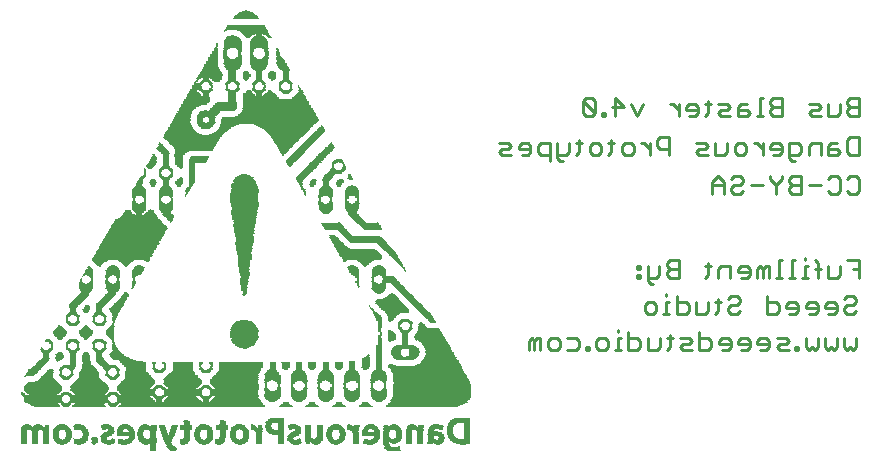
<source format=gbo>
G75*
G70*
%OFA0B0*%
%FSLAX24Y24*%
%IPPOS*%
%LPD*%
%AMOC8*
5,1,8,0,0,1.08239X$1,22.5*
%
%ADD10C,0.0110*%
%ADD11R,0.0440X0.0010*%
%ADD12R,0.0180X0.0010*%
%ADD13R,0.0210X0.0010*%
%ADD14R,0.0470X0.0010*%
%ADD15R,0.0220X0.0010*%
%ADD16R,0.0240X0.0010*%
%ADD17R,0.0480X0.0010*%
%ADD18R,0.0260X0.0010*%
%ADD19R,0.0490X0.0010*%
%ADD20R,0.0270X0.0010*%
%ADD21R,0.0500X0.0010*%
%ADD22R,0.0510X0.0010*%
%ADD23R,0.0280X0.0010*%
%ADD24R,0.0120X0.0010*%
%ADD25R,0.0250X0.0010*%
%ADD26R,0.0060X0.0010*%
%ADD27R,0.0230X0.0010*%
%ADD28R,0.0030X0.0010*%
%ADD29R,0.0200X0.0010*%
%ADD30R,0.0190X0.0010*%
%ADD31R,0.0130X0.0010*%
%ADD32R,0.0140X0.0010*%
%ADD33R,0.0170X0.0010*%
%ADD34R,0.0150X0.0010*%
%ADD35R,0.0160X0.0010*%
%ADD36R,0.0090X0.0010*%
%ADD37R,0.0100X0.0010*%
%ADD38R,0.0410X0.0010*%
%ADD39R,0.0300X0.0010*%
%ADD40R,0.0290X0.0010*%
%ADD41R,0.0380X0.0010*%
%ADD42R,0.0340X0.0010*%
%ADD43R,0.0310X0.0010*%
%ADD44R,0.0350X0.0010*%
%ADD45R,0.0320X0.0010*%
%ADD46R,0.0400X0.0010*%
%ADD47R,0.0360X0.0010*%
%ADD48R,0.0330X0.0010*%
%ADD49R,0.0370X0.0010*%
%ADD50R,0.0530X0.0010*%
%ADD51R,0.0390X0.0010*%
%ADD52R,0.0560X0.0010*%
%ADD53R,0.0450X0.0010*%
%ADD54R,0.0430X0.0010*%
%ADD55R,0.0540X0.0010*%
%ADD56R,0.0520X0.0010*%
%ADD57R,0.0550X0.0010*%
%ADD58R,0.0460X0.0010*%
%ADD59R,0.0590X0.0010*%
%ADD60R,0.0420X0.0010*%
%ADD61R,0.0600X0.0010*%
%ADD62R,0.0570X0.0010*%
%ADD63R,0.0610X0.0010*%
%ADD64R,0.0580X0.0010*%
%ADD65R,0.0630X0.0010*%
%ADD66R,0.0640X0.0010*%
%ADD67R,0.0650X0.0010*%
%ADD68R,0.0660X0.0010*%
%ADD69R,0.0110X0.0010*%
%ADD70R,0.0050X0.0010*%
%ADD71R,0.0070X0.0010*%
%ADD72R,0.0040X0.0010*%
%ADD73R,0.0020X0.0010*%
%ADD74R,0.0010X0.0010*%
%ADD75R,0.0910X0.0010*%
%ADD76R,0.0900X0.0010*%
%ADD77R,0.0080X0.0010*%
%ADD78R,0.0680X0.0010*%
%ADD79R,0.0620X0.0010*%
%ADD80R,0.2340X0.0010*%
%ADD81R,0.4900X0.0010*%
%ADD82R,0.1140X0.0010*%
%ADD83R,0.0800X0.0010*%
%ADD84R,0.2370X0.0010*%
%ADD85R,0.4860X0.0010*%
%ADD86R,0.1120X0.0010*%
%ADD87R,0.0840X0.0010*%
%ADD88R,0.2380X0.0010*%
%ADD89R,0.4850X0.0010*%
%ADD90R,0.1100X0.0010*%
%ADD91R,0.2400X0.0010*%
%ADD92R,0.4810X0.0010*%
%ADD93R,0.1080X0.0010*%
%ADD94R,0.0870X0.0010*%
%ADD95R,0.2430X0.0010*%
%ADD96R,0.4790X0.0010*%
%ADD97R,0.1060X0.0010*%
%ADD98R,0.4770X0.0010*%
%ADD99R,0.1040X0.0010*%
%ADD100R,0.2440X0.0010*%
%ADD101R,0.4750X0.0010*%
%ADD102R,0.1020X0.0010*%
%ADD103R,0.0930X0.0010*%
%ADD104R,0.2490X0.0010*%
%ADD105R,0.4730X0.0010*%
%ADD106R,0.1010X0.0010*%
%ADD107R,0.0960X0.0010*%
%ADD108R,0.1000X0.0010*%
%ADD109R,0.2500X0.0010*%
%ADD110R,0.0990X0.0010*%
%ADD111R,0.0980X0.0010*%
%ADD112R,0.2520X0.0010*%
%ADD113R,0.4680X0.0010*%
%ADD114R,0.0940X0.0010*%
%ADD115R,0.0950X0.0010*%
%ADD116R,0.0920X0.0010*%
%ADD117R,0.4670X0.0010*%
%ADD118R,0.2530X0.0010*%
%ADD119R,0.4650X0.0010*%
%ADD120R,0.2540X0.0010*%
%ADD121R,0.2570X0.0010*%
%ADD122R,0.1700X0.0010*%
%ADD123R,0.1290X0.0010*%
%ADD124R,0.1300X0.0010*%
%ADD125R,0.1350X0.0010*%
%ADD126R,0.1260X0.0010*%
%ADD127R,0.2550X0.0010*%
%ADD128R,0.1670X0.0010*%
%ADD129R,0.1280X0.0010*%
%ADD130R,0.1320X0.0010*%
%ADD131R,0.1250X0.0010*%
%ADD132R,0.1660X0.0010*%
%ADD133R,0.1310X0.0010*%
%ADD134R,0.1650X0.0010*%
%ADD135R,0.1230X0.0010*%
%ADD136R,0.1270X0.0010*%
%ADD137R,0.1640X0.0010*%
%ADD138R,0.1200X0.0010*%
%ADD139R,0.1240X0.0010*%
%ADD140R,0.2560X0.0010*%
%ADD141R,0.1620X0.0010*%
%ADD142R,0.1190X0.0010*%
%ADD143R,0.1600X0.0010*%
%ADD144R,0.1180X0.0010*%
%ADD145R,0.2590X0.0010*%
%ADD146R,0.1580X0.0010*%
%ADD147R,0.1160X0.0010*%
%ADD148R,0.1570X0.0010*%
%ADD149R,0.2580X0.0010*%
%ADD150R,0.1550X0.0010*%
%ADD151R,0.1540X0.0010*%
%ADD152R,0.1520X0.0010*%
%ADD153R,0.1510X0.0010*%
%ADD154R,0.1170X0.0010*%
%ADD155R,0.1500X0.0010*%
%ADD156R,0.1150X0.0010*%
%ADD157R,0.1490X0.0010*%
%ADD158R,0.1480X0.0010*%
%ADD159R,0.1460X0.0010*%
%ADD160R,0.1450X0.0010*%
%ADD161R,0.1130X0.0010*%
%ADD162R,0.1440X0.0010*%
%ADD163R,0.1430X0.0010*%
%ADD164R,0.1330X0.0010*%
%ADD165R,0.1340X0.0010*%
%ADD166R,0.1630X0.0010*%
%ADD167R,0.1610X0.0010*%
%ADD168R,0.0970X0.0010*%
%ADD169R,0.1030X0.0010*%
%ADD170R,0.1590X0.0010*%
%ADD171R,0.1050X0.0010*%
%ADD172R,0.1090X0.0010*%
%ADD173R,0.1110X0.0010*%
%ADD174R,0.1210X0.0010*%
%ADD175R,0.1220X0.0010*%
%ADD176R,0.1470X0.0010*%
%ADD177R,0.1070X0.0010*%
%ADD178R,0.1530X0.0010*%
%ADD179R,0.1560X0.0010*%
%ADD180R,0.0740X0.0010*%
%ADD181R,0.0730X0.0010*%
%ADD182R,0.0890X0.0010*%
%ADD183R,0.0850X0.0010*%
%ADD184R,0.0830X0.0010*%
%ADD185R,0.2510X0.0010*%
%ADD186R,0.0810X0.0010*%
%ADD187R,0.0790X0.0010*%
%ADD188R,0.0770X0.0010*%
%ADD189R,0.0760X0.0010*%
%ADD190R,0.0720X0.0010*%
%ADD191R,0.0690X0.0010*%
%ADD192R,0.2480X0.0010*%
%ADD193R,0.2470X0.0010*%
%ADD194R,0.0670X0.0010*%
%ADD195R,0.0880X0.0010*%
%ADD196R,0.2460X0.0010*%
%ADD197R,0.0860X0.0010*%
%ADD198R,0.2450X0.0010*%
%ADD199R,0.2420X0.0010*%
%ADD200R,0.1420X0.0010*%
%ADD201R,0.1410X0.0010*%
%ADD202R,0.0780X0.0010*%
%ADD203R,0.1400X0.0010*%
%ADD204R,0.0820X0.0010*%
%ADD205R,0.1390X0.0010*%
%ADD206R,0.0750X0.0010*%
%ADD207R,0.1380X0.0010*%
%ADD208R,0.0710X0.0010*%
%ADD209R,0.1370X0.0010*%
%ADD210R,0.0700X0.0010*%
%ADD211R,0.1360X0.0010*%
%ADD212R,0.2410X0.0010*%
%ADD213R,0.1900X0.0010*%
%ADD214R,0.1890X0.0010*%
%ADD215R,0.1910X0.0010*%
%ADD216R,0.1880X0.0010*%
%ADD217R,0.1870X0.0010*%
%ADD218R,0.1860X0.0010*%
%ADD219R,0.1840X0.0010*%
%ADD220R,0.1820X0.0010*%
%ADD221R,0.1800X0.0010*%
%ADD222R,0.1780X0.0010*%
%ADD223R,0.1770X0.0010*%
%ADD224R,0.1740X0.0010*%
%ADD225R,0.1730X0.0010*%
%ADD226R,0.1710X0.0010*%
%ADD227R,0.1690X0.0010*%
%ADD228R,0.1760X0.0010*%
%ADD229R,0.1790X0.0010*%
%ADD230R,0.1810X0.0010*%
%ADD231R,0.1830X0.0010*%
%ADD232R,0.1850X0.0010*%
%ADD233R,0.1920X0.0010*%
%ADD234R,0.1930X0.0010*%
%ADD235R,0.1950X0.0010*%
%ADD236R,0.1940X0.0010*%
%ADD237R,0.1720X0.0010*%
%ADD238R,0.2020X0.0010*%
%ADD239R,0.2080X0.0010*%
%ADD240R,0.2090X0.0010*%
%ADD241R,0.2160X0.0010*%
%ADD242R,0.3150X0.0010*%
%ADD243R,0.3160X0.0010*%
%ADD244R,0.3180X0.0010*%
%ADD245R,0.3190X0.0010*%
%ADD246R,0.3210X0.0010*%
%ADD247R,0.3220X0.0010*%
%ADD248R,0.3240X0.0010*%
%ADD249R,0.3250X0.0010*%
%ADD250R,0.3230X0.0010*%
%ADD251R,0.3200X0.0010*%
%ADD252R,0.3170X0.0010*%
%ADD253R,0.3130X0.0010*%
%ADD254R,0.3120X0.0010*%
%ADD255R,0.2760X0.0010*%
%ADD256R,0.2720X0.0010*%
%ADD257R,0.2690X0.0010*%
%ADD258R,0.2630X0.0010*%
%ADD259R,0.2620X0.0010*%
%ADD260R,0.2390X0.0010*%
%ADD261R,0.2360X0.0010*%
%ADD262R,0.2330X0.0010*%
%ADD263R,0.2320X0.0010*%
%ADD264R,0.2310X0.0010*%
%ADD265R,0.2290X0.0010*%
%ADD266R,0.2280X0.0010*%
%ADD267R,0.2270X0.0010*%
%ADD268R,0.2260X0.0010*%
%ADD269R,0.2250X0.0010*%
%ADD270R,0.2240X0.0010*%
%ADD271R,0.2230X0.0010*%
%ADD272R,0.2220X0.0010*%
%ADD273R,0.2200X0.0010*%
%ADD274R,0.2190X0.0010*%
%ADD275R,0.2180X0.0010*%
%ADD276R,0.2170X0.0010*%
%ADD277R,0.2140X0.0010*%
D10*
X019378Y005757D02*
X019378Y006052D01*
X019476Y006150D01*
X019574Y006052D01*
X019574Y005757D01*
X019771Y005757D02*
X019771Y006150D01*
X019673Y006150D01*
X019574Y006052D01*
X020022Y006052D02*
X020022Y005855D01*
X020121Y005757D01*
X020317Y005757D01*
X020416Y005855D01*
X020416Y006052D01*
X020317Y006150D01*
X020121Y006150D01*
X020022Y006052D01*
X020667Y006150D02*
X020962Y006150D01*
X021060Y006052D01*
X021060Y005855D01*
X020962Y005757D01*
X020667Y005757D01*
X021284Y005757D02*
X021383Y005757D01*
X021383Y005855D01*
X021284Y005855D01*
X021284Y005757D01*
X021633Y005855D02*
X021633Y006052D01*
X021732Y006150D01*
X021929Y006150D01*
X022027Y006052D01*
X022027Y005855D01*
X021929Y005757D01*
X021732Y005757D01*
X021633Y005855D01*
X022260Y005757D02*
X022457Y005757D01*
X022358Y005757D02*
X022358Y006150D01*
X022457Y006150D01*
X022358Y006347D02*
X022358Y006445D01*
X022708Y006347D02*
X022708Y005757D01*
X023003Y005757D01*
X023101Y005855D01*
X023101Y006052D01*
X023003Y006150D01*
X022708Y006150D01*
X023352Y006150D02*
X023352Y005757D01*
X023647Y005757D01*
X023746Y005855D01*
X023746Y006150D01*
X023979Y006150D02*
X024176Y006150D01*
X024077Y006249D02*
X024077Y005855D01*
X023979Y005757D01*
X024426Y005855D02*
X024525Y005953D01*
X024722Y005953D01*
X024820Y006052D01*
X024722Y006150D01*
X024426Y006150D01*
X024426Y005855D02*
X024525Y005757D01*
X024820Y005757D01*
X025071Y005757D02*
X025366Y005757D01*
X025465Y005855D01*
X025465Y006052D01*
X025366Y006150D01*
X025071Y006150D01*
X025071Y006347D02*
X025071Y005757D01*
X025715Y005953D02*
X026109Y005953D01*
X026109Y005855D02*
X026109Y006052D01*
X026011Y006150D01*
X025814Y006150D01*
X025715Y006052D01*
X025715Y005953D01*
X025814Y005757D02*
X026011Y005757D01*
X026109Y005855D01*
X026360Y005953D02*
X026754Y005953D01*
X026754Y005855D02*
X026754Y006052D01*
X026655Y006150D01*
X026458Y006150D01*
X026360Y006052D01*
X026360Y005953D01*
X026458Y005757D02*
X026655Y005757D01*
X026754Y005855D01*
X027005Y005953D02*
X027398Y005953D01*
X027398Y005855D02*
X027398Y006052D01*
X027300Y006150D01*
X027103Y006150D01*
X027005Y006052D01*
X027005Y005953D01*
X027103Y005757D02*
X027300Y005757D01*
X027398Y005855D01*
X027649Y005855D02*
X027747Y005953D01*
X027944Y005953D01*
X028043Y006052D01*
X027944Y006150D01*
X027649Y006150D01*
X027649Y005855D02*
X027747Y005757D01*
X028043Y005757D01*
X028267Y005757D02*
X028365Y005757D01*
X028365Y005855D01*
X028267Y005855D01*
X028267Y005757D01*
X028616Y005855D02*
X028616Y006150D01*
X029009Y006150D02*
X029009Y005855D01*
X028911Y005757D01*
X028813Y005855D01*
X028714Y005757D01*
X028616Y005855D01*
X029260Y005855D02*
X029260Y006150D01*
X029654Y006150D02*
X029654Y005855D01*
X029556Y005757D01*
X029457Y005855D01*
X029359Y005757D01*
X029260Y005855D01*
X029905Y005855D02*
X029905Y006150D01*
X030299Y006150D02*
X030299Y005855D01*
X030200Y005757D01*
X030102Y005855D01*
X030003Y005757D01*
X029905Y005855D01*
X030003Y006957D02*
X030200Y006957D01*
X030299Y007055D01*
X030200Y007252D02*
X030003Y007252D01*
X029905Y007153D01*
X029905Y007055D01*
X030003Y006957D01*
X029654Y007055D02*
X029654Y007252D01*
X029556Y007350D01*
X029359Y007350D01*
X029260Y007252D01*
X029260Y007153D01*
X029654Y007153D01*
X029654Y007055D02*
X029556Y006957D01*
X029359Y006957D01*
X029009Y007055D02*
X029009Y007252D01*
X028911Y007350D01*
X028714Y007350D01*
X028616Y007252D01*
X028616Y007153D01*
X029009Y007153D01*
X029009Y007055D02*
X028911Y006957D01*
X028714Y006957D01*
X028365Y007055D02*
X028365Y007252D01*
X028267Y007350D01*
X028070Y007350D01*
X027971Y007252D01*
X027971Y007153D01*
X028365Y007153D01*
X028365Y007055D02*
X028267Y006957D01*
X028070Y006957D01*
X027720Y007055D02*
X027720Y007252D01*
X027622Y007350D01*
X027327Y007350D01*
X027622Y006957D02*
X027720Y007055D01*
X027622Y006957D02*
X027327Y006957D01*
X027327Y007547D01*
X026431Y007449D02*
X026431Y007350D01*
X026333Y007252D01*
X026136Y007252D01*
X026038Y007153D01*
X026038Y007055D01*
X026136Y006957D01*
X026333Y006957D01*
X026431Y007055D01*
X026431Y007449D02*
X026333Y007547D01*
X026136Y007547D01*
X026038Y007449D01*
X025787Y007350D02*
X025590Y007350D01*
X025688Y007449D02*
X025688Y007055D01*
X025590Y006957D01*
X025357Y007055D02*
X025259Y006957D01*
X024964Y006957D01*
X024964Y007350D01*
X024713Y007252D02*
X024713Y007055D01*
X024614Y006957D01*
X024319Y006957D01*
X024319Y007547D01*
X023970Y007547D02*
X023970Y007645D01*
X023970Y007350D02*
X023970Y006957D01*
X024068Y006957D02*
X023871Y006957D01*
X023638Y007055D02*
X023540Y006957D01*
X023343Y006957D01*
X023245Y007055D01*
X023245Y007252D01*
X023343Y007350D01*
X023540Y007350D01*
X023638Y007252D01*
X023638Y007055D01*
X023970Y007350D02*
X024068Y007350D01*
X024319Y007350D02*
X024614Y007350D01*
X024713Y007252D01*
X025357Y007350D02*
X025357Y007055D01*
X023542Y007960D02*
X023443Y007960D01*
X023345Y008058D01*
X023345Y008550D01*
X023094Y008550D02*
X023094Y008452D01*
X022996Y008452D01*
X022996Y008550D01*
X023094Y008550D01*
X023094Y008255D02*
X023094Y008157D01*
X022996Y008157D01*
X022996Y008255D01*
X023094Y008255D01*
X023345Y008157D02*
X023640Y008157D01*
X023738Y008255D01*
X023738Y008550D01*
X023989Y008550D02*
X024088Y008452D01*
X024383Y008452D01*
X024383Y008157D02*
X024383Y008747D01*
X024088Y008747D01*
X023989Y008649D01*
X023989Y008550D01*
X024088Y008452D02*
X023989Y008353D01*
X023989Y008255D01*
X024088Y008157D01*
X024383Y008157D01*
X025260Y008157D02*
X025359Y008255D01*
X025359Y008649D01*
X025457Y008550D02*
X025260Y008550D01*
X025708Y008452D02*
X025708Y008157D01*
X025708Y008452D02*
X025806Y008550D01*
X026102Y008550D01*
X026102Y008157D01*
X026353Y008353D02*
X026746Y008353D01*
X026746Y008255D02*
X026746Y008452D01*
X026648Y008550D01*
X026451Y008550D01*
X026353Y008452D01*
X026353Y008353D01*
X026451Y008157D02*
X026648Y008157D01*
X026746Y008255D01*
X026997Y008157D02*
X026997Y008452D01*
X027096Y008550D01*
X027194Y008452D01*
X027194Y008157D01*
X027391Y008157D02*
X027391Y008550D01*
X027292Y008550D01*
X027194Y008452D01*
X027624Y008157D02*
X027820Y008157D01*
X027722Y008157D02*
X027722Y008747D01*
X027820Y008747D01*
X028152Y008747D02*
X028152Y008157D01*
X028250Y008157D02*
X028053Y008157D01*
X028483Y008157D02*
X028680Y008157D01*
X028581Y008157D02*
X028581Y008550D01*
X028680Y008550D01*
X028581Y008747D02*
X028581Y008845D01*
X028250Y008747D02*
X028152Y008747D01*
X028913Y008747D02*
X029011Y008649D01*
X029011Y008157D01*
X029109Y008452D02*
X028913Y008452D01*
X029360Y008550D02*
X029360Y008157D01*
X029656Y008157D01*
X029754Y008255D01*
X029754Y008550D01*
X030005Y008747D02*
X030399Y008747D01*
X030399Y008157D01*
X030399Y008452D02*
X030202Y008452D01*
X030200Y007547D02*
X030003Y007547D01*
X029905Y007449D01*
X030200Y007547D02*
X030299Y007449D01*
X030299Y007350D01*
X030200Y007252D01*
X030103Y010957D02*
X030005Y011055D01*
X030103Y010957D02*
X030300Y010957D01*
X030399Y011055D01*
X030399Y011449D01*
X030300Y011547D01*
X030103Y011547D01*
X030005Y011449D01*
X029754Y011449D02*
X029754Y011055D01*
X029656Y010957D01*
X029459Y010957D01*
X029360Y011055D01*
X029109Y011252D02*
X028716Y011252D01*
X028465Y011252D02*
X028170Y011252D01*
X028071Y011153D01*
X028071Y011055D01*
X028170Y010957D01*
X028465Y010957D01*
X028465Y011547D01*
X028170Y011547D01*
X028071Y011449D01*
X028071Y011350D01*
X028170Y011252D01*
X027820Y011449D02*
X027624Y011252D01*
X027624Y010957D01*
X027624Y011252D02*
X027427Y011449D01*
X027427Y011547D01*
X027176Y011252D02*
X026782Y011252D01*
X026531Y011350D02*
X026531Y011449D01*
X026433Y011547D01*
X026236Y011547D01*
X026138Y011449D01*
X026236Y011252D02*
X026138Y011153D01*
X026138Y011055D01*
X026236Y010957D01*
X026433Y010957D01*
X026531Y011055D01*
X026433Y011252D02*
X026236Y011252D01*
X026433Y011252D02*
X026531Y011350D01*
X025887Y011350D02*
X025887Y010957D01*
X025493Y010957D02*
X025493Y011350D01*
X025690Y011547D01*
X025887Y011350D01*
X025887Y011252D02*
X025493Y011252D01*
X025601Y012257D02*
X025601Y012650D01*
X025350Y012552D02*
X025251Y012453D01*
X025055Y012453D01*
X024956Y012355D01*
X025055Y012257D01*
X025350Y012257D01*
X025601Y012257D02*
X025896Y012257D01*
X025994Y012355D01*
X025994Y012650D01*
X026245Y012552D02*
X026344Y012650D01*
X026540Y012650D01*
X026639Y012552D01*
X026639Y012355D01*
X026540Y012257D01*
X026344Y012257D01*
X026245Y012355D01*
X026245Y012552D01*
X026881Y012650D02*
X026979Y012650D01*
X027176Y012453D01*
X027176Y012257D02*
X027176Y012650D01*
X027427Y012552D02*
X027427Y012453D01*
X027820Y012453D01*
X027820Y012355D02*
X027820Y012552D01*
X027722Y012650D01*
X027525Y012650D01*
X027427Y012552D01*
X027722Y012257D02*
X027820Y012355D01*
X027722Y012257D02*
X027525Y012257D01*
X028071Y012257D02*
X028367Y012257D01*
X028465Y012355D01*
X028465Y012552D01*
X028367Y012650D01*
X028071Y012650D01*
X028071Y012158D01*
X028170Y012060D01*
X028268Y012060D01*
X028716Y012257D02*
X028716Y012552D01*
X028814Y012650D01*
X029109Y012650D01*
X029109Y012257D01*
X029360Y012257D02*
X029656Y012257D01*
X029754Y012355D01*
X029656Y012453D01*
X029360Y012453D01*
X029360Y012552D02*
X029360Y012257D01*
X030005Y012355D02*
X030005Y012749D01*
X030103Y012847D01*
X030399Y012847D01*
X030399Y012257D01*
X030103Y012257D01*
X030005Y012355D01*
X029656Y012650D02*
X029459Y012650D01*
X029360Y012552D01*
X029360Y013557D02*
X029360Y013950D01*
X029109Y013852D02*
X029011Y013753D01*
X028814Y013753D01*
X028716Y013655D01*
X028814Y013557D01*
X029109Y013557D01*
X029360Y013557D02*
X029656Y013557D01*
X029754Y013655D01*
X029754Y013950D01*
X030005Y013950D02*
X030103Y013852D01*
X030399Y013852D01*
X030399Y014147D02*
X030103Y014147D01*
X030005Y014049D01*
X030005Y013950D01*
X030103Y013852D02*
X030005Y013753D01*
X030005Y013655D01*
X030103Y013557D01*
X030399Y013557D01*
X030399Y014147D01*
X029109Y013852D02*
X029011Y013950D01*
X028716Y013950D01*
X027820Y013852D02*
X027525Y013852D01*
X027427Y013753D01*
X027427Y013655D01*
X027525Y013557D01*
X027820Y013557D01*
X027820Y014147D01*
X027525Y014147D01*
X027427Y014049D01*
X027427Y013950D01*
X027525Y013852D01*
X027176Y014147D02*
X027078Y014147D01*
X027078Y013557D01*
X027176Y013557D02*
X026979Y013557D01*
X026746Y013655D02*
X026648Y013753D01*
X026353Y013753D01*
X026353Y013852D02*
X026353Y013557D01*
X026648Y013557D01*
X026746Y013655D01*
X026648Y013950D02*
X026451Y013950D01*
X026353Y013852D01*
X026102Y013852D02*
X026003Y013753D01*
X025806Y013753D01*
X025708Y013655D01*
X025806Y013557D01*
X026102Y013557D01*
X026102Y013852D02*
X026003Y013950D01*
X025708Y013950D01*
X025457Y013950D02*
X025260Y013950D01*
X025359Y014049D02*
X025359Y013655D01*
X025260Y013557D01*
X025027Y013655D02*
X025027Y013852D01*
X024929Y013950D01*
X024732Y013950D01*
X024634Y013852D01*
X024634Y013753D01*
X025027Y013753D01*
X025027Y013655D02*
X024929Y013557D01*
X024732Y013557D01*
X024383Y013557D02*
X024383Y013950D01*
X024383Y013753D02*
X024186Y013950D01*
X024088Y013950D01*
X023201Y013950D02*
X023005Y013557D01*
X022808Y013950D01*
X022557Y013852D02*
X022262Y014147D01*
X022262Y013557D01*
X021912Y013557D02*
X021912Y013655D01*
X021814Y013655D01*
X021814Y013557D01*
X021912Y013557D01*
X021590Y013655D02*
X021196Y014049D01*
X021196Y013655D01*
X021295Y013557D01*
X021492Y013557D01*
X021590Y013655D01*
X021590Y014049D01*
X021492Y014147D01*
X021295Y014147D01*
X021196Y014049D01*
X022163Y013852D02*
X022557Y013852D01*
X022136Y012749D02*
X022136Y012355D01*
X022038Y012257D01*
X021805Y012355D02*
X021706Y012257D01*
X021510Y012257D01*
X021411Y012355D01*
X021411Y012552D01*
X021510Y012650D01*
X021706Y012650D01*
X021805Y012552D01*
X021805Y012355D01*
X022038Y012650D02*
X022235Y012650D01*
X022485Y012552D02*
X022584Y012650D01*
X022781Y012650D01*
X022879Y012552D01*
X022879Y012355D01*
X022781Y012257D01*
X022584Y012257D01*
X022485Y012355D01*
X022485Y012552D01*
X023121Y012650D02*
X023219Y012650D01*
X023416Y012453D01*
X023416Y012257D02*
X023416Y012650D01*
X023667Y012552D02*
X023765Y012453D01*
X024061Y012453D01*
X024061Y012257D02*
X024061Y012847D01*
X023765Y012847D01*
X023667Y012749D01*
X023667Y012552D01*
X024956Y012650D02*
X025251Y012650D01*
X025350Y012552D01*
X027820Y011547D02*
X027820Y011449D01*
X029360Y011449D02*
X029459Y011547D01*
X029656Y011547D01*
X029754Y011449D01*
X021160Y012650D02*
X020964Y012650D01*
X021062Y012749D02*
X021062Y012355D01*
X020964Y012257D01*
X020731Y012355D02*
X020632Y012257D01*
X020337Y012257D01*
X020337Y012158D02*
X020435Y012060D01*
X020534Y012060D01*
X020337Y012158D02*
X020337Y012650D01*
X020086Y012650D02*
X019791Y012650D01*
X019692Y012552D01*
X019692Y012355D01*
X019791Y012257D01*
X020086Y012257D01*
X020086Y012060D02*
X020086Y012650D01*
X020731Y012650D02*
X020731Y012355D01*
X019442Y012355D02*
X019343Y012257D01*
X019146Y012257D01*
X019048Y012453D02*
X019442Y012453D01*
X019442Y012355D02*
X019442Y012552D01*
X019343Y012650D01*
X019146Y012650D01*
X019048Y012552D01*
X019048Y012453D01*
X018797Y012552D02*
X018699Y012650D01*
X018403Y012650D01*
X018502Y012453D02*
X018403Y012355D01*
X018502Y012257D01*
X018797Y012257D01*
X018699Y012453D02*
X018797Y012552D01*
X018699Y012453D02*
X018502Y012453D01*
D11*
X013489Y011062D03*
X012609Y011072D03*
X012609Y011082D03*
X012609Y010442D03*
X012609Y010432D03*
X013189Y009132D03*
X014379Y008422D03*
X014379Y008412D03*
X014379Y008402D03*
X014379Y007792D03*
X014379Y007782D03*
X014799Y007472D03*
X014379Y004982D03*
X011729Y004142D03*
X010839Y004132D03*
X011569Y002742D03*
X014079Y002662D03*
X014889Y002412D03*
X014889Y002402D03*
X014119Y003162D03*
X016299Y003172D03*
X016309Y003182D03*
X008559Y002682D03*
X005919Y002662D03*
X005349Y002712D03*
X005349Y002722D03*
X005939Y003162D03*
X004449Y003112D03*
X004449Y002752D03*
X004449Y002742D03*
X004709Y005142D03*
X005639Y005592D03*
X004629Y006282D03*
X004629Y006372D03*
X004629Y006382D03*
X003749Y006282D03*
X004629Y007782D03*
X004629Y007792D03*
X005509Y008412D03*
X005959Y008712D03*
X006749Y010232D03*
X006399Y010442D03*
X006399Y010452D03*
X006399Y010462D03*
X007289Y010442D03*
X006399Y011062D03*
X006399Y011072D03*
X006399Y011082D03*
X009309Y013202D03*
X008229Y014242D03*
X008229Y014252D03*
X008799Y015232D03*
X008799Y015242D03*
X008799Y015252D03*
X009509Y015142D03*
X010399Y015142D03*
X010749Y014222D03*
X010749Y014212D03*
X011739Y014152D03*
X009909Y008832D03*
X009909Y008822D03*
X009909Y008812D03*
X009909Y008802D03*
X009909Y008792D03*
X009909Y008782D03*
X009909Y008772D03*
X009909Y008762D03*
X009909Y008752D03*
D12*
X002549Y002632D03*
X002549Y002642D03*
X002549Y002652D03*
X002549Y002662D03*
X002549Y002672D03*
X002549Y002682D03*
X002549Y002692D03*
X002549Y002702D03*
X002549Y002712D03*
X002549Y002722D03*
X002549Y002732D03*
X002549Y002742D03*
X002549Y002752D03*
X002549Y002762D03*
X002549Y002772D03*
X002549Y002782D03*
X002549Y002792D03*
X002549Y002802D03*
X002549Y002812D03*
X002549Y002822D03*
X002549Y002832D03*
X002549Y002842D03*
X002549Y002852D03*
X002549Y002862D03*
X002549Y002872D03*
X002549Y002882D03*
X002549Y002892D03*
X002549Y002902D03*
X002549Y002912D03*
X002549Y002922D03*
X002549Y002932D03*
X002549Y002942D03*
X002549Y002952D03*
X002549Y002962D03*
X002549Y002972D03*
X002549Y002982D03*
X002549Y002992D03*
X002549Y003002D03*
X002549Y003012D03*
X002549Y003022D03*
X002549Y003032D03*
X004049Y002982D03*
X005209Y002812D03*
X005209Y002802D03*
X005209Y002792D03*
X005209Y002782D03*
X005379Y002622D03*
X005749Y003022D03*
X005749Y003032D03*
X005749Y003042D03*
X005759Y003052D03*
X005759Y003062D03*
X005779Y003092D03*
X005779Y003102D03*
X006139Y003062D03*
X006139Y003052D03*
X006149Y003042D03*
X006149Y003032D03*
X006149Y003022D03*
X006149Y003012D03*
X006149Y003002D03*
X006149Y002872D03*
X006149Y002862D03*
X006149Y002852D03*
X006149Y002842D03*
X006889Y003172D03*
X006889Y003182D03*
X006889Y003192D03*
X007199Y003102D03*
X007199Y003092D03*
X007199Y003082D03*
X007219Y003052D03*
X007219Y003042D03*
X007219Y003032D03*
X007229Y003012D03*
X007229Y003002D03*
X007229Y002992D03*
X007229Y002982D03*
X007249Y002942D03*
X007249Y002932D03*
X007259Y002902D03*
X007259Y002892D03*
X007459Y002862D03*
X007459Y002852D03*
X007469Y002882D03*
X007469Y002892D03*
X007499Y002972D03*
X007529Y002412D03*
X007529Y002402D03*
X009179Y002842D03*
X009179Y002852D03*
X009179Y002862D03*
X009179Y002872D03*
X009179Y002882D03*
X009179Y002892D03*
X009179Y002902D03*
X009179Y002912D03*
X009179Y002922D03*
X009179Y002932D03*
X009179Y002942D03*
X009179Y002952D03*
X009179Y002962D03*
X009179Y002972D03*
X009179Y002982D03*
X009179Y002992D03*
X009179Y003002D03*
X009179Y003012D03*
X009179Y003022D03*
X009179Y003032D03*
X009179Y003042D03*
X009179Y003052D03*
X009179Y003062D03*
X009179Y003072D03*
X009179Y003082D03*
X009179Y003262D03*
X009179Y003272D03*
X009179Y003282D03*
X009179Y003292D03*
X009179Y003302D03*
X009179Y003312D03*
X009179Y003322D03*
X009179Y003332D03*
X009179Y003342D03*
X009179Y003352D03*
X010219Y003172D03*
X011279Y003972D03*
X011279Y003982D03*
X011729Y004042D03*
X012169Y003972D03*
X012619Y004042D03*
X013049Y003972D03*
X013669Y004382D03*
X013669Y004392D03*
X014209Y004382D03*
X013939Y003982D03*
X013669Y004732D03*
X013309Y004722D03*
X013309Y004712D03*
X012799Y004712D03*
X012159Y005132D03*
X011909Y004722D03*
X011549Y004722D03*
X011549Y004732D03*
X011549Y004712D03*
X011029Y004712D03*
X010669Y004732D03*
X010669Y004392D03*
X010669Y004382D03*
X011699Y003102D03*
X011699Y003092D03*
X011699Y003082D03*
X011699Y003072D03*
X011699Y003062D03*
X011699Y003052D03*
X013429Y003172D03*
X013429Y003182D03*
X013639Y003182D03*
X013639Y003192D03*
X013639Y003202D03*
X013639Y003172D03*
X013639Y003162D03*
X013919Y003032D03*
X013919Y003022D03*
X013919Y003012D03*
X013919Y003002D03*
X013939Y003052D03*
X013939Y003062D03*
X013939Y003072D03*
X013949Y003092D03*
X014299Y003082D03*
X014309Y003072D03*
X014309Y003062D03*
X014309Y003052D03*
X014329Y003022D03*
X014329Y003012D03*
X014329Y002872D03*
X014329Y002862D03*
X014329Y002852D03*
X014329Y002842D03*
X014629Y002692D03*
X014629Y002682D03*
X014629Y002672D03*
X014639Y002632D03*
X014639Y002622D03*
X014639Y002612D03*
X014639Y002602D03*
X014079Y002612D03*
X014629Y003202D03*
X015379Y003012D03*
X015379Y003002D03*
X015379Y002992D03*
X015379Y002982D03*
X015379Y002972D03*
X015379Y002962D03*
X015379Y002952D03*
X015379Y002942D03*
X015379Y002932D03*
X015379Y002922D03*
X015379Y002912D03*
X015379Y002902D03*
X015379Y002892D03*
X015379Y002882D03*
X015379Y002872D03*
X015379Y002862D03*
X015379Y002852D03*
X015379Y002842D03*
X015379Y002832D03*
X015379Y002822D03*
X015379Y002812D03*
X015379Y002802D03*
X015379Y002792D03*
X015379Y002782D03*
X015379Y002772D03*
X015379Y002762D03*
X015379Y002752D03*
X015379Y002742D03*
X015379Y002732D03*
X015379Y002722D03*
X015379Y002712D03*
X015379Y002702D03*
X015379Y002692D03*
X015379Y002682D03*
X015379Y002672D03*
X015379Y002662D03*
X015379Y002652D03*
X015379Y002642D03*
X015379Y002632D03*
X016099Y002632D03*
X016099Y002642D03*
X016099Y002652D03*
X016109Y002662D03*
X016129Y003082D03*
X015779Y003172D03*
X015779Y003182D03*
X015779Y003192D03*
X015779Y003202D03*
X015779Y003212D03*
X015779Y003222D03*
X015779Y003232D03*
X014549Y004732D03*
X013979Y005482D03*
X014399Y005882D03*
X014399Y005892D03*
X014399Y005902D03*
X014789Y006322D03*
X014789Y006782D03*
X014789Y006792D03*
X014399Y006752D03*
X014399Y006742D03*
X014399Y006732D03*
X014399Y006722D03*
X014359Y006862D03*
X015799Y006602D03*
X016189Y006672D03*
X016189Y006682D03*
X014989Y008762D03*
X014979Y008772D03*
X014969Y008782D03*
X014959Y008802D03*
X013279Y008752D03*
X009899Y007812D03*
X009899Y007802D03*
X009899Y007792D03*
X009899Y007782D03*
X009899Y007772D03*
X009899Y007762D03*
X009899Y007752D03*
X009899Y007742D03*
X005959Y007602D03*
X005659Y008242D03*
X005959Y008592D03*
X005959Y008602D03*
X005069Y008592D03*
X004739Y008432D03*
X004669Y007162D03*
X005599Y006932D03*
X005599Y006922D03*
X005449Y006442D03*
X005449Y006222D03*
X005449Y006212D03*
X005599Y005782D03*
X004629Y005622D03*
X004139Y005122D03*
X007429Y010112D03*
X006779Y010382D03*
X006779Y010392D03*
X006539Y010612D03*
X006539Y010622D03*
X006029Y010382D03*
X006539Y010902D03*
X006419Y011342D03*
X006419Y011352D03*
X007159Y010902D03*
X007429Y010902D03*
X007429Y010622D03*
X007429Y010612D03*
X007159Y010612D03*
X008159Y011372D03*
X008159Y011382D03*
X007769Y011422D03*
X007769Y011882D03*
X006889Y012142D03*
X006889Y012152D03*
X011209Y012332D03*
X011429Y011952D03*
X012209Y011382D03*
X012179Y011262D03*
X012749Y010902D03*
X012749Y010622D03*
X012749Y010612D03*
X013349Y010902D03*
X013499Y011202D03*
X012469Y013122D03*
X010849Y014792D03*
X010609Y015472D03*
X010609Y015482D03*
X010189Y015472D03*
X009719Y015472D03*
X009299Y015482D03*
X008929Y015672D03*
X011069Y015482D03*
X008209Y014412D03*
D13*
X008614Y014292D03*
X008614Y014282D03*
X008614Y014272D03*
X008614Y014262D03*
X008614Y014252D03*
X008614Y014242D03*
X008614Y014232D03*
X008614Y014222D03*
X008614Y014212D03*
X008614Y014772D03*
X008614Y014782D03*
X008614Y014792D03*
X008614Y014802D03*
X008614Y014812D03*
X008614Y014822D03*
X008614Y014832D03*
X008914Y015622D03*
X008914Y015632D03*
X008914Y015642D03*
X009514Y016212D03*
X010394Y016222D03*
X010394Y016232D03*
X010394Y016242D03*
X010394Y016252D03*
X010394Y016262D03*
X010394Y016272D03*
X010394Y016282D03*
X010394Y016292D03*
X010624Y016282D03*
X010634Y016272D03*
X011084Y015462D03*
X011284Y015062D03*
X011284Y015052D03*
X011284Y015042D03*
X011284Y015032D03*
X011284Y015022D03*
X011284Y015012D03*
X011284Y015002D03*
X011284Y014992D03*
X011284Y014982D03*
X011284Y014972D03*
X011284Y014962D03*
X011284Y014952D03*
X011284Y014942D03*
X011284Y014932D03*
X011284Y014922D03*
X011284Y014912D03*
X011284Y014902D03*
X011284Y014892D03*
X011284Y014882D03*
X011284Y014872D03*
X011284Y014862D03*
X011284Y014852D03*
X011284Y014842D03*
X011284Y014832D03*
X011284Y014822D03*
X011284Y014812D03*
X011284Y014802D03*
X011284Y014792D03*
X011284Y014782D03*
X011284Y014772D03*
X011284Y014762D03*
X011284Y014752D03*
X010834Y014982D03*
X010394Y014982D03*
X010394Y014992D03*
X010394Y015002D03*
X010394Y015012D03*
X010394Y015022D03*
X010394Y015032D03*
X010394Y015042D03*
X010394Y015052D03*
X010394Y014952D03*
X010394Y014942D03*
X010394Y014932D03*
X010394Y014922D03*
X010394Y014912D03*
X010394Y014902D03*
X010394Y014892D03*
X010394Y014882D03*
X010394Y014872D03*
X010394Y014862D03*
X010394Y014852D03*
X010394Y014842D03*
X010394Y014832D03*
X010394Y014822D03*
X010394Y014812D03*
X010394Y014802D03*
X010394Y014792D03*
X010394Y014782D03*
X009964Y014822D03*
X009964Y014952D03*
X009964Y014962D03*
X009964Y014972D03*
X010394Y014302D03*
X010394Y014292D03*
X010394Y014282D03*
X010394Y014272D03*
X010394Y014262D03*
X010394Y014252D03*
X010394Y014242D03*
X010394Y014232D03*
X010394Y014222D03*
X010394Y014212D03*
X010754Y014322D03*
X011284Y014312D03*
X011284Y014302D03*
X012464Y013102D03*
X012794Y012542D03*
X011434Y011972D03*
X012194Y011352D03*
X012194Y011342D03*
X012194Y011332D03*
X012184Y011292D03*
X012184Y011282D03*
X012614Y011282D03*
X012614Y011292D03*
X012614Y011302D03*
X012614Y011312D03*
X012614Y011322D03*
X012614Y011332D03*
X012614Y011342D03*
X012614Y011352D03*
X012614Y011362D03*
X012614Y011372D03*
X012614Y011382D03*
X012614Y011272D03*
X012614Y011262D03*
X012614Y011252D03*
X012614Y011242D03*
X012614Y011232D03*
X012614Y011222D03*
X012614Y011212D03*
X012614Y011202D03*
X013064Y011292D03*
X012874Y011742D03*
X009904Y011582D03*
X008174Y011592D03*
X008174Y011602D03*
X008174Y011612D03*
X008174Y011622D03*
X008174Y011632D03*
X008174Y011642D03*
X008174Y011652D03*
X008174Y011662D03*
X008174Y011672D03*
X008174Y011682D03*
X008174Y011692D03*
X008174Y011702D03*
X008174Y011712D03*
X008174Y011722D03*
X008174Y011732D03*
X008174Y011742D03*
X008174Y011752D03*
X008174Y011762D03*
X008174Y011772D03*
X008174Y011782D03*
X008174Y011792D03*
X008174Y011802D03*
X008174Y011812D03*
X008174Y011822D03*
X008174Y011832D03*
X008174Y011842D03*
X008174Y011852D03*
X008174Y011862D03*
X008174Y011872D03*
X008174Y011882D03*
X008174Y011892D03*
X008174Y011902D03*
X008174Y011912D03*
X008174Y011922D03*
X008174Y011932D03*
X008174Y011942D03*
X008174Y011952D03*
X008174Y011962D03*
X008174Y011972D03*
X008174Y011982D03*
X007754Y011912D03*
X007294Y011912D03*
X007294Y011922D03*
X007294Y011932D03*
X007294Y011942D03*
X007294Y011952D03*
X007294Y011962D03*
X007294Y011972D03*
X007294Y011982D03*
X007294Y011992D03*
X007294Y012002D03*
X007294Y012012D03*
X007294Y012022D03*
X007294Y012032D03*
X007294Y012042D03*
X007294Y012052D03*
X007294Y012062D03*
X007294Y012072D03*
X007294Y012082D03*
X007294Y012092D03*
X007294Y012102D03*
X007294Y012112D03*
X007294Y012122D03*
X007294Y012132D03*
X007294Y012142D03*
X007294Y012152D03*
X007294Y012162D03*
X007294Y012172D03*
X007294Y012182D03*
X007294Y012192D03*
X007294Y012202D03*
X007294Y012212D03*
X007294Y012222D03*
X007294Y012232D03*
X007294Y012242D03*
X007294Y012252D03*
X007294Y012262D03*
X006874Y012102D03*
X006874Y012092D03*
X006874Y012082D03*
X007294Y011902D03*
X007294Y011892D03*
X007294Y011882D03*
X007294Y011872D03*
X007294Y011862D03*
X007294Y011422D03*
X007294Y011412D03*
X007294Y011402D03*
X007294Y011392D03*
X007294Y011382D03*
X007294Y011372D03*
X007294Y011362D03*
X007294Y011352D03*
X007294Y011342D03*
X007294Y011332D03*
X007294Y011322D03*
X007294Y011312D03*
X007294Y011302D03*
X007294Y011292D03*
X007294Y011282D03*
X007294Y011272D03*
X007294Y011262D03*
X007294Y011252D03*
X007294Y011242D03*
X007294Y011232D03*
X007294Y011222D03*
X007294Y011212D03*
X007294Y011202D03*
X006854Y011282D03*
X006844Y011362D03*
X006404Y011292D03*
X006404Y011282D03*
X006404Y011272D03*
X006404Y011262D03*
X006404Y011252D03*
X006404Y011242D03*
X006404Y011232D03*
X006404Y011222D03*
X006404Y011212D03*
X006404Y011202D03*
X007754Y011392D03*
X008174Y011422D03*
X008174Y011432D03*
X008174Y011442D03*
X008174Y011452D03*
X008174Y011462D03*
X008174Y011472D03*
X008174Y011482D03*
X008174Y011492D03*
X008174Y011502D03*
X008174Y011512D03*
X008174Y011522D03*
X008174Y011532D03*
X008174Y011542D03*
X008174Y011552D03*
X008174Y011562D03*
X008174Y011572D03*
X008174Y011582D03*
X007124Y012522D03*
X008414Y013362D03*
X008414Y013372D03*
X008414Y013382D03*
X008434Y013352D03*
X008414Y013462D03*
X008414Y013472D03*
X008414Y013482D03*
X008824Y013482D03*
X008834Y013452D03*
X008834Y013442D03*
X008834Y013432D03*
X008834Y013422D03*
X008834Y013412D03*
X008834Y013402D03*
X008834Y013392D03*
X006784Y010352D03*
X006404Y010292D03*
X006404Y010282D03*
X006404Y010272D03*
X006404Y010262D03*
X006404Y010252D03*
X006404Y010242D03*
X006034Y010342D03*
X006034Y010352D03*
X007424Y010132D03*
X006404Y008542D03*
X005954Y008612D03*
X005524Y008542D03*
X005074Y008602D03*
X005074Y008612D03*
X004744Y008402D03*
X005954Y007582D03*
X005954Y007572D03*
X005894Y007482D03*
X005074Y007162D03*
X005074Y007152D03*
X005074Y007142D03*
X005074Y007132D03*
X005074Y007122D03*
X005074Y007112D03*
X005074Y007102D03*
X005074Y007092D03*
X005074Y007082D03*
X005074Y007072D03*
X005074Y007062D03*
X005074Y007052D03*
X005074Y007042D03*
X005074Y007032D03*
X005074Y007022D03*
X005074Y007012D03*
X005074Y007002D03*
X004654Y007132D03*
X004634Y007052D03*
X005604Y006962D03*
X004624Y006492D03*
X004194Y006552D03*
X004184Y006112D03*
X004624Y006162D03*
X005074Y006112D03*
X005434Y006242D03*
X005434Y006252D03*
X005434Y006412D03*
X005614Y005732D03*
X005074Y005662D03*
X005074Y005652D03*
X005074Y005642D03*
X005074Y005632D03*
X005074Y005622D03*
X005074Y005612D03*
X005074Y005602D03*
X005074Y005592D03*
X005074Y005582D03*
X005074Y005572D03*
X005074Y005562D03*
X005074Y005552D03*
X005074Y005542D03*
X005074Y005532D03*
X005074Y005522D03*
X005074Y005512D03*
X005074Y005502D03*
X005074Y005492D03*
X003964Y004772D03*
X003964Y004342D03*
X003424Y005012D03*
X003424Y005022D03*
X003284Y005482D03*
X003284Y005492D03*
X003284Y005502D03*
X003284Y005512D03*
X003284Y005522D03*
X003284Y005532D03*
X003284Y005542D03*
X003284Y005552D03*
X003284Y005562D03*
X003284Y005572D03*
X003284Y005582D03*
X003284Y005592D03*
X003284Y005602D03*
X003284Y005612D03*
X003284Y005622D03*
X003284Y005632D03*
X003284Y005642D03*
X003734Y005602D03*
X003724Y005442D03*
X003374Y006042D03*
X003744Y006162D03*
X003744Y006492D03*
X005524Y004342D03*
X007064Y004102D03*
X007064Y004042D03*
X007064Y004032D03*
X007064Y004022D03*
X007064Y004012D03*
X007174Y003212D03*
X007174Y003202D03*
X007174Y003192D03*
X007174Y003182D03*
X007174Y003172D03*
X007184Y003162D03*
X007184Y003152D03*
X007184Y003142D03*
X007184Y003132D03*
X006874Y003032D03*
X006874Y003022D03*
X006874Y003012D03*
X006874Y003002D03*
X006874Y002992D03*
X006874Y002982D03*
X006874Y002972D03*
X006874Y002962D03*
X006874Y002952D03*
X006874Y002942D03*
X006874Y002932D03*
X006874Y002922D03*
X006874Y002912D03*
X006874Y002902D03*
X006874Y002892D03*
X006874Y002882D03*
X006874Y002872D03*
X006874Y002862D03*
X006874Y002852D03*
X006874Y002842D03*
X006874Y002832D03*
X006874Y002652D03*
X006874Y002642D03*
X006874Y002632D03*
X006874Y002622D03*
X006874Y002612D03*
X006874Y002602D03*
X006874Y002592D03*
X006874Y002582D03*
X006874Y002572D03*
X006874Y002562D03*
X006874Y002552D03*
X006874Y002542D03*
X006874Y002532D03*
X006874Y002522D03*
X006874Y002512D03*
X006874Y002502D03*
X006874Y002492D03*
X006874Y002482D03*
X006874Y002472D03*
X006874Y002462D03*
X006874Y002452D03*
X006874Y002442D03*
X006874Y002432D03*
X006874Y002422D03*
X006874Y002412D03*
X006874Y002402D03*
X007394Y002592D03*
X007414Y002572D03*
X007364Y002662D03*
X007364Y002672D03*
X007514Y002422D03*
X007964Y002782D03*
X007974Y002792D03*
X007984Y002802D03*
X008344Y002822D03*
X008344Y002832D03*
X008344Y002842D03*
X008354Y002802D03*
X008364Y002792D03*
X008374Y002782D03*
X008324Y002942D03*
X008344Y003022D03*
X008344Y003032D03*
X008344Y003042D03*
X008354Y003052D03*
X008354Y003062D03*
X008364Y003072D03*
X008374Y003082D03*
X008534Y003242D03*
X008724Y003102D03*
X008734Y003092D03*
X008744Y003072D03*
X008744Y003062D03*
X008764Y003042D03*
X008764Y003032D03*
X008764Y003022D03*
X008764Y002842D03*
X008764Y002832D03*
X008764Y002822D03*
X008744Y002792D03*
X009164Y002792D03*
X009174Y003102D03*
X009524Y003022D03*
X009544Y003052D03*
X009544Y003062D03*
X009544Y003072D03*
X009554Y003082D03*
X009734Y003242D03*
X009934Y003082D03*
X009944Y003052D03*
X009944Y003042D03*
X009944Y003032D03*
X009964Y003002D03*
X009964Y002992D03*
X009964Y002982D03*
X009964Y002972D03*
X009964Y002962D03*
X009964Y002902D03*
X009964Y002892D03*
X009964Y002882D03*
X009964Y002872D03*
X009964Y002862D03*
X009944Y002822D03*
X009944Y002812D03*
X009934Y002802D03*
X009544Y002812D03*
X009524Y002842D03*
X010394Y002982D03*
X010394Y002992D03*
X010394Y003002D03*
X010394Y003012D03*
X010714Y003122D03*
X010714Y003132D03*
X010714Y003142D03*
X010714Y003152D03*
X010724Y003112D03*
X010714Y003262D03*
X010714Y003272D03*
X010714Y003282D03*
X010714Y003292D03*
X010724Y003302D03*
X011534Y003242D03*
X011444Y002822D03*
X012034Y002822D03*
X012034Y002812D03*
X012404Y002812D03*
X012404Y002822D03*
X012734Y002862D03*
X012734Y002872D03*
X012734Y002882D03*
X012734Y002892D03*
X012734Y002902D03*
X012734Y002912D03*
X012734Y002922D03*
X012734Y002932D03*
X012734Y002942D03*
X012734Y002952D03*
X012734Y002962D03*
X012734Y002972D03*
X012734Y002982D03*
X012734Y002992D03*
X012734Y003002D03*
X012754Y003042D03*
X012754Y003052D03*
X012764Y003062D03*
X012754Y002812D03*
X012764Y002802D03*
X013144Y002782D03*
X013154Y002792D03*
X013154Y002802D03*
X013154Y002812D03*
X013164Y002822D03*
X013174Y002832D03*
X013174Y002842D03*
X013174Y002852D03*
X013174Y002862D03*
X013174Y002872D03*
X013184Y002902D03*
X013184Y002912D03*
X013184Y002922D03*
X013184Y002932D03*
X013184Y002942D03*
X013184Y002952D03*
X013184Y002962D03*
X013174Y002992D03*
X013174Y003002D03*
X013174Y003012D03*
X013174Y003022D03*
X013154Y003062D03*
X013154Y003072D03*
X013144Y003082D03*
X012954Y003242D03*
X013604Y003022D03*
X013604Y003012D03*
X013964Y003112D03*
X014644Y003052D03*
X014644Y003042D03*
X014644Y002822D03*
X014644Y002812D03*
X015034Y003062D03*
X015044Y003052D03*
X015044Y003042D03*
X015044Y003032D03*
X015044Y003022D03*
X015064Y002992D03*
X015064Y002982D03*
X015064Y002972D03*
X015064Y002962D03*
X015064Y002952D03*
X015064Y002942D03*
X015064Y002932D03*
X015064Y002922D03*
X015064Y002912D03*
X015064Y002902D03*
X015064Y002892D03*
X015064Y002882D03*
X015064Y002872D03*
X015054Y002862D03*
X015044Y002852D03*
X015044Y002842D03*
X015044Y002832D03*
X015044Y002822D03*
X015394Y003052D03*
X015394Y003062D03*
X015394Y003072D03*
X015764Y003042D03*
X015764Y003032D03*
X015764Y003022D03*
X016124Y002782D03*
X016474Y002782D03*
X016474Y002772D03*
X016474Y002852D03*
X016774Y002932D03*
X016774Y002942D03*
X016774Y002952D03*
X016774Y002962D03*
X016774Y002972D03*
X016804Y002872D03*
X017204Y002612D03*
X017314Y002762D03*
X017314Y002772D03*
X017314Y002782D03*
X017314Y002792D03*
X017314Y002802D03*
X017314Y002812D03*
X017314Y002822D03*
X017314Y002832D03*
X017314Y002842D03*
X017314Y002852D03*
X017314Y002862D03*
X017314Y002872D03*
X017314Y002882D03*
X017314Y002892D03*
X017314Y002902D03*
X017314Y002912D03*
X017314Y002922D03*
X017314Y002932D03*
X017314Y002942D03*
X017314Y002952D03*
X017314Y002962D03*
X017314Y002972D03*
X017314Y002982D03*
X017314Y002992D03*
X017314Y003002D03*
X017314Y003012D03*
X017314Y003022D03*
X017314Y003032D03*
X017314Y003042D03*
X017314Y003052D03*
X017314Y003062D03*
X017314Y003072D03*
X017314Y003082D03*
X017314Y003092D03*
X017314Y003102D03*
X017314Y003112D03*
X017314Y003122D03*
X017314Y003132D03*
X017314Y003142D03*
X017314Y003152D03*
X017314Y003162D03*
X017314Y003172D03*
X017314Y003182D03*
X017314Y003192D03*
X017314Y003202D03*
X017314Y003212D03*
X017314Y003222D03*
X017314Y003232D03*
X017314Y003242D03*
X017314Y003252D03*
X017314Y003262D03*
X017314Y003272D03*
X017314Y003282D03*
X017314Y003292D03*
X017314Y003302D03*
X017314Y003312D03*
X017314Y003322D03*
X016774Y003192D03*
X016774Y003182D03*
X016774Y003172D03*
X016774Y003162D03*
X016774Y003152D03*
X016774Y003142D03*
X014654Y002572D03*
X013624Y002632D03*
X013624Y002642D03*
X013934Y003952D03*
X014384Y004042D03*
X013324Y004732D03*
X013484Y005082D03*
X013484Y005092D03*
X013484Y005102D03*
X013484Y005112D03*
X013484Y005122D03*
X013484Y005132D03*
X013484Y005142D03*
X013484Y005152D03*
X013484Y005162D03*
X013484Y005172D03*
X013484Y005182D03*
X013484Y005192D03*
X013484Y005202D03*
X013484Y005212D03*
X013484Y005222D03*
X013484Y005232D03*
X013484Y005242D03*
X013484Y005252D03*
X013484Y005262D03*
X013484Y005272D03*
X013484Y005282D03*
X013484Y005292D03*
X013484Y005302D03*
X013484Y005312D03*
X013484Y005322D03*
X013484Y005332D03*
X013484Y005342D03*
X013944Y005142D03*
X014804Y005242D03*
X014384Y005852D03*
X015274Y005902D03*
X015274Y005912D03*
X015274Y005922D03*
X015274Y005932D03*
X015274Y005942D03*
X015274Y005952D03*
X015274Y005962D03*
X015274Y005972D03*
X015274Y005982D03*
X015274Y005992D03*
X015274Y006002D03*
X015274Y006012D03*
X015274Y006022D03*
X015274Y006032D03*
X015274Y006042D03*
X015274Y006052D03*
X015274Y006062D03*
X015274Y006072D03*
X015274Y006082D03*
X015274Y006092D03*
X015274Y006102D03*
X015274Y006112D03*
X015274Y006122D03*
X015274Y006132D03*
X015274Y006142D03*
X015274Y006152D03*
X015274Y006162D03*
X015274Y006172D03*
X015274Y006182D03*
X015274Y006192D03*
X015274Y006202D03*
X015274Y006212D03*
X015274Y006222D03*
X015274Y006232D03*
X015274Y006242D03*
X015274Y006252D03*
X015274Y006262D03*
X015274Y006272D03*
X015274Y006282D03*
X015274Y006292D03*
X015274Y006302D03*
X015274Y006312D03*
X015274Y006322D03*
X014804Y006292D03*
X014384Y006802D03*
X014384Y006812D03*
X014374Y006832D03*
X014804Y006812D03*
X015814Y006572D03*
X016114Y006762D03*
X016114Y006772D03*
X016124Y006752D03*
X016144Y006732D03*
X012614Y005332D03*
X012614Y005322D03*
X012614Y005312D03*
X012614Y005302D03*
X012614Y005292D03*
X012614Y005282D03*
X012614Y005272D03*
X012614Y005262D03*
X012614Y005252D03*
X012614Y005242D03*
X012614Y005232D03*
X012614Y005222D03*
X012614Y005212D03*
X012614Y005202D03*
X012614Y005192D03*
X012614Y005182D03*
X012614Y005172D03*
X012614Y005162D03*
X012614Y005152D03*
X012614Y005142D03*
X012614Y005132D03*
X012614Y005122D03*
X012614Y005112D03*
X012614Y005102D03*
X012614Y005092D03*
X012614Y005082D03*
X012614Y005072D03*
X011894Y004732D03*
X011734Y005082D03*
X011734Y005092D03*
X011734Y005102D03*
X011734Y005112D03*
X011734Y005122D03*
X011734Y005132D03*
X011734Y005142D03*
X011734Y005152D03*
X011734Y005162D03*
X011734Y005172D03*
X011734Y005182D03*
X011734Y005192D03*
X011734Y005202D03*
X011734Y005212D03*
X011734Y005222D03*
X011734Y005232D03*
X011734Y005242D03*
X011734Y005252D03*
X011734Y005262D03*
X011734Y005272D03*
X011734Y005282D03*
X011734Y005292D03*
X011734Y005302D03*
X011734Y005312D03*
X011734Y005322D03*
X011734Y005332D03*
X011274Y005142D03*
X010844Y005142D03*
X010844Y005152D03*
X010844Y005162D03*
X010844Y005172D03*
X010844Y005182D03*
X010844Y005192D03*
X010844Y005202D03*
X010844Y005212D03*
X010844Y005222D03*
X010844Y005232D03*
X010844Y005242D03*
X010844Y005252D03*
X010844Y005262D03*
X010844Y005272D03*
X010844Y005282D03*
X010844Y005292D03*
X010844Y005302D03*
X010844Y005312D03*
X010844Y005322D03*
X010844Y005332D03*
X010844Y005132D03*
X010844Y005122D03*
X010844Y005112D03*
X010844Y005102D03*
X010844Y005092D03*
X011014Y004732D03*
X011284Y003952D03*
X012164Y003952D03*
X013054Y003952D03*
X008614Y004022D03*
X008614Y004032D03*
X008614Y004042D03*
X008614Y004052D03*
X008614Y004062D03*
X008614Y004072D03*
X008614Y004082D03*
X008614Y004092D03*
X008614Y004102D03*
X007594Y003232D03*
X007594Y003222D03*
X007574Y003202D03*
X007574Y003192D03*
X007574Y003182D03*
X007564Y003162D03*
X007564Y003152D03*
X007564Y003142D03*
X007544Y003112D03*
X007544Y003102D03*
X007544Y003092D03*
X007534Y003052D03*
X006464Y003062D03*
X006454Y003052D03*
X006454Y003042D03*
X006434Y003002D03*
X006434Y002992D03*
X006434Y002982D03*
X006434Y002972D03*
X006434Y002962D03*
X006434Y002952D03*
X006434Y002942D03*
X006434Y002932D03*
X006434Y002922D03*
X006434Y002912D03*
X006434Y002902D03*
X006434Y002892D03*
X006434Y002882D03*
X006454Y002812D03*
X005904Y002622D03*
X005794Y003112D03*
X005934Y003252D03*
X005444Y003112D03*
X005464Y003042D03*
X005304Y003242D03*
X005224Y002842D03*
X005224Y002752D03*
X004904Y002772D03*
X004904Y002782D03*
X004604Y002842D03*
X004604Y002852D03*
X004604Y002862D03*
X004604Y002872D03*
X004594Y002832D03*
X004604Y003002D03*
X004604Y003012D03*
X004594Y003032D03*
X004034Y003032D03*
X004034Y003042D03*
X004034Y003052D03*
X004034Y002822D03*
X004034Y002812D03*
X004024Y002782D03*
X003644Y002782D03*
X003634Y002812D03*
X003614Y002862D03*
X003614Y003002D03*
X003614Y003012D03*
X003614Y003022D03*
X003634Y003042D03*
X003634Y003052D03*
X003644Y003062D03*
X003824Y003242D03*
X003284Y003042D03*
X003284Y003032D03*
X003034Y003232D03*
X002914Y003042D03*
X002914Y003032D03*
X002674Y003232D03*
X002564Y003082D03*
X009904Y006742D03*
X009904Y007832D03*
X009904Y007842D03*
X009904Y007852D03*
X009904Y007862D03*
X009904Y007872D03*
X009904Y007882D03*
X009904Y007892D03*
X009904Y007902D03*
X009904Y007912D03*
X012844Y009542D03*
X013484Y008542D03*
X014914Y008852D03*
D14*
X013944Y008722D03*
X014764Y008072D03*
X013494Y010472D03*
X013494Y010482D03*
X013494Y010492D03*
X013494Y010502D03*
X013494Y010512D03*
X013494Y010522D03*
X013494Y010532D03*
X013494Y010542D03*
X013494Y010552D03*
X013494Y010562D03*
X013494Y010572D03*
X013494Y010582D03*
X013494Y010592D03*
X013494Y010602D03*
X013494Y010912D03*
X013494Y010922D03*
X013494Y010932D03*
X013494Y010942D03*
X013494Y010952D03*
X013494Y010962D03*
X013494Y010972D03*
X013494Y010982D03*
X013494Y010992D03*
X013494Y011002D03*
X013494Y011012D03*
X013494Y011022D03*
X013494Y011032D03*
X013494Y011042D03*
X013494Y011052D03*
X012914Y011642D03*
X012924Y011652D03*
X012954Y011682D03*
X012964Y011692D03*
X012974Y011702D03*
X012984Y011712D03*
X012994Y011722D03*
X011244Y012512D03*
X009324Y013212D03*
X011734Y014132D03*
X010394Y016112D03*
X009904Y008942D03*
X005514Y008382D03*
X005514Y008372D03*
X005514Y008362D03*
X005514Y008352D03*
X005514Y008342D03*
X005514Y008332D03*
X005514Y008322D03*
X005514Y008312D03*
X005514Y008302D03*
X005514Y008292D03*
X005514Y008282D03*
X005514Y008272D03*
X005514Y008262D03*
X005514Y008252D03*
X005514Y007942D03*
X005514Y007932D03*
X005514Y007922D03*
X005514Y007912D03*
X005514Y007902D03*
X005514Y007892D03*
X005514Y007882D03*
X005514Y007872D03*
X005514Y007862D03*
X005514Y007852D03*
X005514Y007842D03*
X005514Y007832D03*
X005514Y007822D03*
X003744Y006362D03*
X003744Y006352D03*
X003744Y006342D03*
X003744Y006312D03*
X003744Y006302D03*
X004724Y005112D03*
X003314Y004782D03*
X003834Y003172D03*
X003834Y002712D03*
X003834Y002702D03*
X005934Y002712D03*
X005934Y002702D03*
X005934Y002692D03*
X008554Y002702D03*
X008544Y003172D03*
X009744Y002692D03*
X012174Y003862D03*
X011724Y004162D03*
X011724Y004952D03*
X013504Y004962D03*
X013494Y004162D03*
X013494Y004152D03*
X013944Y003862D03*
X014124Y003142D03*
X014114Y002712D03*
X014854Y002442D03*
X014864Y002432D03*
X014874Y002422D03*
X016284Y003122D03*
X016284Y003132D03*
X017184Y002652D03*
X017184Y002642D03*
X012964Y002702D03*
D15*
X013129Y002762D03*
X013139Y002772D03*
X013129Y003102D03*
X012769Y003072D03*
X012769Y002792D03*
X012789Y002762D03*
X012399Y002802D03*
X012039Y002802D03*
X011679Y003112D03*
X011449Y002832D03*
X010729Y003312D03*
X010389Y003022D03*
X009959Y002852D03*
X009949Y002832D03*
X009929Y002792D03*
X009909Y002762D03*
X009579Y002762D03*
X009549Y002792D03*
X009549Y002802D03*
X009559Y003092D03*
X009569Y003102D03*
X009919Y003102D03*
X009159Y002782D03*
X008749Y002802D03*
X008739Y002782D03*
X008729Y002772D03*
X008739Y003082D03*
X008379Y003092D03*
X008379Y002772D03*
X007869Y002632D03*
X007509Y002432D03*
X007419Y002562D03*
X007369Y002682D03*
X006869Y002822D03*
X006869Y003042D03*
X006469Y003072D03*
X006469Y002802D03*
X005459Y003032D03*
X004909Y002762D03*
X004909Y002682D03*
X004589Y002822D03*
X004589Y003042D03*
X004359Y003242D03*
X004359Y003252D03*
X004029Y003062D03*
X004029Y002802D03*
X004029Y002792D03*
X004019Y002772D03*
X004009Y002762D03*
X003659Y002762D03*
X003649Y002772D03*
X003649Y003072D03*
X003279Y003062D03*
X003279Y003052D03*
X002919Y003052D03*
X003959Y004332D03*
X003959Y004782D03*
X004179Y005242D03*
X004179Y005252D03*
X004179Y005262D03*
X004179Y005272D03*
X004179Y005282D03*
X004179Y005292D03*
X004179Y005302D03*
X004179Y005312D03*
X004179Y005322D03*
X004179Y005332D03*
X004179Y005342D03*
X004179Y005352D03*
X004179Y005362D03*
X004179Y005372D03*
X004179Y005382D03*
X004179Y005392D03*
X004179Y005402D03*
X004179Y005412D03*
X004179Y005422D03*
X004179Y005432D03*
X004179Y005442D03*
X004179Y005452D03*
X004179Y005462D03*
X004179Y005472D03*
X004179Y005482D03*
X004179Y005492D03*
X004179Y005502D03*
X004179Y005512D03*
X004179Y005522D03*
X004179Y005532D03*
X004179Y005542D03*
X004179Y005552D03*
X004179Y005562D03*
X004179Y005572D03*
X004179Y005582D03*
X004179Y005592D03*
X004179Y005602D03*
X004179Y005612D03*
X004179Y005622D03*
X004179Y005632D03*
X004179Y005642D03*
X004179Y005652D03*
X004179Y005662D03*
X004629Y005602D03*
X004629Y005592D03*
X004629Y005582D03*
X005079Y005672D03*
X005079Y005482D03*
X005079Y005472D03*
X005619Y005722D03*
X004629Y006172D03*
X004629Y006482D03*
X005079Y006552D03*
X005079Y006562D03*
X005429Y006402D03*
X005069Y006992D03*
X005079Y007172D03*
X004649Y007122D03*
X004629Y007072D03*
X004629Y007062D03*
X004179Y007062D03*
X004179Y007072D03*
X004179Y007082D03*
X004179Y007092D03*
X004179Y007102D03*
X004179Y007112D03*
X004179Y007122D03*
X004179Y007132D03*
X004179Y007142D03*
X004179Y007152D03*
X004179Y007162D03*
X004179Y007052D03*
X004179Y007042D03*
X004179Y007032D03*
X004179Y007022D03*
X004179Y007012D03*
X004179Y007002D03*
X004179Y006992D03*
X005889Y007472D03*
X005919Y007542D03*
X005939Y007562D03*
X003289Y005652D03*
X003729Y005452D03*
X005519Y004782D03*
X007059Y004092D03*
X007059Y004082D03*
X007059Y004072D03*
X007059Y004062D03*
X007059Y004052D03*
X007069Y004112D03*
X008619Y004112D03*
X008619Y004012D03*
X008619Y004552D03*
X008619Y005002D03*
X010839Y005072D03*
X010839Y005082D03*
X011729Y005072D03*
X012609Y005062D03*
X013059Y005152D03*
X013489Y005072D03*
X013959Y005462D03*
X013959Y005472D03*
X014379Y005472D03*
X014379Y005482D03*
X014379Y005492D03*
X014379Y005502D03*
X014379Y005512D03*
X014379Y005522D03*
X014379Y005532D03*
X014379Y005542D03*
X014379Y005552D03*
X014379Y005562D03*
X014379Y005572D03*
X014379Y005582D03*
X014379Y005592D03*
X014379Y005602D03*
X014379Y005612D03*
X014379Y005622D03*
X014379Y005632D03*
X014379Y005642D03*
X014379Y005652D03*
X014379Y005662D03*
X014379Y005672D03*
X014379Y005682D03*
X014379Y005692D03*
X014379Y005702D03*
X014379Y005712D03*
X014379Y005722D03*
X014379Y005732D03*
X014379Y005742D03*
X014379Y005752D03*
X014379Y005762D03*
X014379Y005772D03*
X014379Y005782D03*
X014379Y005792D03*
X014379Y005802D03*
X014379Y005812D03*
X014379Y005822D03*
X014379Y005832D03*
X014379Y005842D03*
X014379Y005462D03*
X014379Y005452D03*
X014379Y005442D03*
X014379Y005432D03*
X014379Y005422D03*
X014379Y005412D03*
X014379Y005402D03*
X014379Y005392D03*
X014379Y005382D03*
X014379Y005372D03*
X014379Y005362D03*
X014379Y005352D03*
X014379Y005342D03*
X014379Y005332D03*
X014379Y005322D03*
X014379Y005312D03*
X014379Y005302D03*
X014379Y005292D03*
X014379Y005282D03*
X014379Y005272D03*
X014379Y005262D03*
X014379Y005252D03*
X014379Y005242D03*
X014379Y005232D03*
X014379Y005222D03*
X014379Y005212D03*
X014379Y005202D03*
X014379Y005192D03*
X014379Y005182D03*
X014379Y005172D03*
X014379Y005162D03*
X014379Y005152D03*
X014379Y005142D03*
X014379Y005132D03*
X014379Y005122D03*
X014379Y005112D03*
X014379Y005102D03*
X014379Y005092D03*
X014379Y005082D03*
X014379Y005072D03*
X014809Y006282D03*
X015819Y006562D03*
X014819Y007562D03*
X014379Y007662D03*
X014379Y008542D03*
X014889Y008882D03*
X014889Y008892D03*
X014909Y008862D03*
X013289Y008762D03*
X012849Y009532D03*
X012829Y009552D03*
X009909Y007932D03*
X009909Y007922D03*
X007419Y010142D03*
X006409Y010232D03*
X006399Y010302D03*
X006399Y010312D03*
X006399Y010322D03*
X006399Y011192D03*
X006849Y011292D03*
X006849Y011302D03*
X006849Y011342D03*
X006849Y011352D03*
X007289Y011432D03*
X007749Y011382D03*
X007749Y011372D03*
X007749Y011362D03*
X007739Y011282D03*
X007749Y011922D03*
X007289Y012272D03*
X006759Y011852D03*
X008619Y013122D03*
X008439Y013332D03*
X008439Y013342D03*
X008439Y013492D03*
X008439Y013502D03*
X008829Y013472D03*
X008829Y013462D03*
X008829Y013382D03*
X008829Y013372D03*
X008829Y013362D03*
X008819Y013352D03*
X008619Y014302D03*
X008619Y014312D03*
X008199Y014382D03*
X008619Y014742D03*
X008619Y014752D03*
X008619Y014762D03*
X008979Y014732D03*
X008979Y014722D03*
X009969Y014832D03*
X009969Y014942D03*
X010389Y014962D03*
X010389Y014972D03*
X010399Y015062D03*
X010389Y014772D03*
X010389Y014762D03*
X010389Y014752D03*
X010389Y014742D03*
X010839Y014812D03*
X010839Y014822D03*
X010839Y014972D03*
X010209Y015452D03*
X010209Y015822D03*
X009699Y015822D03*
X009699Y015452D03*
X010029Y016222D03*
X010389Y016212D03*
X010619Y016292D03*
X009959Y017032D03*
X010399Y014312D03*
X011769Y014292D03*
X012459Y013092D03*
X012789Y012532D03*
X012789Y012522D03*
X013049Y012082D03*
X012879Y011732D03*
X013109Y011372D03*
X013089Y011332D03*
X013089Y011322D03*
X012609Y011192D03*
X012189Y011302D03*
X012189Y011312D03*
X012189Y011322D03*
X011219Y012352D03*
X014109Y003252D03*
X014109Y003242D03*
X013599Y003032D03*
X014289Y002782D03*
X014649Y002802D03*
X014649Y003062D03*
X014889Y003232D03*
X015009Y003092D03*
X015029Y003072D03*
X015039Y002812D03*
X015029Y002802D03*
X015399Y003082D03*
X015759Y003052D03*
X016129Y002772D03*
X016449Y002882D03*
X016469Y002762D03*
X016779Y002902D03*
X016779Y002912D03*
X016779Y002922D03*
X016789Y002892D03*
X016809Y002862D03*
X017209Y002622D03*
X016779Y003202D03*
X016779Y003212D03*
X016779Y003222D03*
X016779Y003232D03*
X016799Y003252D03*
X016299Y003252D03*
X016299Y003242D03*
X014679Y002542D03*
X014679Y002532D03*
X014669Y002552D03*
X014659Y002562D03*
X007589Y003212D03*
X007569Y003172D03*
X007559Y003132D03*
X007549Y003122D03*
D16*
X007369Y002702D03*
X007369Y002692D03*
X007439Y002542D03*
X007509Y002442D03*
X006859Y002802D03*
X006859Y003062D03*
X006499Y002762D03*
X006489Y002772D03*
X006479Y002782D03*
X006609Y002642D03*
X006099Y002772D03*
X006089Y002762D03*
X005449Y003022D03*
X005239Y002862D03*
X005239Y002852D03*
X004559Y003082D03*
X004549Y003092D03*
X003669Y003102D03*
X003659Y003092D03*
X003269Y003082D03*
X003039Y003222D03*
X002579Y003092D03*
X003679Y002752D03*
X003959Y003902D03*
X005519Y003902D03*
X005519Y004322D03*
X005519Y004792D03*
X005339Y005142D03*
X005089Y005452D03*
X005079Y005682D03*
X004639Y005572D03*
X004639Y005562D03*
X004639Y005552D03*
X004639Y005542D03*
X004639Y005532D03*
X004639Y005522D03*
X004639Y005512D03*
X004639Y005502D03*
X004639Y005492D03*
X004639Y005482D03*
X004639Y005472D03*
X004639Y005462D03*
X004639Y005452D03*
X004639Y005442D03*
X004639Y005432D03*
X004639Y005422D03*
X004639Y005412D03*
X004639Y005402D03*
X004639Y005392D03*
X004639Y005382D03*
X004639Y005372D03*
X004639Y005362D03*
X004189Y005672D03*
X004189Y005682D03*
X003739Y005592D03*
X003739Y005582D03*
X003739Y005482D03*
X003739Y005472D03*
X003739Y005462D03*
X003289Y005462D03*
X003289Y005472D03*
X003299Y005672D03*
X003409Y004992D03*
X003409Y004982D03*
X003959Y004792D03*
X004139Y005142D03*
X005629Y005702D03*
X005069Y006092D03*
X005069Y006102D03*
X005419Y006272D03*
X005419Y006282D03*
X005419Y006292D03*
X005419Y006382D03*
X005599Y006982D03*
X005069Y006982D03*
X004639Y007092D03*
X004189Y007172D03*
X004189Y007182D03*
X004189Y006982D03*
X005089Y007192D03*
X005819Y007392D03*
X005839Y007412D03*
X005849Y007422D03*
X005849Y007432D03*
X005869Y007442D03*
X005909Y007522D03*
X004739Y008372D03*
X004739Y008382D03*
X004739Y008392D03*
X005069Y008632D03*
X005959Y008632D03*
X006629Y008762D03*
X006769Y010332D03*
X006409Y010332D03*
X006029Y010322D03*
X006859Y011322D03*
X007289Y011442D03*
X007739Y011352D03*
X007739Y011342D03*
X007739Y011332D03*
X007739Y011322D03*
X007739Y011312D03*
X007739Y011302D03*
X007739Y011942D03*
X007289Y011852D03*
X006859Y012042D03*
X007279Y012292D03*
X008809Y013332D03*
X008809Y013512D03*
X008459Y013522D03*
X008449Y013512D03*
X008629Y014322D03*
X008969Y014742D03*
X009979Y014852D03*
X009979Y014862D03*
X009979Y014872D03*
X009979Y014882D03*
X009979Y014892D03*
X009979Y014902D03*
X009979Y014912D03*
X009979Y014922D03*
X010399Y014732D03*
X010839Y014962D03*
X011279Y014742D03*
X011279Y014322D03*
X010399Y014322D03*
X011099Y015432D03*
X010029Y016232D03*
X008899Y015582D03*
X008899Y015572D03*
X012459Y013082D03*
X011429Y011982D03*
X011759Y011422D03*
X012629Y011402D03*
X013099Y011342D03*
X012619Y010332D03*
X012869Y009502D03*
X012879Y009492D03*
X012889Y009482D03*
X013499Y008532D03*
X013939Y008632D03*
X014389Y008532D03*
X014849Y008932D03*
X014859Y008922D03*
X014869Y008912D03*
X014879Y008902D03*
X014839Y008952D03*
X014819Y007552D03*
X014819Y006832D03*
X015269Y006762D03*
X015269Y006342D03*
X014819Y006262D03*
X014819Y006112D03*
X014819Y006102D03*
X014819Y006092D03*
X015829Y006542D03*
X016099Y006792D03*
X016099Y006802D03*
X016079Y006812D03*
X016069Y006822D03*
X016069Y006832D03*
X014819Y005232D03*
X014819Y005222D03*
X013939Y005172D03*
X013939Y005162D03*
X013489Y005062D03*
X013639Y004742D03*
X014239Y004742D03*
X014239Y004752D03*
X014519Y004752D03*
X014389Y004052D03*
X013939Y003942D03*
X013939Y003932D03*
X012469Y004742D03*
X012469Y004752D03*
X012169Y005152D03*
X012169Y005162D03*
X011579Y004742D03*
X010999Y004742D03*
X010699Y004752D03*
X010849Y005062D03*
X011279Y005152D03*
X011279Y005162D03*
X009909Y005822D03*
X008619Y004542D03*
X008619Y004122D03*
X010379Y003042D03*
X010739Y003322D03*
X011279Y003932D03*
X011279Y003942D03*
X011669Y003022D03*
X011459Y002852D03*
X012049Y002782D03*
X012389Y002782D03*
X012779Y003092D03*
X012789Y003102D03*
X013109Y002752D03*
X012959Y002632D03*
X014269Y002762D03*
X014269Y002772D03*
X014659Y003082D03*
X015419Y003092D03*
X015749Y003072D03*
X016819Y003262D03*
X016819Y002842D03*
X016829Y002832D03*
X016849Y002812D03*
X009589Y002752D03*
X009139Y002772D03*
X008549Y002632D03*
X009899Y007942D03*
X009899Y007952D03*
X009899Y007962D03*
X009899Y007972D03*
X009899Y007982D03*
X009899Y007992D03*
X009899Y008002D03*
X009899Y008012D03*
D17*
X009899Y008952D03*
X009899Y008962D03*
X009899Y008972D03*
X009899Y008982D03*
X009899Y008992D03*
X009899Y009002D03*
X009899Y009012D03*
X009899Y009022D03*
X009899Y011522D03*
X011249Y012522D03*
X012929Y011662D03*
X012939Y011672D03*
X007969Y013742D03*
X007949Y013722D03*
X007939Y013712D03*
X007939Y013702D03*
X007919Y013682D03*
X007919Y013672D03*
X007889Y013612D03*
X008239Y014212D03*
X008239Y014222D03*
X008789Y015182D03*
X009509Y015162D03*
X010399Y015162D03*
X007829Y012392D03*
X014789Y007462D03*
X014389Y004942D03*
X013499Y004942D03*
X013499Y004952D03*
X012619Y004942D03*
X012619Y004932D03*
X011729Y004942D03*
X011729Y004192D03*
X011729Y004182D03*
X011729Y004172D03*
X012619Y004172D03*
X010979Y003442D03*
X009729Y003162D03*
X012959Y003172D03*
X014119Y003132D03*
X014129Y002732D03*
X014119Y002722D03*
X014849Y002452D03*
X016259Y002962D03*
X005959Y002742D03*
X005939Y002722D03*
X005939Y003132D03*
X003829Y003152D03*
X003829Y003162D03*
X003319Y004772D03*
X004039Y005162D03*
X004039Y005172D03*
X004049Y005182D03*
X004729Y005102D03*
X005659Y005572D03*
X005959Y005422D03*
X004639Y006332D03*
X004639Y006342D03*
X003749Y006332D03*
X003749Y006322D03*
D18*
X004179Y006972D03*
X004629Y006472D03*
X004629Y006462D03*
X005079Y006572D03*
X005409Y006362D03*
X005409Y006352D03*
X005409Y006342D03*
X005409Y006332D03*
X005409Y006322D03*
X005409Y006312D03*
X005409Y006302D03*
X004629Y006192D03*
X005079Y005692D03*
X005099Y005432D03*
X004649Y005322D03*
X005619Y005692D03*
X003399Y004972D03*
X003279Y005452D03*
X005079Y006972D03*
X005589Y007002D03*
X005099Y007212D03*
X005499Y007662D03*
X005829Y007402D03*
X004609Y007662D03*
X004729Y008342D03*
X005069Y008642D03*
X006399Y008532D03*
X007419Y010162D03*
X007319Y010312D03*
X007309Y010322D03*
X006769Y010322D03*
X007289Y011182D03*
X007289Y011842D03*
X006849Y012012D03*
X006849Y012022D03*
X006789Y011902D03*
X006759Y011862D03*
X007269Y012312D03*
X011219Y012382D03*
X011439Y012002D03*
X011439Y011992D03*
X012639Y011432D03*
X012639Y011422D03*
X012639Y011412D03*
X012619Y011182D03*
X013509Y010322D03*
X012899Y009462D03*
X012909Y009452D03*
X012929Y009432D03*
X013499Y008522D03*
X013599Y008252D03*
X013939Y008642D03*
X014819Y008972D03*
X014829Y008962D03*
X014379Y007672D03*
X014819Y007542D03*
X014819Y006842D03*
X015269Y006752D03*
X015839Y006522D03*
X016059Y006842D03*
X016049Y006852D03*
X016029Y006872D03*
X014829Y006242D03*
X014829Y006232D03*
X014829Y006222D03*
X014829Y006212D03*
X014829Y006202D03*
X014829Y006192D03*
X014829Y006182D03*
X014829Y006172D03*
X014829Y006162D03*
X014829Y006152D03*
X014829Y006142D03*
X014829Y006132D03*
X014829Y006122D03*
X014379Y005062D03*
X013349Y004752D03*
X012759Y004752D03*
X012759Y004742D03*
X011869Y004752D03*
X011279Y005322D03*
X009909Y005832D03*
X008619Y005022D03*
X008619Y004532D03*
X008619Y004132D03*
X007069Y004532D03*
X006599Y003222D03*
X006849Y003082D03*
X006849Y002782D03*
X006609Y002652D03*
X007459Y002532D03*
X007509Y002452D03*
X007889Y002652D03*
X008709Y002752D03*
X009069Y002652D03*
X009879Y003112D03*
X010749Y003092D03*
X011659Y003012D03*
X012609Y004052D03*
X012609Y004062D03*
X014669Y003102D03*
X014879Y003222D03*
X015009Y002782D03*
X016149Y002752D03*
X016419Y002902D03*
X016829Y003282D03*
X016839Y003292D03*
X009909Y008032D03*
X013039Y012052D03*
X012459Y013072D03*
X010759Y014312D03*
X010839Y014832D03*
X010839Y014952D03*
X011279Y014732D03*
X011109Y015402D03*
X011109Y015412D03*
X010029Y016242D03*
X008889Y015552D03*
X008889Y015542D03*
X008889Y015532D03*
X008619Y014722D03*
X008199Y014362D03*
X003039Y003212D03*
X003259Y003102D03*
X002659Y003212D03*
D19*
X003834Y002722D03*
X005954Y002732D03*
X005944Y003122D03*
X008544Y003162D03*
X008554Y002712D03*
X009744Y002702D03*
X010974Y002972D03*
X012954Y003162D03*
X012964Y002712D03*
X014134Y002742D03*
X014114Y003122D03*
X014844Y002462D03*
X016264Y002952D03*
X014384Y004172D03*
X013494Y004172D03*
X013494Y004182D03*
X013494Y004192D03*
X012614Y004182D03*
X012614Y004922D03*
X013494Y004922D03*
X013494Y004932D03*
X013494Y004912D03*
X014384Y004932D03*
X011724Y004932D03*
X010834Y004172D03*
X005664Y005552D03*
X005664Y005562D03*
X005374Y005232D03*
X005384Y005222D03*
X005394Y005212D03*
X005404Y005202D03*
X005414Y005192D03*
X005424Y005182D03*
X005434Y005172D03*
X005444Y005162D03*
X005454Y005152D03*
X009904Y009032D03*
X009904Y011512D03*
X011254Y012532D03*
X009344Y013232D03*
X009334Y013222D03*
X008624Y013222D03*
X007884Y013592D03*
X007884Y013602D03*
X007894Y013622D03*
X007914Y013642D03*
X007914Y013652D03*
X007914Y013662D03*
X007964Y013732D03*
X007974Y013752D03*
X008794Y015172D03*
X009504Y016112D03*
X010394Y016102D03*
X009954Y016982D03*
X011734Y014122D03*
D20*
X011764Y014262D03*
X011284Y014332D03*
X011284Y014342D03*
X010754Y014302D03*
X010394Y014332D03*
X010034Y014312D03*
X010034Y014302D03*
X010394Y014712D03*
X010834Y014842D03*
X010834Y014852D03*
X010834Y014922D03*
X010834Y014932D03*
X010834Y014942D03*
X010394Y015072D03*
X011114Y015372D03*
X011114Y015382D03*
X011114Y015392D03*
X011284Y015072D03*
X011284Y014722D03*
X010404Y016192D03*
X009504Y016192D03*
X008884Y015522D03*
X008374Y014622D03*
X008204Y014352D03*
X008624Y014342D03*
X008624Y014332D03*
X008624Y013142D03*
X007124Y012492D03*
X007264Y012322D03*
X007724Y012142D03*
X007724Y012132D03*
X007724Y012122D03*
X007724Y012112D03*
X007724Y012102D03*
X007724Y012092D03*
X007724Y012082D03*
X007724Y012072D03*
X007724Y012062D03*
X007724Y012052D03*
X007724Y012042D03*
X007724Y012032D03*
X007724Y012022D03*
X007724Y012012D03*
X007724Y012002D03*
X007724Y011992D03*
X007294Y011832D03*
X006844Y011982D03*
X006844Y011992D03*
X006844Y012002D03*
X006814Y011932D03*
X006794Y011912D03*
X006784Y011892D03*
X007294Y011452D03*
X007294Y011172D03*
X006404Y011172D03*
X006764Y010312D03*
X006034Y010302D03*
X007304Y010332D03*
X007324Y010302D03*
X006404Y008522D03*
X005954Y008642D03*
X005514Y008522D03*
X004724Y008332D03*
X004724Y008322D03*
X004724Y008312D03*
X004624Y007672D03*
X004604Y007652D03*
X004204Y007202D03*
X005104Y007222D03*
X005494Y007652D03*
X005504Y007672D03*
X005804Y007372D03*
X005804Y007362D03*
X005774Y007332D03*
X005074Y006582D03*
X005074Y006082D03*
X004184Y006082D03*
X003744Y006192D03*
X003744Y006462D03*
X004194Y006582D03*
X003304Y005692D03*
X003274Y005442D03*
X003274Y005432D03*
X003394Y004962D03*
X003394Y004952D03*
X003964Y004802D03*
X004654Y005312D03*
X005104Y005422D03*
X005514Y004812D03*
X005524Y004312D03*
X005524Y003922D03*
X003964Y003922D03*
X003034Y003202D03*
X002914Y003082D03*
X005384Y002632D03*
X006844Y003092D03*
X007364Y002742D03*
X007364Y002732D03*
X007364Y002722D03*
X007474Y002512D03*
X007504Y002482D03*
X007504Y002472D03*
X007504Y002462D03*
X007894Y002662D03*
X008554Y003232D03*
X009604Y003112D03*
X009734Y003232D03*
X010774Y003082D03*
X011534Y003232D03*
X011654Y003002D03*
X011614Y002632D03*
X012294Y002652D03*
X013574Y003062D03*
X013574Y003072D03*
X014884Y003212D03*
X015504Y003212D03*
X015734Y003102D03*
X015734Y003092D03*
X016374Y002652D03*
X016844Y003302D03*
X016854Y003312D03*
X013494Y004062D03*
X012164Y003922D03*
X011724Y004062D03*
X012164Y005182D03*
X012164Y005192D03*
X012164Y005202D03*
X012164Y005212D03*
X012164Y005222D03*
X012164Y005232D03*
X012164Y005242D03*
X012164Y005252D03*
X012164Y005262D03*
X012164Y005272D03*
X012164Y005282D03*
X012164Y005292D03*
X012164Y005302D03*
X012164Y005312D03*
X012164Y005322D03*
X012164Y005332D03*
X011284Y005312D03*
X011284Y005302D03*
X011284Y005292D03*
X011284Y005282D03*
X011284Y005272D03*
X011284Y005262D03*
X011284Y005252D03*
X011284Y005242D03*
X011284Y005232D03*
X011284Y005222D03*
X011284Y005212D03*
X011284Y005202D03*
X011284Y005192D03*
X011284Y005182D03*
X013054Y005192D03*
X013054Y005202D03*
X013054Y005212D03*
X013054Y005222D03*
X013054Y005232D03*
X013054Y005242D03*
X013054Y005252D03*
X013054Y005262D03*
X013054Y005272D03*
X013054Y005282D03*
X013054Y005292D03*
X013054Y005302D03*
X013054Y005312D03*
X013054Y005322D03*
X013054Y005332D03*
X013054Y005182D03*
X015844Y006512D03*
X016024Y006882D03*
X016004Y006902D03*
X014824Y006852D03*
X013594Y008262D03*
X013594Y008272D03*
X013594Y008282D03*
X014794Y009002D03*
X014804Y008992D03*
X012934Y009422D03*
X012914Y009442D03*
X013514Y010312D03*
X013504Y010332D03*
X013484Y011172D03*
X012614Y011172D03*
X012644Y011442D03*
X011764Y011442D03*
X011224Y012392D03*
X012454Y013062D03*
X012784Y012512D03*
X012784Y012502D03*
X009904Y008122D03*
X009904Y008112D03*
X009904Y008102D03*
X009904Y008092D03*
X009904Y008082D03*
X009904Y008072D03*
X009904Y008062D03*
X009904Y008052D03*
X009904Y008042D03*
X009904Y006732D03*
X007074Y005022D03*
X002744Y004892D03*
X009964Y017022D03*
D21*
X009949Y016972D03*
X009509Y016102D03*
X009509Y015172D03*
X010399Y015172D03*
X007989Y013772D03*
X007989Y013762D03*
X007929Y013692D03*
X007899Y013632D03*
X007879Y013582D03*
X007869Y013572D03*
X008619Y013242D03*
X008619Y013232D03*
X009909Y009042D03*
X014769Y008062D03*
X014769Y008052D03*
X014379Y004922D03*
X014379Y004182D03*
X014789Y003192D03*
X014839Y002472D03*
X016269Y002942D03*
X017159Y003462D03*
X012949Y003152D03*
X012609Y004192D03*
X011729Y004922D03*
X010839Y004922D03*
X010839Y004932D03*
X010839Y004942D03*
X010839Y004192D03*
X010839Y004182D03*
X010969Y003432D03*
X010969Y002982D03*
X009729Y003152D03*
X005979Y005402D03*
X005979Y005412D03*
X004029Y005152D03*
D22*
X004724Y005092D03*
X005684Y005532D03*
X005694Y005522D03*
X003314Y004762D03*
X003824Y003142D03*
X008544Y003152D03*
X008554Y002722D03*
X009744Y002712D03*
X009734Y003142D03*
X010964Y002992D03*
X010964Y003422D03*
X010844Y004202D03*
X010844Y004212D03*
X010844Y004222D03*
X011734Y004222D03*
X011734Y004212D03*
X011734Y004202D03*
X012614Y004202D03*
X012614Y004212D03*
X012614Y004222D03*
X013484Y004202D03*
X014384Y004192D03*
X014384Y004912D03*
X013494Y004902D03*
X012614Y004902D03*
X012614Y004912D03*
X012614Y004892D03*
X011734Y004892D03*
X011734Y004902D03*
X011734Y004912D03*
X010844Y004912D03*
X010844Y004902D03*
X010844Y004892D03*
X010844Y004882D03*
X009904Y006682D03*
X009904Y009052D03*
X009904Y009062D03*
X009904Y009072D03*
X009904Y009082D03*
X009904Y009092D03*
X009904Y009102D03*
X009904Y009112D03*
X009904Y009122D03*
X009904Y009132D03*
X005084Y008742D03*
X005084Y008732D03*
X007844Y012402D03*
X009364Y013242D03*
X007994Y013782D03*
X007864Y013562D03*
X007864Y013552D03*
X007844Y013532D03*
X007844Y013522D03*
X007844Y013512D03*
X008794Y015152D03*
X008794Y015162D03*
X009514Y015182D03*
X009514Y015192D03*
X010394Y015192D03*
X010394Y015182D03*
X010394Y016092D03*
X009514Y016092D03*
X011734Y014112D03*
X011254Y012542D03*
X014774Y008042D03*
X017164Y003452D03*
X016274Y002932D03*
X016274Y002672D03*
X014834Y002502D03*
X014834Y002492D03*
X014834Y002482D03*
X014794Y003182D03*
X012964Y002722D03*
D23*
X014109Y003232D03*
X013059Y003922D03*
X014379Y004072D03*
X016869Y003322D03*
X016869Y002802D03*
X016869Y002792D03*
X010839Y004072D03*
X010359Y003062D03*
X008619Y004142D03*
X008619Y004522D03*
X008619Y005032D03*
X007069Y004142D03*
X006599Y003212D03*
X006839Y003102D03*
X006839Y002772D03*
X007359Y002752D03*
X007489Y002502D03*
X007499Y002492D03*
X007899Y002672D03*
X007899Y002682D03*
X007899Y002692D03*
X006069Y002752D03*
X005429Y003012D03*
X005419Y003002D03*
X005259Y002872D03*
X004529Y002772D03*
X004359Y003232D03*
X003959Y004812D03*
X004659Y005282D03*
X004659Y005292D03*
X004659Y005302D03*
X005109Y005412D03*
X005079Y005702D03*
X005619Y005682D03*
X005619Y005672D03*
X005069Y006072D03*
X004629Y006202D03*
X004629Y006452D03*
X005079Y006592D03*
X005069Y006962D03*
X005589Y007012D03*
X005769Y007322D03*
X005799Y007352D03*
X005109Y007232D03*
X004599Y007642D03*
X004209Y007222D03*
X004209Y007212D03*
X004189Y006962D03*
X006309Y008252D03*
X006309Y008262D03*
X005949Y008652D03*
X005069Y008652D03*
X004719Y008302D03*
X006039Y010292D03*
X007329Y010292D03*
X007419Y010172D03*
X007289Y011462D03*
X006819Y011942D03*
X007259Y012332D03*
X007129Y012482D03*
X008799Y013522D03*
X008799Y013532D03*
X010399Y014342D03*
X011759Y014252D03*
X008979Y014752D03*
X008979Y014762D03*
X008619Y014712D03*
X008349Y014612D03*
X008349Y014602D03*
X008349Y014592D03*
X008879Y015512D03*
X010029Y016252D03*
X011439Y012012D03*
X011769Y011452D03*
X012699Y011512D03*
X012609Y010342D03*
X013499Y010342D03*
X012939Y009412D03*
X012949Y009402D03*
X013939Y008652D03*
X014379Y008512D03*
X014789Y009012D03*
X014769Y009042D03*
X013589Y008292D03*
X014819Y007532D03*
X014829Y006862D03*
X015269Y006362D03*
X015849Y006502D03*
X015999Y006912D03*
X015999Y006922D03*
X009909Y008132D03*
X009909Y008142D03*
X009909Y008152D03*
X009909Y008162D03*
X009909Y008172D03*
X009909Y008182D03*
X009909Y008192D03*
X009909Y008202D03*
X009909Y008212D03*
X009909Y008222D03*
X003249Y005402D03*
X002749Y004902D03*
D24*
X003449Y005092D03*
X003799Y005102D03*
X003799Y005112D03*
X003809Y005122D03*
X003799Y004892D03*
X003809Y004882D03*
X004099Y004872D03*
X004109Y004882D03*
X004129Y004892D03*
X004129Y004902D03*
X004139Y004912D03*
X004079Y004252D03*
X004119Y004002D03*
X004109Y003992D03*
X005369Y004002D03*
X005369Y003992D03*
X005369Y004232D03*
X005379Y004242D03*
X005389Y004862D03*
X005379Y004872D03*
X005369Y004882D03*
X005339Y004912D03*
X005659Y004882D03*
X005689Y005102D03*
X005679Y005112D03*
X005669Y005122D03*
X004629Y005652D03*
X004349Y005782D03*
X004349Y005992D03*
X004339Y006002D03*
X004319Y006022D03*
X004049Y006022D03*
X004039Y005772D03*
X003469Y005792D03*
X003449Y005772D03*
X003449Y005762D03*
X003469Y005992D03*
X003439Y006022D03*
X003359Y006092D03*
X004069Y006632D03*
X004019Y006882D03*
X004039Y006892D03*
X004049Y006902D03*
X004319Y006902D03*
X004349Y006882D03*
X004349Y006682D03*
X004349Y006672D03*
X004349Y006662D03*
X004339Y006652D03*
X004909Y006672D03*
X004909Y006872D03*
X004909Y006882D03*
X004919Y006892D03*
X004939Y006902D03*
X005209Y006902D03*
X005239Y006882D03*
X005239Y006672D03*
X005219Y006652D03*
X005489Y006512D03*
X005569Y006772D03*
X005569Y006782D03*
X005479Y006162D03*
X005479Y006152D03*
X005569Y005892D03*
X005569Y005882D03*
X005569Y005872D03*
X005239Y005782D03*
X005229Y005772D03*
X005219Y005762D03*
X005209Y006022D03*
X004939Y006022D03*
X004909Y005992D03*
X004949Y005752D03*
X003689Y005402D03*
X002549Y004242D03*
X002519Y004272D03*
X004909Y002832D03*
X005509Y002752D03*
X005779Y002752D03*
X006609Y002612D03*
X007949Y003382D03*
X008759Y004202D03*
X008769Y004212D03*
X008779Y004222D03*
X008779Y004442D03*
X008769Y004452D03*
X008759Y004462D03*
X008479Y004462D03*
X008469Y004452D03*
X008459Y004442D03*
X008459Y005122D03*
X008759Y005092D03*
X008779Y005112D03*
X008789Y005122D03*
X008789Y005322D03*
X008789Y005332D03*
X007229Y005122D03*
X006929Y005092D03*
X006919Y005102D03*
X006909Y005112D03*
X006899Y005122D03*
X006899Y005332D03*
X006929Y004462D03*
X007219Y004462D03*
X007229Y004452D03*
X007229Y004442D03*
X006929Y004212D03*
X006919Y004222D03*
X010189Y003232D03*
X010839Y004032D03*
X010639Y004442D03*
X011059Y004652D03*
X011059Y004662D03*
X011059Y004672D03*
X011519Y004672D03*
X011519Y004452D03*
X011519Y004442D03*
X011519Y004432D03*
X011939Y004442D03*
X011939Y004452D03*
X011939Y004462D03*
X011939Y004652D03*
X011939Y004662D03*
X011939Y004672D03*
X012409Y004672D03*
X012409Y004662D03*
X012409Y004442D03*
X012409Y004432D03*
X012829Y004452D03*
X012829Y004462D03*
X012829Y004652D03*
X012829Y004662D03*
X012829Y004672D03*
X013279Y004662D03*
X013279Y004652D03*
X013279Y004462D03*
X013279Y004452D03*
X013279Y004442D03*
X013699Y004432D03*
X013699Y004672D03*
X014179Y004672D03*
X014179Y004682D03*
X014179Y004692D03*
X014179Y004442D03*
X014579Y004432D03*
X013939Y005102D03*
X014009Y005512D03*
X014429Y006062D03*
X014429Y006072D03*
X014429Y006082D03*
X014429Y006092D03*
X014429Y006102D03*
X014429Y006112D03*
X014779Y006052D03*
X014779Y006362D03*
X015089Y006462D03*
X015109Y006442D03*
X015119Y006432D03*
X015409Y006422D03*
X015409Y006682D03*
X015119Y006682D03*
X015119Y006672D03*
X015109Y006662D03*
X015089Y006642D03*
X015089Y006632D03*
X014779Y006732D03*
X014779Y006742D03*
X014429Y006542D03*
X014429Y006532D03*
X014429Y006522D03*
X014429Y006512D03*
X014429Y006502D03*
X014429Y006492D03*
X014429Y006482D03*
X014279Y006952D03*
X014269Y006972D03*
X014269Y006982D03*
X014249Y006992D03*
X014819Y007612D03*
X014209Y007992D03*
X014209Y008002D03*
X014209Y008012D03*
X014209Y008182D03*
X014209Y008192D03*
X014209Y008202D03*
X013669Y008192D03*
X013939Y008572D03*
X015079Y008642D03*
X015079Y008652D03*
X015089Y008632D03*
X015109Y008612D03*
X013669Y010662D03*
X013669Y010672D03*
X013669Y010852D03*
X013319Y010862D03*
X013049Y011212D03*
X013049Y011222D03*
X012439Y010862D03*
X012439Y010852D03*
X012439Y010662D03*
X012779Y010652D03*
X013319Y010652D03*
X012169Y011222D03*
X011779Y011282D03*
X011779Y011292D03*
X011779Y011302D03*
X011779Y011312D03*
X011419Y011902D03*
X011419Y011912D03*
X011209Y012292D03*
X012479Y013162D03*
X012799Y012592D03*
X012919Y012002D03*
X013129Y012022D03*
X013229Y011792D03*
X013229Y011782D03*
X013189Y011742D03*
X013409Y011542D03*
X013409Y011532D03*
X012869Y011772D03*
X012869Y011782D03*
X008129Y011292D03*
X008129Y011282D03*
X008129Y011272D03*
X008129Y011262D03*
X008059Y011142D03*
X008039Y011122D03*
X008039Y011112D03*
X008029Y011092D03*
X008029Y011082D03*
X007459Y011542D03*
X007439Y011532D03*
X007429Y011522D03*
X007429Y011772D03*
X007159Y011772D03*
X007159Y011782D03*
X007129Y011752D03*
X006559Y011532D03*
X006529Y011512D03*
X006449Y011432D03*
X006569Y010862D03*
X006229Y010862D03*
X006229Y010852D03*
X006229Y010842D03*
X006229Y010672D03*
X006229Y010662D03*
X006029Y010412D03*
X006569Y010652D03*
X006779Y010412D03*
X007129Y010652D03*
X007459Y010652D03*
X007439Y010072D03*
X005959Y008562D03*
X005689Y008202D03*
X005689Y008192D03*
X005689Y008002D03*
X005339Y008002D03*
X005339Y008012D03*
X005339Y008192D03*
X005069Y008562D03*
X005069Y008572D03*
X004739Y008482D03*
X004799Y008202D03*
X004799Y008192D03*
X004799Y008002D03*
X004799Y007992D03*
X004459Y007992D03*
X004679Y007212D03*
X004679Y007202D03*
X005959Y007632D03*
X005959Y007642D03*
X006229Y007972D03*
X006229Y008002D03*
X006229Y008012D03*
X006229Y008192D03*
X009899Y007612D03*
X009899Y007602D03*
X009899Y007592D03*
X011279Y005102D03*
X013049Y005102D03*
X012619Y004032D03*
X011729Y004032D03*
X013399Y003232D03*
X012299Y002612D03*
X011729Y002752D03*
X015029Y002512D03*
X007789Y011832D03*
X006899Y012212D03*
X007109Y012582D03*
X008489Y014392D03*
X008489Y014402D03*
X008479Y014652D03*
X008399Y014832D03*
X008749Y014662D03*
X008779Y014642D03*
X008779Y014632D03*
X008789Y014622D03*
X008789Y014422D03*
X008779Y014412D03*
X008759Y014402D03*
X008759Y014392D03*
X009379Y014392D03*
X009639Y014392D03*
X009649Y014402D03*
X009679Y014432D03*
X009629Y014672D03*
X010229Y014432D03*
X010259Y014402D03*
X010529Y014402D03*
X010529Y014392D03*
X010519Y014662D03*
X010519Y014672D03*
X010279Y014672D03*
X010839Y015022D03*
X011129Y014652D03*
X011119Y014622D03*
X011119Y014422D03*
X011129Y014412D03*
X011149Y014402D03*
X011149Y014392D03*
X011419Y014392D03*
X011419Y014402D03*
X011429Y014652D03*
X011779Y014382D03*
X011779Y014372D03*
X011779Y014362D03*
X011039Y015552D03*
X011039Y015562D03*
X011039Y015572D03*
X010639Y015542D03*
X010639Y015712D03*
X010639Y015722D03*
X010639Y015732D03*
X010159Y015732D03*
X010159Y015722D03*
X010159Y015712D03*
X010159Y015702D03*
X010159Y015572D03*
X010159Y015562D03*
X010159Y015552D03*
X010159Y015542D03*
X010159Y015532D03*
X009749Y015552D03*
X009749Y015562D03*
X009749Y015572D03*
X009749Y015702D03*
X009749Y015712D03*
X009749Y015722D03*
X009749Y015732D03*
X009269Y015732D03*
X009269Y015542D03*
X008959Y015782D03*
X008959Y015792D03*
X010699Y016222D03*
X010709Y016212D03*
D25*
X010404Y016202D03*
X009504Y016202D03*
X008894Y015562D03*
X008624Y014732D03*
X008204Y014372D03*
X008464Y013532D03*
X008454Y013322D03*
X008454Y013312D03*
X008634Y013132D03*
X008784Y013312D03*
X008784Y013322D03*
X007124Y012502D03*
X007274Y012302D03*
X006854Y012032D03*
X006774Y011882D03*
X006764Y011872D03*
X007734Y011952D03*
X007734Y011962D03*
X007734Y011972D03*
X007734Y011982D03*
X006404Y011182D03*
X006034Y010312D03*
X007424Y010152D03*
X005514Y008532D03*
X004734Y008362D03*
X004734Y008352D03*
X005814Y007382D03*
X005094Y007202D03*
X005594Y006992D03*
X005414Y006372D03*
X004624Y006182D03*
X004184Y006092D03*
X003744Y006182D03*
X003744Y006472D03*
X004194Y006572D03*
X004194Y007192D03*
X004194Y005692D03*
X004644Y005352D03*
X004644Y005342D03*
X004644Y005332D03*
X005094Y005442D03*
X005514Y004802D03*
X007074Y005012D03*
X007074Y004542D03*
X007074Y004132D03*
X005524Y003912D03*
X003964Y003912D03*
X003954Y004312D03*
X003744Y005492D03*
X003744Y005502D03*
X003744Y005512D03*
X003744Y005522D03*
X003744Y005532D03*
X003744Y005542D03*
X003744Y005552D03*
X003744Y005562D03*
X003744Y005572D03*
X003304Y005682D03*
X002664Y003222D03*
X002584Y003102D03*
X002914Y003072D03*
X003264Y003092D03*
X003834Y002632D03*
X003984Y002752D03*
X004554Y002782D03*
X004544Y003102D03*
X006484Y003092D03*
X006494Y003102D03*
X006854Y003072D03*
X006854Y002792D03*
X007364Y002712D03*
X007464Y002522D03*
X007884Y002642D03*
X007944Y002772D03*
X008394Y002752D03*
X009064Y002642D03*
X009134Y002762D03*
X009744Y002632D03*
X009894Y002752D03*
X010374Y003052D03*
X010744Y003102D03*
X011464Y002862D03*
X012294Y002642D03*
X013584Y003052D03*
X014664Y003092D03*
X014664Y002782D03*
X014904Y002662D03*
X014694Y002512D03*
X015424Y003102D03*
X015504Y003222D03*
X015744Y003082D03*
X016374Y002642D03*
X016834Y002822D03*
X016824Y003272D03*
X014384Y004062D03*
X013494Y004052D03*
X013054Y003932D03*
X012164Y003932D03*
X011724Y004052D03*
X011874Y004742D03*
X011584Y004752D03*
X010994Y004752D03*
X011284Y005172D03*
X011274Y005332D03*
X012164Y005172D03*
X013054Y005172D03*
X013344Y004742D03*
X013634Y004752D03*
X013944Y005182D03*
X013944Y005192D03*
X013944Y005202D03*
X013944Y005212D03*
X013944Y005222D03*
X013944Y005232D03*
X013944Y005242D03*
X013944Y005252D03*
X013944Y005262D03*
X013944Y005272D03*
X013944Y005282D03*
X013944Y005292D03*
X013944Y005302D03*
X013944Y005312D03*
X013944Y005322D03*
X013944Y005332D03*
X013944Y005342D03*
X013944Y005352D03*
X013944Y005362D03*
X013944Y005372D03*
X013944Y005382D03*
X013944Y005392D03*
X013944Y005402D03*
X013944Y005412D03*
X013944Y005422D03*
X013944Y005432D03*
X013944Y005442D03*
X013944Y005452D03*
X014824Y006252D03*
X015264Y006352D03*
X015834Y006532D03*
X016044Y006862D03*
X016014Y006892D03*
X014384Y008522D03*
X014844Y008942D03*
X014814Y008982D03*
X012894Y009472D03*
X009904Y008022D03*
X008624Y005012D03*
X010844Y004062D03*
X013494Y011182D03*
X011764Y011432D03*
X013044Y012062D03*
X011214Y012372D03*
X011764Y014272D03*
X010394Y014722D03*
X011104Y015422D03*
D26*
X011009Y015732D03*
X011009Y015742D03*
X011009Y015752D03*
X011009Y015762D03*
X010039Y016152D03*
X008989Y015902D03*
X008989Y015892D03*
X008989Y015882D03*
X009949Y015042D03*
X010849Y015042D03*
X011749Y014472D03*
X008309Y014712D03*
X008299Y014682D03*
X008269Y014642D03*
X008269Y014632D03*
X007099Y012622D03*
X007789Y011802D03*
X007979Y010962D03*
X007979Y010952D03*
X011189Y012252D03*
X011809Y011202D03*
X011809Y011192D03*
X011929Y010992D03*
X011929Y010982D03*
X013409Y011592D03*
X013229Y011902D03*
X013229Y011912D03*
X013219Y011922D03*
X013199Y011952D03*
X013189Y011972D03*
X013049Y009972D03*
X013939Y008542D03*
X014819Y008202D03*
X015179Y008512D03*
X015199Y008502D03*
X015199Y008492D03*
X015209Y008482D03*
X013699Y007922D03*
X013699Y007912D03*
X013699Y007902D03*
X014149Y007132D03*
X014159Y007112D03*
X014159Y007102D03*
X014179Y007092D03*
X014179Y007082D03*
X014039Y005562D03*
X014039Y005552D03*
X013559Y005362D03*
X009899Y007552D03*
X006679Y008702D03*
X005969Y008542D03*
X006199Y007872D03*
X006199Y007862D03*
X006199Y007852D03*
X005959Y007662D03*
X004459Y008042D03*
X005539Y006642D03*
X005539Y006632D03*
X005539Y006622D03*
X005539Y006612D03*
X005539Y006602D03*
X005539Y006592D03*
X005519Y006082D03*
X005539Y006062D03*
X005539Y006052D03*
X005539Y006042D03*
X005539Y006032D03*
X005539Y006022D03*
X005539Y006012D03*
X005539Y006002D03*
X005539Y005992D03*
X003739Y006552D03*
X003149Y005792D03*
X002489Y004332D03*
X004259Y002772D03*
X004259Y002762D03*
X004909Y002842D03*
X007929Y003402D03*
X009119Y003402D03*
X008969Y002762D03*
X015049Y002532D03*
X015049Y002522D03*
X016479Y003102D03*
D27*
X016444Y002892D03*
X016464Y002752D03*
X016134Y002762D03*
X016164Y003112D03*
X015754Y003062D03*
X015504Y003232D03*
X015024Y003082D03*
X015004Y003102D03*
X015024Y002792D03*
X014654Y002792D03*
X014654Y003072D03*
X013594Y003042D03*
X013134Y003092D03*
X012774Y003082D03*
X012774Y002782D03*
X012784Y002772D03*
X012804Y002752D03*
X012394Y002792D03*
X012044Y002792D03*
X011454Y002752D03*
X011454Y002842D03*
X010384Y003032D03*
X009924Y003092D03*
X009954Y002842D03*
X009924Y002782D03*
X009914Y002772D03*
X009574Y002772D03*
X009564Y002782D03*
X009054Y002632D03*
X008754Y002812D03*
X008724Y002762D03*
X008754Y003052D03*
X008384Y003102D03*
X008384Y002762D03*
X007424Y002552D03*
X006864Y002812D03*
X006864Y003052D03*
X006594Y003232D03*
X006474Y003082D03*
X006474Y002792D03*
X006114Y002782D03*
X005934Y003242D03*
X005514Y003862D03*
X005514Y003872D03*
X005514Y003882D03*
X005514Y003892D03*
X005524Y004332D03*
X005344Y005132D03*
X005084Y005462D03*
X005624Y005712D03*
X005424Y006262D03*
X005424Y006392D03*
X005604Y006972D03*
X005084Y007182D03*
X004644Y007112D03*
X004644Y007102D03*
X004634Y007082D03*
X004194Y006562D03*
X003744Y006482D03*
X003744Y006172D03*
X004184Y006102D03*
X003294Y005662D03*
X003414Y005002D03*
X004144Y005132D03*
X003954Y004322D03*
X003954Y003892D03*
X003954Y003882D03*
X003954Y003872D03*
X003954Y003862D03*
X003994Y003102D03*
X004004Y003092D03*
X004014Y003082D03*
X004024Y003072D03*
X003654Y003082D03*
X003274Y003072D03*
X002914Y003062D03*
X004564Y003072D03*
X004574Y003062D03*
X004584Y003052D03*
X004584Y002812D03*
X004574Y002802D03*
X004564Y002792D03*
X004914Y002752D03*
X004914Y002742D03*
X004914Y002732D03*
X004914Y002722D03*
X004914Y002712D03*
X004914Y002702D03*
X004914Y002692D03*
X007074Y004122D03*
X007074Y004552D03*
X007074Y005002D03*
X010694Y004742D03*
X010844Y004052D03*
X012164Y003942D03*
X013054Y003942D03*
X014524Y004742D03*
X013944Y005152D03*
X013054Y005162D03*
X011724Y005062D03*
X014814Y006272D03*
X015264Y006332D03*
X015264Y006772D03*
X014814Y006822D03*
X015824Y006552D03*
X016104Y006782D03*
X013944Y008622D03*
X014904Y008872D03*
X012864Y009512D03*
X012854Y009522D03*
X013494Y011192D03*
X013104Y011352D03*
X013104Y011362D03*
X013074Y011312D03*
X013074Y011302D03*
X012624Y011392D03*
X011754Y011412D03*
X013044Y012072D03*
X011214Y012362D03*
X008814Y013342D03*
X008814Y013492D03*
X008814Y013502D03*
X010044Y014322D03*
X009974Y014842D03*
X009974Y014932D03*
X010214Y015442D03*
X010584Y015442D03*
X010584Y015452D03*
X011094Y015452D03*
X011094Y015442D03*
X010584Y015822D03*
X009694Y015442D03*
X009324Y015442D03*
X009324Y015452D03*
X008904Y015592D03*
X008904Y015602D03*
X008904Y015612D03*
X009324Y015822D03*
X011764Y014282D03*
X007284Y012282D03*
X007124Y012512D03*
X006864Y012072D03*
X006864Y012062D03*
X006864Y012052D03*
X007744Y011932D03*
X007734Y011292D03*
X007284Y011192D03*
X006854Y011312D03*
X006854Y011332D03*
X006774Y010342D03*
X006024Y010332D03*
X005954Y008622D03*
X005064Y008622D03*
X005934Y007552D03*
X005914Y007532D03*
X005904Y007512D03*
X005904Y007502D03*
X005904Y007492D03*
X005874Y007462D03*
X005874Y007452D03*
X014684Y002522D03*
X016794Y002882D03*
X016814Y002852D03*
X016794Y003242D03*
D28*
X015064Y002542D03*
X013914Y002772D03*
X011764Y002782D03*
X011414Y003092D03*
X005534Y002782D03*
X004254Y003102D03*
X002614Y004882D03*
X003694Y005372D03*
X003154Y005812D03*
X006184Y007822D03*
X004724Y008542D03*
X004544Y008232D03*
X004544Y008222D03*
X004474Y008102D03*
X004474Y008092D03*
X007454Y010012D03*
X006784Y010422D03*
X007964Y010902D03*
X007964Y010912D03*
X006874Y012262D03*
X007094Y012642D03*
X011734Y014512D03*
X011734Y014522D03*
X011734Y014532D03*
X010994Y015792D03*
X010994Y015802D03*
X010994Y015812D03*
X009254Y016372D03*
X009004Y015942D03*
X009004Y015932D03*
X012484Y013212D03*
X012814Y012662D03*
X012814Y012652D03*
X013424Y011602D03*
X011944Y010932D03*
X011944Y010922D03*
X013234Y008702D03*
X013714Y007862D03*
X013714Y007852D03*
X014104Y007192D03*
X014104Y007182D03*
X014114Y007162D03*
X014134Y007152D03*
X015274Y008402D03*
X015264Y008412D03*
X015254Y008422D03*
X015244Y008432D03*
X015244Y008442D03*
X015224Y008452D03*
D29*
X014949Y008812D03*
X014939Y008822D03*
X014919Y008842D03*
X013939Y008612D03*
X013629Y008242D03*
X014249Y007952D03*
X014379Y007652D03*
X014819Y007572D03*
X014369Y006842D03*
X014379Y006822D03*
X014799Y006802D03*
X014799Y006302D03*
X014799Y006082D03*
X014389Y005862D03*
X013489Y005352D03*
X013059Y005142D03*
X012789Y004732D03*
X012789Y004382D03*
X013319Y004382D03*
X012159Y005142D03*
X011559Y004382D03*
X011019Y004382D03*
X010839Y004042D03*
X010709Y003252D03*
X010709Y003162D03*
X010399Y002972D03*
X009969Y002952D03*
X009969Y002942D03*
X009969Y002932D03*
X009969Y002922D03*
X009969Y002912D03*
X009959Y003012D03*
X009939Y003062D03*
X009939Y003072D03*
X009739Y003252D03*
X009539Y003042D03*
X009529Y003032D03*
X009519Y003012D03*
X009519Y003002D03*
X009519Y002992D03*
X009519Y002982D03*
X009519Y002972D03*
X009519Y002962D03*
X009519Y002952D03*
X009519Y002942D03*
X009519Y002932D03*
X009519Y002922D03*
X009519Y002912D03*
X009519Y002902D03*
X009519Y002892D03*
X009519Y002882D03*
X009519Y002872D03*
X009519Y002862D03*
X009519Y002852D03*
X009529Y002832D03*
X009539Y002822D03*
X009169Y002802D03*
X008769Y002852D03*
X008769Y002862D03*
X008769Y002872D03*
X008769Y002882D03*
X008769Y002892D03*
X008769Y002902D03*
X008769Y002912D03*
X008769Y002922D03*
X008769Y002932D03*
X008769Y002942D03*
X008769Y002952D03*
X008769Y002962D03*
X008769Y002972D03*
X008769Y002982D03*
X008769Y002992D03*
X008769Y003002D03*
X008769Y003012D03*
X008539Y003252D03*
X008339Y003012D03*
X008329Y002952D03*
X008319Y002932D03*
X008319Y002922D03*
X008339Y002852D03*
X008349Y002812D03*
X007989Y002812D03*
X007989Y002822D03*
X007989Y002832D03*
X007989Y002842D03*
X007989Y002852D03*
X007989Y002862D03*
X007989Y002872D03*
X007989Y002882D03*
X007989Y002892D03*
X007989Y002902D03*
X007989Y002912D03*
X007989Y002922D03*
X007989Y002932D03*
X007989Y002942D03*
X007989Y002952D03*
X007989Y002962D03*
X007989Y002972D03*
X007989Y002982D03*
X007989Y002992D03*
X007989Y003002D03*
X007989Y003012D03*
X007989Y003022D03*
X007989Y003032D03*
X007989Y003042D03*
X007989Y003052D03*
X007989Y003062D03*
X007989Y003072D03*
X007989Y003082D03*
X007989Y003092D03*
X007989Y003102D03*
X007989Y003242D03*
X007989Y003252D03*
X007989Y003262D03*
X007989Y003272D03*
X007989Y003282D03*
X007989Y003292D03*
X007989Y003302D03*
X007989Y003312D03*
X007989Y003322D03*
X007989Y003332D03*
X007989Y003342D03*
X007989Y003352D03*
X007539Y003082D03*
X007539Y003072D03*
X007539Y003062D03*
X007529Y003042D03*
X007509Y003002D03*
X007509Y002992D03*
X007479Y002912D03*
X007479Y002902D03*
X007239Y002962D03*
X007209Y003062D03*
X007189Y003122D03*
X007169Y003222D03*
X006449Y003032D03*
X006439Y003012D03*
X006449Y002822D03*
X006609Y002632D03*
X006129Y002792D03*
X006129Y003082D03*
X006109Y003102D03*
X006099Y003112D03*
X005769Y003082D03*
X005469Y003082D03*
X005469Y003092D03*
X005469Y003072D03*
X005469Y003062D03*
X005469Y003052D03*
X005219Y002832D03*
X005219Y002762D03*
X004909Y002792D03*
X004909Y002672D03*
X004599Y003022D03*
X004059Y002962D03*
X004059Y002952D03*
X004059Y002942D03*
X004059Y002932D03*
X004059Y002922D03*
X004059Y002912D03*
X004059Y002902D03*
X004059Y002892D03*
X004039Y002832D03*
X003639Y002802D03*
X003639Y002792D03*
X003629Y002822D03*
X003619Y002852D03*
X003609Y002872D03*
X003609Y002882D03*
X003609Y002892D03*
X003609Y002902D03*
X003609Y002912D03*
X003609Y002922D03*
X003609Y002932D03*
X003609Y002942D03*
X003609Y002952D03*
X003609Y002962D03*
X003609Y002972D03*
X003609Y002982D03*
X003609Y002992D03*
X003629Y003032D03*
X003829Y003252D03*
X002919Y003022D03*
X002919Y003012D03*
X002919Y003002D03*
X002919Y002992D03*
X002919Y002982D03*
X002919Y002972D03*
X002919Y002962D03*
X002919Y002952D03*
X002919Y002942D03*
X002919Y002932D03*
X002919Y002922D03*
X002919Y002912D03*
X002919Y002902D03*
X002919Y002892D03*
X002919Y002882D03*
X002919Y002872D03*
X002919Y002862D03*
X002919Y002852D03*
X002919Y002842D03*
X002919Y002832D03*
X002919Y002822D03*
X002919Y002812D03*
X002919Y002802D03*
X002919Y002792D03*
X002919Y002782D03*
X002919Y002772D03*
X002919Y002762D03*
X002919Y002752D03*
X002919Y002742D03*
X002919Y002732D03*
X002919Y002722D03*
X002919Y002712D03*
X002919Y002702D03*
X002919Y002692D03*
X002919Y002682D03*
X002919Y002672D03*
X002919Y002662D03*
X002919Y002652D03*
X002919Y002642D03*
X002919Y002632D03*
X002559Y003052D03*
X002559Y003062D03*
X002559Y003072D03*
X005519Y004772D03*
X004629Y005612D03*
X005609Y005742D03*
X005439Y006232D03*
X005439Y006422D03*
X004629Y006502D03*
X004629Y006152D03*
X003719Y005432D03*
X003429Y005042D03*
X003429Y005032D03*
X003379Y006032D03*
X003369Y006052D03*
X004629Y007042D03*
X004659Y007142D03*
X005959Y007592D03*
X005649Y007952D03*
X005379Y007952D03*
X005379Y008242D03*
X004749Y008412D03*
X004749Y008422D03*
X004759Y007952D03*
X004499Y007952D03*
X006639Y008752D03*
X007429Y010122D03*
X006789Y010362D03*
X006849Y011262D03*
X006849Y011272D03*
X006849Y011372D03*
X006849Y011382D03*
X006409Y011302D03*
X006759Y011832D03*
X006759Y011842D03*
X006879Y012112D03*
X006879Y012122D03*
X006879Y012132D03*
X007759Y011902D03*
X008169Y011412D03*
X008169Y011402D03*
X008169Y011392D03*
X007759Y011402D03*
X007739Y011272D03*
X007119Y012532D03*
X008409Y013392D03*
X008409Y013402D03*
X008409Y013412D03*
X008409Y013422D03*
X008409Y013432D03*
X008409Y013442D03*
X008409Y013452D03*
X008199Y014392D03*
X008199Y014402D03*
X008979Y014712D03*
X009959Y014812D03*
X010839Y014802D03*
X010749Y014332D03*
X011769Y014302D03*
X012469Y013112D03*
X012789Y012552D03*
X011439Y011962D03*
X011759Y011402D03*
X012179Y011272D03*
X013059Y011272D03*
X013059Y011282D03*
X013629Y010902D03*
X013629Y010612D03*
X013359Y010612D03*
X013359Y010622D03*
X012609Y010322D03*
X012609Y010312D03*
X009909Y007822D03*
X015809Y006582D03*
X016149Y006722D03*
X016769Y003132D03*
X016769Y002982D03*
X016479Y002842D03*
X016479Y002832D03*
X016479Y002822D03*
X016479Y002812D03*
X016479Y002802D03*
X016479Y002792D03*
X016469Y002862D03*
X016119Y002862D03*
X016119Y002872D03*
X016119Y002882D03*
X016119Y002892D03*
X016119Y002902D03*
X016119Y002852D03*
X016119Y002842D03*
X016119Y002832D03*
X016119Y002822D03*
X016119Y002812D03*
X016119Y002802D03*
X016119Y002792D03*
X016119Y003032D03*
X016119Y003042D03*
X016119Y003052D03*
X016119Y003062D03*
X016139Y003102D03*
X015769Y003012D03*
X015389Y003042D03*
X015049Y003012D03*
X014639Y003032D03*
X014639Y002832D03*
X014649Y002582D03*
X014319Y002812D03*
X014319Y002822D03*
X014309Y002802D03*
X014299Y002792D03*
X014079Y002622D03*
X013619Y002652D03*
X013179Y002882D03*
X013179Y002892D03*
X013179Y002972D03*
X013179Y002982D03*
X013169Y003032D03*
X013609Y003002D03*
X014289Y003092D03*
X012749Y003032D03*
X012739Y003012D03*
X012739Y002852D03*
X012749Y002822D03*
X012409Y002832D03*
X012029Y002832D03*
X011689Y003032D03*
X011539Y003252D03*
X011439Y002812D03*
X011439Y002782D03*
X011439Y002772D03*
X011439Y002762D03*
X011119Y002922D03*
X007399Y002582D03*
X007389Y002602D03*
X007389Y002612D03*
X007369Y002652D03*
X009309Y015462D03*
X009309Y015812D03*
X008919Y015662D03*
X008919Y015652D03*
X010029Y016212D03*
X010599Y015812D03*
X010599Y015462D03*
X009959Y017042D03*
D30*
X010034Y016202D03*
X010194Y015812D03*
X010194Y015802D03*
X010194Y015462D03*
X010604Y015802D03*
X011074Y015472D03*
X009954Y014982D03*
X009954Y014802D03*
X010044Y014342D03*
X010044Y014332D03*
X010754Y014342D03*
X011774Y014312D03*
X009714Y015462D03*
X009714Y015802D03*
X009714Y015812D03*
X009304Y015802D03*
X009304Y015472D03*
X007114Y012542D03*
X007764Y011892D03*
X007764Y011412D03*
X007734Y011262D03*
X006414Y011312D03*
X006414Y011322D03*
X006414Y011332D03*
X006264Y010902D03*
X006264Y010622D03*
X006264Y010612D03*
X006024Y010372D03*
X006024Y010362D03*
X006784Y010372D03*
X011214Y012342D03*
X013044Y012092D03*
X013104Y011382D03*
X012474Y010902D03*
X012474Y010622D03*
X012474Y010612D03*
X013634Y010622D03*
X012204Y011362D03*
X012204Y011372D03*
X011754Y011392D03*
X014934Y008832D03*
X014964Y008792D03*
X013944Y008602D03*
X014244Y008242D03*
X014514Y008242D03*
X014514Y007952D03*
X014814Y007582D03*
X014364Y006852D03*
X014394Y006792D03*
X014394Y006782D03*
X014394Y006772D03*
X014394Y006762D03*
X014794Y006312D03*
X014794Y006072D03*
X014394Y005872D03*
X013944Y005132D03*
X014214Y004732D03*
X013314Y004392D03*
X012794Y004392D03*
X012444Y004392D03*
X012444Y004382D03*
X012444Y004732D03*
X012794Y004722D03*
X013064Y005132D03*
X011904Y004392D03*
X011904Y004382D03*
X011554Y004392D03*
X011024Y004392D03*
X011024Y004722D03*
X011274Y005132D03*
X011284Y003962D03*
X012164Y003962D03*
X013054Y003962D03*
X013494Y004042D03*
X013944Y003972D03*
X013944Y003962D03*
X013434Y003162D03*
X013434Y003152D03*
X013434Y003142D03*
X013614Y002992D03*
X013614Y002982D03*
X013614Y002972D03*
X013614Y002962D03*
X013614Y002952D03*
X013614Y002942D03*
X013614Y002932D03*
X013614Y002922D03*
X013614Y002912D03*
X013614Y002902D03*
X013614Y002892D03*
X013614Y002882D03*
X013614Y002872D03*
X013614Y002862D03*
X013614Y002852D03*
X013614Y002842D03*
X013614Y002832D03*
X013614Y002822D03*
X013614Y002812D03*
X013614Y002802D03*
X013614Y002792D03*
X013614Y002782D03*
X013614Y002772D03*
X013614Y002762D03*
X013614Y002752D03*
X013614Y002742D03*
X013614Y002732D03*
X013614Y002722D03*
X013614Y002712D03*
X013614Y002702D03*
X013614Y002692D03*
X013614Y002682D03*
X013614Y002672D03*
X013614Y002662D03*
X013944Y003082D03*
X013954Y003102D03*
X014274Y003112D03*
X014284Y003102D03*
X014314Y003042D03*
X014324Y003032D03*
X014324Y003002D03*
X014324Y002832D03*
X014634Y002842D03*
X014634Y002852D03*
X014634Y002862D03*
X014634Y002872D03*
X014634Y002882D03*
X014634Y002892D03*
X014634Y002902D03*
X014634Y002912D03*
X014634Y002922D03*
X014634Y002932D03*
X014634Y002942D03*
X014634Y002952D03*
X014634Y002962D03*
X014634Y002972D03*
X014634Y002982D03*
X014634Y002992D03*
X014634Y003002D03*
X014634Y003012D03*
X014634Y003022D03*
X014634Y002662D03*
X014634Y002652D03*
X014634Y002642D03*
X014644Y002592D03*
X015054Y003002D03*
X015384Y003022D03*
X015384Y003032D03*
X015774Y003002D03*
X015774Y002992D03*
X015774Y002982D03*
X015774Y002972D03*
X015774Y002962D03*
X015774Y002952D03*
X015774Y002942D03*
X015774Y002932D03*
X015774Y002922D03*
X015774Y002912D03*
X015774Y002902D03*
X015774Y002892D03*
X015774Y002882D03*
X015774Y002872D03*
X015774Y002862D03*
X015774Y002852D03*
X015774Y002842D03*
X015774Y002832D03*
X015774Y002822D03*
X015774Y002812D03*
X015774Y002802D03*
X015774Y002792D03*
X015774Y002782D03*
X015774Y002772D03*
X015774Y002762D03*
X015774Y002752D03*
X015774Y002742D03*
X015774Y002732D03*
X015774Y002722D03*
X015774Y002712D03*
X015774Y002702D03*
X015774Y002692D03*
X015774Y002682D03*
X015774Y002672D03*
X015774Y002662D03*
X015774Y002652D03*
X015774Y002642D03*
X015774Y002632D03*
X016124Y003072D03*
X016134Y003092D03*
X016464Y002872D03*
X016374Y002632D03*
X016764Y002992D03*
X016764Y003002D03*
X016764Y003012D03*
X016764Y003022D03*
X016764Y003032D03*
X016764Y003042D03*
X016764Y003052D03*
X016764Y003062D03*
X016764Y003072D03*
X016764Y003082D03*
X016764Y003092D03*
X016764Y003102D03*
X016764Y003112D03*
X016764Y003122D03*
X013164Y003052D03*
X013164Y003042D03*
X012954Y003252D03*
X012744Y003022D03*
X012744Y002842D03*
X012744Y002832D03*
X012414Y002842D03*
X012414Y002852D03*
X012414Y002862D03*
X012414Y002872D03*
X012414Y002882D03*
X012414Y002892D03*
X012414Y002902D03*
X012414Y002912D03*
X012414Y002922D03*
X012414Y002932D03*
X012414Y002942D03*
X012414Y002952D03*
X012414Y002962D03*
X012414Y002972D03*
X012414Y002982D03*
X012414Y002992D03*
X012414Y003002D03*
X012414Y003012D03*
X012414Y003022D03*
X012414Y003032D03*
X012414Y003042D03*
X012414Y003052D03*
X012414Y003062D03*
X012414Y003072D03*
X012414Y003082D03*
X012414Y003092D03*
X012414Y003102D03*
X012414Y003112D03*
X012414Y003122D03*
X012414Y003132D03*
X012414Y003142D03*
X012414Y003152D03*
X012414Y003162D03*
X012414Y003172D03*
X012414Y003182D03*
X012414Y003192D03*
X012414Y003202D03*
X012414Y003212D03*
X012414Y003222D03*
X012414Y003232D03*
X012024Y003232D03*
X012024Y003222D03*
X012024Y003212D03*
X012024Y003202D03*
X012024Y003192D03*
X012024Y003182D03*
X012024Y003172D03*
X012024Y003162D03*
X012024Y003152D03*
X012024Y003142D03*
X012024Y003132D03*
X012024Y003122D03*
X012024Y003112D03*
X012024Y003102D03*
X012024Y003092D03*
X012024Y003082D03*
X012024Y003072D03*
X012024Y003062D03*
X012024Y003052D03*
X012024Y003042D03*
X012024Y003032D03*
X012024Y003022D03*
X012024Y003012D03*
X012024Y003002D03*
X012024Y002992D03*
X012024Y002982D03*
X012024Y002972D03*
X012024Y002962D03*
X012024Y002952D03*
X012024Y002942D03*
X012024Y002932D03*
X012024Y002922D03*
X012024Y002912D03*
X012024Y002902D03*
X012024Y002892D03*
X012024Y002882D03*
X012024Y002872D03*
X012024Y002862D03*
X012024Y002852D03*
X012024Y002842D03*
X012294Y002632D03*
X011614Y002622D03*
X011434Y002792D03*
X011434Y002802D03*
X011124Y002802D03*
X011124Y002812D03*
X011124Y002822D03*
X011124Y002832D03*
X011124Y002842D03*
X011124Y002852D03*
X011124Y002862D03*
X011124Y002872D03*
X011124Y002882D03*
X011124Y002892D03*
X011124Y002902D03*
X011124Y002912D03*
X011124Y002792D03*
X011124Y002782D03*
X011124Y002772D03*
X011124Y002762D03*
X011124Y002752D03*
X011124Y002742D03*
X011124Y002732D03*
X011124Y002722D03*
X011124Y002712D03*
X011124Y002702D03*
X011124Y002692D03*
X011124Y002682D03*
X011124Y002672D03*
X011124Y002662D03*
X011124Y002652D03*
X011124Y002642D03*
X011124Y002632D03*
X011124Y003082D03*
X011124Y003092D03*
X011124Y003102D03*
X011124Y003112D03*
X011124Y003122D03*
X011124Y003132D03*
X011124Y003142D03*
X011124Y003152D03*
X011124Y003162D03*
X011124Y003172D03*
X011124Y003182D03*
X011124Y003192D03*
X011124Y003202D03*
X011124Y003212D03*
X011124Y003222D03*
X011124Y003232D03*
X011124Y003242D03*
X011124Y003252D03*
X011124Y003262D03*
X011124Y003272D03*
X011124Y003282D03*
X011124Y003292D03*
X011124Y003302D03*
X011124Y003312D03*
X011124Y003322D03*
X010704Y003242D03*
X010704Y003232D03*
X010704Y003222D03*
X010704Y003212D03*
X010704Y003202D03*
X010704Y003192D03*
X010704Y003182D03*
X010704Y003172D03*
X010404Y002962D03*
X010404Y002952D03*
X010404Y002942D03*
X010404Y002932D03*
X010404Y002922D03*
X010404Y002912D03*
X010404Y002902D03*
X010404Y002892D03*
X010404Y002882D03*
X010404Y002872D03*
X010404Y002862D03*
X010404Y002852D03*
X010404Y002842D03*
X010404Y002832D03*
X010404Y002822D03*
X010404Y002812D03*
X010404Y002802D03*
X010404Y002792D03*
X010404Y002782D03*
X010404Y002772D03*
X010404Y002762D03*
X010404Y002752D03*
X010404Y002742D03*
X010404Y002732D03*
X010404Y002722D03*
X010404Y002712D03*
X010404Y002702D03*
X010404Y002692D03*
X010404Y002682D03*
X010404Y002672D03*
X010404Y002662D03*
X010404Y002652D03*
X010404Y002642D03*
X010404Y002632D03*
X009954Y003022D03*
X010224Y003142D03*
X010224Y003152D03*
X010224Y003162D03*
X009174Y003092D03*
X009174Y003242D03*
X009174Y003252D03*
X009174Y002832D03*
X009174Y002822D03*
X009174Y002812D03*
X008334Y002862D03*
X008334Y002872D03*
X008334Y002882D03*
X008334Y002892D03*
X008334Y002902D03*
X008324Y002912D03*
X008334Y002962D03*
X008334Y002972D03*
X008334Y002982D03*
X008334Y002992D03*
X008334Y003002D03*
X007524Y003022D03*
X007524Y003032D03*
X007514Y003012D03*
X007504Y002982D03*
X007494Y002962D03*
X007494Y002952D03*
X007494Y002942D03*
X007494Y002932D03*
X007484Y002922D03*
X007254Y002922D03*
X007254Y002912D03*
X007244Y002952D03*
X007234Y002972D03*
X007224Y003022D03*
X007204Y003072D03*
X007194Y003112D03*
X007164Y003232D03*
X006444Y003022D03*
X006444Y002872D03*
X006444Y002862D03*
X006444Y002852D03*
X006444Y002842D03*
X006444Y002832D03*
X006144Y002832D03*
X006144Y002822D03*
X006144Y002812D03*
X006134Y002802D03*
X006134Y003072D03*
X006114Y003092D03*
X005764Y003072D03*
X005754Y003012D03*
X005754Y003002D03*
X005464Y003102D03*
X005304Y003252D03*
X005214Y002822D03*
X005214Y002772D03*
X004914Y002802D03*
X004914Y002662D03*
X004614Y002882D03*
X004614Y002892D03*
X004614Y002902D03*
X004614Y002912D03*
X004614Y002922D03*
X004614Y002932D03*
X004614Y002942D03*
X004614Y002952D03*
X004614Y002962D03*
X004614Y002972D03*
X004614Y002982D03*
X004614Y002992D03*
X004054Y002972D03*
X004044Y002992D03*
X004044Y003002D03*
X004044Y003012D03*
X004044Y003022D03*
X004054Y002882D03*
X004044Y002872D03*
X004044Y002862D03*
X004044Y002852D03*
X004044Y002842D03*
X003624Y002842D03*
X003624Y002832D03*
X003294Y002832D03*
X003294Y002842D03*
X003294Y002852D03*
X003294Y002862D03*
X003294Y002872D03*
X003294Y002882D03*
X003294Y002892D03*
X003294Y002902D03*
X003294Y002912D03*
X003294Y002922D03*
X003294Y002932D03*
X003294Y002942D03*
X003294Y002952D03*
X003294Y002962D03*
X003294Y002972D03*
X003294Y002982D03*
X003294Y002992D03*
X003294Y003002D03*
X003294Y003012D03*
X003294Y003022D03*
X003294Y002822D03*
X003294Y002812D03*
X003294Y002802D03*
X003294Y002792D03*
X003294Y002782D03*
X003294Y002772D03*
X003294Y002762D03*
X003294Y002752D03*
X003294Y002742D03*
X003294Y002732D03*
X003294Y002722D03*
X003294Y002712D03*
X003294Y002702D03*
X003294Y002692D03*
X003294Y002682D03*
X003294Y002672D03*
X003294Y002662D03*
X003294Y002652D03*
X003294Y002642D03*
X003294Y002632D03*
X002554Y003042D03*
X005904Y002612D03*
X007374Y002632D03*
X007374Y002642D03*
X007384Y002622D03*
X011694Y003042D03*
X005604Y005752D03*
X005604Y005762D03*
X005604Y005772D03*
X005444Y006432D03*
X005604Y006942D03*
X005604Y006952D03*
X004664Y007152D03*
X003744Y006502D03*
X003744Y006152D03*
X003744Y005622D03*
X003744Y005612D03*
X003434Y005052D03*
X005334Y005122D03*
X004764Y008242D03*
X006264Y008242D03*
X015804Y006592D03*
X016134Y006742D03*
X016164Y006712D03*
X016164Y006702D03*
X016174Y006692D03*
D31*
X015784Y006642D03*
X015414Y006672D03*
X015144Y006692D03*
X015124Y006422D03*
X015144Y006412D03*
X015384Y006412D03*
X015414Y006432D03*
X014424Y006552D03*
X014424Y006562D03*
X014424Y006572D03*
X014424Y006582D03*
X014424Y006592D03*
X014294Y006932D03*
X014274Y006962D03*
X014424Y006052D03*
X014424Y006042D03*
X014424Y006032D03*
X014424Y006022D03*
X014784Y005272D03*
X013934Y005112D03*
X013694Y004682D03*
X013694Y004422D03*
X013284Y004432D03*
X013284Y004672D03*
X013284Y004682D03*
X012824Y004442D03*
X012414Y004682D03*
X011934Y004682D03*
X011934Y004432D03*
X011524Y004682D03*
X011054Y004452D03*
X010644Y004432D03*
X010644Y004682D03*
X010644Y004692D03*
X011284Y005112D03*
X012174Y005102D03*
X013054Y005112D03*
X014184Y004432D03*
X014574Y004422D03*
X014574Y004412D03*
X014574Y004682D03*
X014574Y004692D03*
X013054Y003992D03*
X012174Y004002D03*
X012304Y002622D03*
X008484Y004202D03*
X007224Y004222D03*
X007214Y004212D03*
X007204Y004202D03*
X006934Y004202D03*
X005664Y004232D03*
X005664Y003992D03*
X005394Y003982D03*
X005394Y004252D03*
X005644Y004862D03*
X005654Y004872D03*
X005644Y005142D03*
X005334Y005092D03*
X005574Y005832D03*
X005574Y005842D03*
X005574Y005852D03*
X005574Y005862D03*
X004924Y006012D03*
X004624Y006122D03*
X004344Y005772D03*
X004334Y005762D03*
X004314Y005752D03*
X004044Y006012D03*
X004034Y006002D03*
X003744Y006122D03*
X003444Y006012D03*
X003174Y005752D03*
X003744Y005652D03*
X003744Y005642D03*
X003694Y005412D03*
X003834Y005132D03*
X003834Y004862D03*
X004094Y004862D03*
X003444Y005072D03*
X003444Y005082D03*
X003824Y004242D03*
X003814Y004232D03*
X003814Y004002D03*
X003824Y003992D03*
X003834Y003982D03*
X002554Y004232D03*
X002524Y004262D03*
X004904Y002822D03*
X007224Y005102D03*
X007224Y005112D03*
X008464Y005112D03*
X008474Y005102D03*
X008484Y005092D03*
X008774Y005102D03*
X005484Y006502D03*
X005234Y006662D03*
X005204Y006642D03*
X004954Y006632D03*
X004944Y006642D03*
X005184Y006922D03*
X005574Y006832D03*
X005574Y006822D03*
X005574Y006812D03*
X005574Y006802D03*
X005574Y006792D03*
X004674Y007192D03*
X004304Y006912D03*
X004074Y006922D03*
X004064Y006642D03*
X003744Y006532D03*
X005954Y007622D03*
X006234Y007982D03*
X006234Y007992D03*
X006234Y008202D03*
X006234Y008212D03*
X005684Y007992D03*
X005344Y007992D03*
X005344Y008202D03*
X004794Y008212D03*
X004794Y007982D03*
X004464Y007982D03*
X005964Y008572D03*
X007434Y010082D03*
X007454Y010642D03*
X007134Y010642D03*
X006564Y010642D03*
X006234Y010652D03*
X006234Y010872D03*
X006564Y010872D03*
X006844Y011212D03*
X007134Y010882D03*
X007134Y010872D03*
X007734Y011222D03*
X007734Y011232D03*
X008034Y011102D03*
X008054Y011132D03*
X007424Y011512D03*
X007404Y011502D03*
X007164Y011512D03*
X007154Y011522D03*
X007414Y011782D03*
X007404Y011792D03*
X006894Y012192D03*
X006894Y012202D03*
X006534Y011522D03*
X006444Y011422D03*
X006444Y011412D03*
X006444Y011402D03*
X011424Y011922D03*
X012174Y011232D03*
X012774Y010882D03*
X012774Y010872D03*
X012774Y010642D03*
X012444Y010652D03*
X013664Y010862D03*
X013414Y011522D03*
X013114Y011422D03*
X013134Y012012D03*
X012474Y013152D03*
X011784Y014352D03*
X011414Y014662D03*
X011404Y014672D03*
X011154Y014662D03*
X011124Y014642D03*
X011124Y014632D03*
X010844Y014762D03*
X010274Y014662D03*
X010264Y014392D03*
X010044Y014372D03*
X009634Y014662D03*
X009384Y014662D03*
X009384Y014672D03*
X009374Y014402D03*
X008744Y014672D03*
X008504Y014672D03*
X008494Y014662D03*
X009274Y015532D03*
X009274Y015742D03*
X008954Y015772D03*
X009744Y015762D03*
X009744Y015752D03*
X009744Y015742D03*
X009744Y015542D03*
X009744Y015532D03*
X009744Y015522D03*
X010164Y015522D03*
X010164Y015742D03*
X010164Y015752D03*
X010164Y015762D03*
X010634Y015742D03*
X010634Y015532D03*
X011044Y015542D03*
X010694Y016232D03*
X010754Y014372D03*
X015054Y008682D03*
X014544Y008212D03*
X014214Y008212D03*
X014214Y007982D03*
X013664Y008202D03*
X016374Y002612D03*
D32*
X016449Y003112D03*
X014879Y003252D03*
X013939Y004002D03*
X013689Y004412D03*
X013289Y004422D03*
X013289Y004692D03*
X013689Y004692D03*
X014189Y004422D03*
X012819Y004432D03*
X012819Y004682D03*
X012819Y004692D03*
X012419Y004692D03*
X012419Y004422D03*
X011929Y004422D03*
X011929Y004692D03*
X011529Y004692D03*
X011049Y004692D03*
X011049Y004682D03*
X011049Y004442D03*
X010649Y004422D03*
X011279Y004002D03*
X012169Y003992D03*
X013409Y003222D03*
X012959Y002612D03*
X010199Y003222D03*
X009749Y002612D03*
X009059Y002612D03*
X006609Y002622D03*
X004899Y002632D03*
X003839Y002612D03*
X003029Y003252D03*
X002659Y003252D03*
X004089Y003982D03*
X002529Y004252D03*
X003829Y004872D03*
X003839Y005142D03*
X004149Y005092D03*
X004629Y005642D03*
X005199Y005752D03*
X005579Y005822D03*
X005469Y006172D03*
X005479Y006492D03*
X005199Y006632D03*
X004949Y006912D03*
X004959Y006922D03*
X004629Y007012D03*
X004299Y006922D03*
X004319Y006642D03*
X004309Y006632D03*
X004629Y006532D03*
X004629Y006522D03*
X004629Y006132D03*
X004059Y005752D03*
X003459Y005782D03*
X003429Y005752D03*
X003369Y006082D03*
X005579Y006842D03*
X005679Y007982D03*
X005679Y008212D03*
X005349Y008212D03*
X005349Y007982D03*
X004749Y008472D03*
X006019Y010402D03*
X006239Y010642D03*
X006559Y010882D03*
X006849Y011222D03*
X006849Y011232D03*
X006849Y011412D03*
X007179Y011502D03*
X007789Y011462D03*
X008139Y011302D03*
X007449Y010882D03*
X007449Y010872D03*
X006519Y011502D03*
X006459Y011452D03*
X006459Y011442D03*
X006759Y011802D03*
X007179Y011792D03*
X007789Y011842D03*
X007109Y012572D03*
X010039Y014362D03*
X010749Y014362D03*
X011159Y014672D03*
X010839Y015012D03*
X011049Y015522D03*
X011049Y015532D03*
X010629Y015522D03*
X010629Y015752D03*
X010629Y015762D03*
X010169Y015772D03*
X010169Y015512D03*
X009739Y015512D03*
X009739Y015772D03*
X009279Y015762D03*
X009279Y015752D03*
X009279Y015522D03*
X008949Y015742D03*
X008949Y015752D03*
X008949Y015762D03*
X009339Y016422D03*
X010689Y016242D03*
X011779Y014342D03*
X012469Y013142D03*
X011199Y012302D03*
X012219Y011412D03*
X011769Y011332D03*
X011769Y011322D03*
X013119Y011412D03*
X013419Y011502D03*
X013419Y011512D03*
X013449Y011442D03*
X013169Y011732D03*
X013329Y010882D03*
X013329Y010872D03*
X013659Y010872D03*
X013659Y010652D03*
X013659Y010642D03*
X012449Y010642D03*
X013259Y008732D03*
X013939Y008582D03*
X013659Y008212D03*
X014559Y008202D03*
X014379Y007642D03*
X014819Y007602D03*
X014289Y006942D03*
X014419Y006602D03*
X015099Y006652D03*
X015099Y006452D03*
X015389Y006692D03*
X015789Y006632D03*
X014789Y006062D03*
X014419Y006012D03*
X013999Y005502D03*
X014789Y005262D03*
X012169Y005112D03*
X009909Y005812D03*
X007209Y005092D03*
X006959Y004482D03*
X006949Y004472D03*
X005659Y004242D03*
X005669Y004002D03*
X005649Y003982D03*
X005649Y005132D03*
X008469Y004222D03*
X008479Y004212D03*
X009909Y007622D03*
X009909Y007632D03*
X009909Y007642D03*
X015039Y008692D03*
X015059Y008672D03*
X015069Y008662D03*
D33*
X014994Y008752D03*
X014814Y007592D03*
X014334Y006902D03*
X014334Y006892D03*
X014344Y006882D03*
X014354Y006872D03*
X014784Y006772D03*
X014784Y006762D03*
X014784Y006332D03*
X014404Y005912D03*
X013984Y005492D03*
X014204Y004722D03*
X013674Y004722D03*
X013674Y004402D03*
X014204Y004392D03*
X014554Y004382D03*
X013044Y003982D03*
X012804Y004402D03*
X012434Y004722D03*
X011914Y004712D03*
X011544Y004402D03*
X011034Y004402D03*
X010664Y004722D03*
X012174Y003982D03*
X013424Y003192D03*
X013634Y003152D03*
X013644Y003212D03*
X013644Y003222D03*
X013644Y003232D03*
X013924Y003042D03*
X014904Y002652D03*
X015504Y003242D03*
X011614Y002612D03*
X007974Y003362D03*
X007464Y002872D03*
X007274Y002852D03*
X007264Y002882D03*
X006894Y003202D03*
X006894Y003212D03*
X006894Y003222D03*
X006894Y003232D03*
X006594Y003242D03*
X005624Y003972D03*
X005614Y003962D03*
X003864Y004852D03*
X003444Y005062D03*
X003744Y005632D03*
X003404Y005742D03*
X003364Y006062D03*
X003744Y006142D03*
X003744Y006512D03*
X004674Y007172D03*
X005594Y006912D03*
X005464Y006462D03*
X005454Y006452D03*
X005454Y006202D03*
X004284Y005732D03*
X005334Y005112D03*
X004904Y002652D03*
X004374Y002622D03*
X004774Y007962D03*
X004744Y008442D03*
X005074Y008582D03*
X005364Y008232D03*
X005364Y008222D03*
X005364Y007972D03*
X005364Y007962D03*
X005664Y007962D03*
X005664Y007972D03*
X005664Y008232D03*
X006654Y008742D03*
X007434Y010102D03*
X007154Y010622D03*
X006024Y010392D03*
X006844Y011252D03*
X007734Y011252D03*
X007774Y011432D03*
X008154Y011362D03*
X008154Y011352D03*
X008154Y011342D03*
X007774Y011872D03*
X006894Y012162D03*
X006894Y012172D03*
X006764Y011822D03*
X011204Y012322D03*
X011424Y011942D03*
X011754Y011382D03*
X011754Y011372D03*
X011754Y011362D03*
X012174Y011252D03*
X012464Y010892D03*
X013114Y011392D03*
X013434Y011472D03*
X012874Y011752D03*
X013344Y010892D03*
X013644Y010632D03*
X011784Y014322D03*
X010844Y014782D03*
X010844Y014992D03*
X009954Y014792D03*
X010044Y014352D03*
X010184Y015482D03*
X010614Y015492D03*
X010614Y015792D03*
X011064Y015492D03*
X010034Y016192D03*
X009294Y015792D03*
X009294Y015492D03*
X008934Y015682D03*
X008934Y015692D03*
X008934Y015702D03*
X009724Y015482D03*
X015794Y006612D03*
D34*
X016214Y006662D03*
X014774Y006752D03*
X014414Y006672D03*
X014414Y006662D03*
X014414Y006652D03*
X014414Y006642D03*
X014414Y006632D03*
X014414Y006622D03*
X014414Y006612D03*
X014774Y006352D03*
X014414Y006002D03*
X014414Y005992D03*
X014414Y005982D03*
X014414Y005972D03*
X014414Y005962D03*
X014314Y006922D03*
X014534Y008222D03*
X014534Y008232D03*
X014384Y008552D03*
X015004Y008742D03*
X015014Y008722D03*
X015024Y008712D03*
X015034Y008702D03*
X013654Y008222D03*
X013504Y008552D03*
X013264Y008742D03*
X012614Y010302D03*
X012764Y010632D03*
X012764Y010892D03*
X012454Y010882D03*
X012454Y010872D03*
X012224Y011402D03*
X011764Y011352D03*
X011764Y011342D03*
X013054Y011252D03*
X013054Y011242D03*
X013054Y011232D03*
X013444Y011452D03*
X013444Y011462D03*
X013424Y011492D03*
X013654Y010892D03*
X013654Y010882D03*
X013334Y010642D03*
X013334Y010632D03*
X012944Y012012D03*
X012954Y012022D03*
X012794Y012582D03*
X012464Y013132D03*
X011774Y014332D03*
X010844Y014772D03*
X009944Y014772D03*
X009944Y015002D03*
X009944Y015012D03*
X009734Y015502D03*
X009734Y015782D03*
X009284Y015782D03*
X009284Y015772D03*
X009284Y015512D03*
X009284Y015502D03*
X008944Y015722D03*
X008944Y015732D03*
X010034Y016182D03*
X010174Y015782D03*
X010174Y015502D03*
X010624Y015502D03*
X010624Y015512D03*
X010624Y015772D03*
X010624Y015782D03*
X011054Y015512D03*
X010674Y016252D03*
X010664Y016262D03*
X007114Y012562D03*
X007784Y011852D03*
X007784Y011452D03*
X008144Y011322D03*
X008144Y011312D03*
X007144Y010892D03*
X007144Y010632D03*
X007444Y010632D03*
X006784Y010402D03*
X006554Y010632D03*
X006244Y010882D03*
X006434Y011392D03*
X006464Y011462D03*
X006484Y011472D03*
X006484Y011482D03*
X006494Y011492D03*
X006844Y011242D03*
X007434Y010092D03*
X006654Y008732D03*
X006404Y008552D03*
X005524Y008552D03*
X004744Y008462D03*
X004744Y008452D03*
X005954Y007612D03*
X005584Y006862D03*
X005584Y006852D03*
X005194Y006912D03*
X005474Y006482D03*
X005464Y006192D03*
X005464Y006182D03*
X005584Y005812D03*
X005174Y005732D03*
X004984Y005732D03*
X004974Y005742D03*
X004084Y005742D03*
X004084Y005732D03*
X003694Y005422D03*
X004144Y005102D03*
X004064Y004852D03*
X003844Y004252D03*
X004074Y003972D03*
X004064Y003962D03*
X005414Y003972D03*
X005644Y004252D03*
X005414Y004852D03*
X005334Y005102D03*
X006954Y005082D03*
X006964Y005072D03*
X007184Y005072D03*
X007194Y005082D03*
X007184Y004482D03*
X007184Y004472D03*
X007184Y004192D03*
X006964Y004192D03*
X008504Y004192D03*
X008734Y004192D03*
X008734Y004472D03*
X008724Y004482D03*
X008514Y004482D03*
X008504Y004472D03*
X008514Y005072D03*
X008504Y005082D03*
X008734Y005082D03*
X008734Y005072D03*
X010654Y004702D03*
X011044Y004702D03*
X011044Y004432D03*
X011044Y004422D03*
X010654Y004412D03*
X011284Y003992D03*
X011534Y004412D03*
X011534Y004422D03*
X011534Y004702D03*
X011924Y004702D03*
X011924Y004412D03*
X012424Y004412D03*
X012814Y004422D03*
X012814Y004702D03*
X012424Y004702D03*
X012164Y005122D03*
X011284Y005122D03*
X013054Y005122D03*
X013294Y004702D03*
X013684Y004702D03*
X014194Y004702D03*
X014564Y004702D03*
X014564Y004712D03*
X014564Y004722D03*
X014564Y004402D03*
X014194Y004402D03*
X014194Y004412D03*
X013934Y003992D03*
X013294Y004412D03*
X013934Y005122D03*
X013414Y003212D03*
X014904Y002642D03*
X015504Y003252D03*
X016374Y002622D03*
X010204Y003212D03*
X009164Y003372D03*
X008564Y002612D03*
X007874Y002612D03*
X006594Y003252D03*
X002654Y003242D03*
X003204Y005732D03*
X003194Y005742D03*
X003364Y006072D03*
X003744Y006132D03*
X003744Y006522D03*
X004064Y006912D03*
D35*
X004629Y007022D03*
X004629Y007032D03*
X004679Y007182D03*
X005589Y006902D03*
X005589Y006892D03*
X005589Y006882D03*
X005589Y006872D03*
X005469Y006472D03*
X004629Y006512D03*
X004629Y006142D03*
X004289Y005742D03*
X004629Y005632D03*
X005179Y005742D03*
X005589Y005792D03*
X005589Y005802D03*
X004139Y005112D03*
X005619Y004852D03*
X005419Y003962D03*
X003869Y003962D03*
X003859Y003972D03*
X003309Y003232D03*
X003309Y003222D03*
X003309Y003212D03*
X003309Y003202D03*
X003309Y003192D03*
X003309Y003182D03*
X003309Y003172D03*
X003029Y003242D03*
X003839Y002622D03*
X004379Y002612D03*
X004899Y002642D03*
X004899Y002812D03*
X005379Y002612D03*
X007269Y002862D03*
X007269Y002872D03*
X007879Y002622D03*
X008569Y002622D03*
X009059Y002622D03*
X009749Y002622D03*
X010209Y003182D03*
X010209Y003192D03*
X010209Y003202D03*
X010419Y003202D03*
X010419Y003212D03*
X010419Y003222D03*
X010419Y003232D03*
X010419Y003192D03*
X010419Y003182D03*
X010419Y003172D03*
X010419Y003162D03*
X010419Y003152D03*
X010419Y003142D03*
X009169Y003362D03*
X007969Y003372D03*
X010659Y004402D03*
X011039Y004412D03*
X010659Y004712D03*
X011919Y004402D03*
X012429Y004402D03*
X012809Y004412D03*
X013299Y004402D03*
X013679Y004712D03*
X014199Y004712D03*
X014559Y004392D03*
X014789Y005252D03*
X014409Y005922D03*
X014409Y005932D03*
X014409Y005942D03*
X014409Y005952D03*
X014779Y006342D03*
X014409Y006682D03*
X014409Y006692D03*
X014409Y006702D03*
X014409Y006712D03*
X014319Y006912D03*
X015789Y006622D03*
X014529Y007962D03*
X014529Y007972D03*
X014229Y007972D03*
X014229Y007962D03*
X014229Y008222D03*
X014229Y008232D03*
X013649Y008232D03*
X013939Y008592D03*
X015009Y008732D03*
X012459Y010632D03*
X012169Y011242D03*
X012219Y011392D03*
X012879Y011762D03*
X013429Y011482D03*
X013119Y011402D03*
X013059Y011262D03*
X011419Y011932D03*
X011199Y012312D03*
X012789Y012562D03*
X012789Y012572D03*
X010749Y014352D03*
X009949Y014782D03*
X009949Y014992D03*
X010839Y015002D03*
X011059Y015502D03*
X010179Y015492D03*
X010179Y015792D03*
X009729Y015792D03*
X009729Y015492D03*
X008939Y015712D03*
X008979Y014702D03*
X008979Y014692D03*
X007119Y012552D03*
X006889Y012182D03*
X006759Y011812D03*
X006849Y011402D03*
X006849Y011392D03*
X006429Y011382D03*
X006429Y011372D03*
X006429Y011362D03*
X006549Y010892D03*
X006249Y010892D03*
X006249Y010632D03*
X007439Y010892D03*
X007739Y011242D03*
X007779Y011442D03*
X008149Y011332D03*
X007779Y011862D03*
X005959Y008582D03*
X006249Y008232D03*
X006249Y008222D03*
X005669Y008222D03*
X004779Y008222D03*
X004779Y008232D03*
X004779Y007972D03*
X004479Y007972D03*
X004479Y007962D03*
X003399Y005732D03*
X009909Y007652D03*
X009909Y007662D03*
X009909Y007672D03*
X009909Y007682D03*
X009909Y007692D03*
X009909Y007702D03*
X009909Y007712D03*
X009909Y007722D03*
X009909Y007732D03*
X012429Y004712D03*
X013419Y003202D03*
X013629Y003142D03*
X014619Y003212D03*
X014619Y003222D03*
X014619Y003232D03*
X014879Y003242D03*
X012959Y002622D03*
X012009Y002632D03*
X012009Y002642D03*
X012009Y002652D03*
X012009Y002662D03*
X012009Y002672D03*
X012009Y002682D03*
X012009Y002692D03*
D36*
X011444Y003112D03*
X010174Y003242D03*
X010624Y004472D03*
X010624Y004482D03*
X010624Y004492D03*
X010624Y004502D03*
X010624Y004512D03*
X010624Y004522D03*
X010624Y004532D03*
X010624Y004542D03*
X010624Y004552D03*
X010624Y004562D03*
X010624Y004572D03*
X010624Y004582D03*
X010624Y004592D03*
X010624Y004602D03*
X010624Y004612D03*
X010624Y004622D03*
X010624Y004632D03*
X010624Y004642D03*
X011074Y004612D03*
X011074Y004602D03*
X011074Y004592D03*
X011074Y004582D03*
X011074Y004572D03*
X011074Y004562D03*
X011074Y004552D03*
X011074Y004542D03*
X011074Y004532D03*
X011074Y004522D03*
X011074Y004512D03*
X011504Y004512D03*
X011504Y004522D03*
X011504Y004532D03*
X011504Y004542D03*
X011504Y004552D03*
X011504Y004562D03*
X011504Y004572D03*
X011504Y004582D03*
X011504Y004592D03*
X011504Y004602D03*
X011504Y004612D03*
X011504Y004622D03*
X011504Y004502D03*
X011504Y004492D03*
X011954Y004502D03*
X011954Y004512D03*
X011954Y004522D03*
X011954Y004532D03*
X011954Y004542D03*
X011954Y004552D03*
X011954Y004562D03*
X011954Y004572D03*
X011954Y004582D03*
X011954Y004592D03*
X011954Y004602D03*
X011954Y004612D03*
X012394Y004612D03*
X012394Y004602D03*
X012394Y004592D03*
X012394Y004582D03*
X012394Y004572D03*
X012394Y004562D03*
X012394Y004552D03*
X012394Y004542D03*
X012394Y004532D03*
X012394Y004522D03*
X012394Y004512D03*
X012394Y004502D03*
X012394Y004492D03*
X012844Y004502D03*
X012844Y004512D03*
X012844Y004522D03*
X012844Y004532D03*
X012844Y004542D03*
X012844Y004552D03*
X012844Y004562D03*
X012844Y004572D03*
X012844Y004582D03*
X012844Y004592D03*
X012844Y004602D03*
X012844Y004612D03*
X013264Y004602D03*
X013264Y004592D03*
X013264Y004582D03*
X013264Y004572D03*
X013264Y004562D03*
X013264Y004552D03*
X013264Y004542D03*
X013264Y004532D03*
X013264Y004522D03*
X013264Y004512D03*
X013264Y004502D03*
X013714Y004502D03*
X013714Y004512D03*
X013714Y004522D03*
X013714Y004492D03*
X013714Y004482D03*
X013714Y004472D03*
X013714Y004592D03*
X013714Y004602D03*
X013714Y004612D03*
X013714Y004622D03*
X013714Y004632D03*
X013714Y004642D03*
X013714Y004652D03*
X014164Y004642D03*
X014164Y004632D03*
X014164Y004622D03*
X014164Y004612D03*
X014164Y004492D03*
X014164Y004482D03*
X014164Y004472D03*
X014594Y004472D03*
X014594Y004482D03*
X014594Y004642D03*
X014594Y004652D03*
X014594Y004662D03*
X013934Y005092D03*
X014024Y005542D03*
X014444Y006242D03*
X014444Y006252D03*
X014444Y006262D03*
X014444Y006272D03*
X014444Y006282D03*
X014444Y006292D03*
X014444Y006302D03*
X014444Y006312D03*
X014444Y006322D03*
X014444Y006332D03*
X014444Y006342D03*
X015074Y006502D03*
X015074Y006512D03*
X015074Y006522D03*
X015074Y006532D03*
X015074Y006542D03*
X015074Y006552D03*
X015074Y006562D03*
X015074Y006572D03*
X015074Y006582D03*
X015074Y006592D03*
X015074Y006602D03*
X015454Y006602D03*
X015454Y006612D03*
X015454Y006622D03*
X015454Y006592D03*
X015454Y006582D03*
X015454Y006572D03*
X015454Y006532D03*
X015454Y006522D03*
X015454Y006512D03*
X015454Y006502D03*
X015454Y006492D03*
X015794Y006652D03*
X014234Y007012D03*
X014224Y007032D03*
X014224Y007042D03*
X014204Y007052D03*
X014194Y008042D03*
X014194Y008052D03*
X014194Y008062D03*
X014194Y008072D03*
X014194Y008082D03*
X014194Y008092D03*
X014194Y008102D03*
X014194Y008112D03*
X014194Y008122D03*
X014194Y008132D03*
X014194Y008142D03*
X013684Y008142D03*
X013684Y008152D03*
X013684Y008132D03*
X013684Y008122D03*
X013684Y008062D03*
X013684Y008052D03*
X013684Y008042D03*
X013684Y007972D03*
X013684Y007962D03*
X013244Y008722D03*
X015124Y008592D03*
X015134Y008572D03*
X015144Y008562D03*
X015154Y008552D03*
X013684Y010702D03*
X013684Y010712D03*
X013684Y010722D03*
X013684Y010732D03*
X013684Y010782D03*
X013684Y010792D03*
X013684Y010802D03*
X013684Y010812D03*
X013304Y010802D03*
X013304Y010792D03*
X013304Y010782D03*
X013304Y010772D03*
X013304Y010762D03*
X013304Y010752D03*
X013304Y010742D03*
X013304Y010732D03*
X013304Y010722D03*
X013304Y010712D03*
X012794Y010702D03*
X012794Y010692D03*
X012794Y010812D03*
X012794Y010822D03*
X012794Y010832D03*
X012424Y010812D03*
X012424Y010802D03*
X012424Y010792D03*
X012424Y010782D03*
X012424Y010772D03*
X012424Y010762D03*
X012424Y010752D03*
X012424Y010742D03*
X012424Y010732D03*
X012424Y010722D03*
X012424Y010712D03*
X012424Y010702D03*
X012164Y011202D03*
X011894Y011072D03*
X011894Y011062D03*
X011914Y011032D03*
X011914Y011022D03*
X011864Y011122D03*
X011854Y011142D03*
X011834Y011152D03*
X011834Y011162D03*
X011794Y011242D03*
X011414Y011892D03*
X012874Y011902D03*
X012874Y011912D03*
X012874Y011922D03*
X012874Y011932D03*
X012874Y011942D03*
X012874Y011952D03*
X012874Y011892D03*
X012874Y011832D03*
X012874Y011822D03*
X012874Y011812D03*
X012874Y011802D03*
X012874Y011792D03*
X013154Y012002D03*
X013244Y011862D03*
X013244Y011852D03*
X013244Y011842D03*
X013244Y011832D03*
X013414Y011562D03*
X013114Y011432D03*
X012484Y013182D03*
X011764Y014412D03*
X011464Y014442D03*
X011464Y014452D03*
X011464Y014462D03*
X011464Y014472D03*
X011464Y014482D03*
X011464Y014492D03*
X011464Y014572D03*
X011464Y014582D03*
X011464Y014592D03*
X011464Y014602D03*
X011464Y014612D03*
X011104Y014592D03*
X011104Y014582D03*
X011104Y014572D03*
X011104Y014472D03*
X010574Y014472D03*
X010574Y014482D03*
X010574Y014492D03*
X010574Y014462D03*
X010574Y014452D03*
X010574Y014582D03*
X010574Y014592D03*
X010214Y014592D03*
X010214Y014582D03*
X010214Y014572D03*
X010214Y014472D03*
X010214Y014462D03*
X009954Y014752D03*
X009694Y014592D03*
X009694Y014582D03*
X009694Y014572D03*
X009694Y014472D03*
X009334Y014472D03*
X009334Y014462D03*
X009334Y014452D03*
X009334Y014582D03*
X009334Y014592D03*
X008804Y014592D03*
X008804Y014582D03*
X008804Y014572D03*
X008804Y014472D03*
X008384Y014802D03*
X008374Y014792D03*
X008354Y014772D03*
X008344Y014762D03*
X008344Y014752D03*
X008974Y015822D03*
X008974Y015832D03*
X008974Y015842D03*
X009514Y016232D03*
X011024Y015692D03*
X007104Y012602D03*
X006884Y012232D03*
X006884Y012222D03*
X007784Y011812D03*
X007474Y011722D03*
X007474Y011712D03*
X007474Y011582D03*
X007474Y011572D03*
X007474Y011562D03*
X007784Y011482D03*
X007744Y011202D03*
X007994Y011022D03*
X007994Y011012D03*
X007994Y011002D03*
X007994Y010992D03*
X008084Y011172D03*
X008094Y011182D03*
X008104Y011192D03*
X008114Y011212D03*
X008114Y011222D03*
X007474Y010842D03*
X007474Y010832D03*
X007474Y010822D03*
X007474Y010702D03*
X007474Y010692D03*
X007474Y010682D03*
X007114Y010692D03*
X007114Y010822D03*
X007114Y010832D03*
X006584Y010832D03*
X006584Y010822D03*
X006584Y010812D03*
X006584Y010802D03*
X006584Y010792D03*
X006584Y010782D03*
X006584Y010772D03*
X006584Y010762D03*
X006584Y010752D03*
X006584Y010742D03*
X006584Y010732D03*
X006584Y010722D03*
X006584Y010712D03*
X006584Y010702D03*
X006584Y010692D03*
X006584Y010682D03*
X006214Y010722D03*
X006214Y010732D03*
X006214Y010742D03*
X006214Y010752D03*
X006214Y010762D03*
X006214Y010772D03*
X006214Y010782D03*
X006214Y010792D03*
X006214Y010802D03*
X006214Y010812D03*
X006214Y010822D03*
X006854Y011202D03*
X006584Y011572D03*
X006584Y011582D03*
X006584Y011592D03*
X006584Y011602D03*
X006584Y011612D03*
X006584Y011622D03*
X006584Y011632D03*
X006584Y011642D03*
X006584Y011652D03*
X006584Y011662D03*
X006584Y011672D03*
X006584Y011682D03*
X006584Y011692D03*
X006584Y011702D03*
X006584Y011712D03*
X007114Y011712D03*
X007114Y011722D03*
X007114Y011582D03*
X007444Y010052D03*
X006664Y008722D03*
X006664Y008712D03*
X006214Y008152D03*
X006214Y008142D03*
X006214Y008132D03*
X006214Y008122D03*
X006214Y008112D03*
X006214Y008102D03*
X006214Y008092D03*
X006214Y008082D03*
X006214Y008072D03*
X006214Y008062D03*
X006214Y008052D03*
X006214Y007932D03*
X006214Y007922D03*
X006214Y007912D03*
X005704Y008042D03*
X005704Y008052D03*
X005704Y008062D03*
X005704Y008072D03*
X005704Y008082D03*
X005704Y008092D03*
X005704Y008102D03*
X005704Y008112D03*
X005704Y008122D03*
X005704Y008132D03*
X005704Y008142D03*
X005704Y008152D03*
X005324Y008152D03*
X005324Y008142D03*
X005324Y008132D03*
X005324Y008122D03*
X005324Y008112D03*
X005324Y008102D03*
X005324Y008092D03*
X005324Y008082D03*
X005324Y008072D03*
X005324Y008062D03*
X004814Y008062D03*
X004814Y008072D03*
X004814Y008082D03*
X004814Y008092D03*
X004814Y008102D03*
X004814Y008112D03*
X004814Y008122D03*
X004814Y008132D03*
X004814Y008142D03*
X004814Y008152D03*
X004814Y008052D03*
X004814Y008042D03*
X004744Y008502D03*
X005074Y008552D03*
X004634Y006992D03*
X004894Y006842D03*
X004894Y006832D03*
X004894Y006822D03*
X004894Y006732D03*
X004894Y006722D03*
X004894Y006712D03*
X005254Y006712D03*
X005254Y006722D03*
X005254Y006732D03*
X005254Y006702D03*
X005254Y006822D03*
X005254Y006832D03*
X005254Y006842D03*
X005554Y006712D03*
X005554Y006702D03*
X005554Y006692D03*
X005524Y006562D03*
X005494Y006132D03*
X005504Y006112D03*
X005554Y005942D03*
X005554Y005932D03*
X005254Y005942D03*
X005254Y005952D03*
X005254Y005962D03*
X005254Y005842D03*
X005254Y005832D03*
X005254Y005822D03*
X005254Y005812D03*
X004894Y005822D03*
X004894Y005832D03*
X004894Y005842D03*
X004894Y005932D03*
X004894Y005942D03*
X004894Y005952D03*
X004894Y005962D03*
X004364Y005952D03*
X004364Y005942D03*
X004364Y005842D03*
X004364Y005832D03*
X004364Y005822D03*
X004364Y005812D03*
X004004Y005822D03*
X004004Y005832D03*
X004004Y005842D03*
X004004Y005852D03*
X004004Y005862D03*
X004004Y005922D03*
X004004Y005932D03*
X004004Y005942D03*
X004004Y005952D03*
X004004Y005962D03*
X003484Y005952D03*
X003484Y005942D03*
X003484Y005832D03*
X003484Y005822D03*
X003484Y005812D03*
X003364Y006112D03*
X004004Y006712D03*
X004004Y006722D03*
X004004Y006732D03*
X004004Y006742D03*
X004004Y006812D03*
X004004Y006822D03*
X004004Y006832D03*
X004004Y006842D03*
X004364Y006842D03*
X004364Y006832D03*
X004364Y006722D03*
X004364Y006712D03*
X004364Y006702D03*
X003694Y005392D03*
X003784Y005062D03*
X003784Y005052D03*
X003784Y005042D03*
X003784Y005032D03*
X003784Y005022D03*
X003784Y005012D03*
X003784Y005002D03*
X003784Y004992D03*
X003784Y004982D03*
X003784Y004972D03*
X003784Y004962D03*
X003784Y004952D03*
X003784Y004942D03*
X004154Y004952D03*
X004154Y004962D03*
X004154Y004972D03*
X004154Y004982D03*
X004154Y004992D03*
X004154Y005002D03*
X004154Y005012D03*
X004154Y005022D03*
X004154Y005032D03*
X004154Y005042D03*
X004154Y005052D03*
X005324Y005042D03*
X005324Y005032D03*
X005324Y005022D03*
X005324Y005012D03*
X005324Y005002D03*
X005324Y004992D03*
X005324Y004982D03*
X005324Y004972D03*
X005324Y004962D03*
X005324Y004952D03*
X005704Y004952D03*
X005704Y004962D03*
X005704Y004972D03*
X005704Y004982D03*
X005704Y004992D03*
X005704Y005002D03*
X005704Y005012D03*
X005704Y005022D03*
X005704Y005032D03*
X005704Y005042D03*
X005704Y005052D03*
X005704Y005062D03*
X005704Y004942D03*
X006884Y005152D03*
X006884Y005162D03*
X006884Y005172D03*
X006884Y005272D03*
X006884Y005282D03*
X007244Y005282D03*
X007244Y005292D03*
X007244Y005302D03*
X007244Y005152D03*
X008444Y005152D03*
X008444Y005162D03*
X008444Y005172D03*
X008444Y005272D03*
X008444Y005282D03*
X008444Y005292D03*
X008444Y005302D03*
X008804Y005292D03*
X008804Y005282D03*
X008804Y005272D03*
X008804Y005182D03*
X008804Y005172D03*
X008804Y005162D03*
X008804Y005152D03*
X012164Y005092D03*
X013054Y005092D03*
X013934Y004012D03*
X014384Y004022D03*
X013384Y003242D03*
X004904Y002612D03*
X002504Y004302D03*
X009904Y007562D03*
X009904Y007572D03*
X009904Y007582D03*
D37*
X006219Y007942D03*
X006219Y007952D03*
X006219Y008032D03*
X006219Y008042D03*
X006219Y008162D03*
X006219Y008172D03*
X006219Y008182D03*
X005699Y008162D03*
X005329Y008162D03*
X005329Y008052D03*
X004809Y008032D03*
X004809Y008022D03*
X004809Y008012D03*
X004809Y008162D03*
X004809Y008172D03*
X004809Y008182D03*
X005959Y008552D03*
X005959Y007652D03*
X004629Y007002D03*
X004899Y006862D03*
X004899Y006852D03*
X004899Y006702D03*
X004899Y006692D03*
X004899Y006682D03*
X004929Y006652D03*
X004629Y006542D03*
X004359Y006692D03*
X004359Y006852D03*
X004359Y006862D03*
X004009Y006852D03*
X005229Y006892D03*
X005249Y006852D03*
X005249Y006692D03*
X005499Y006532D03*
X005519Y006552D03*
X005559Y006722D03*
X005559Y006732D03*
X005559Y006742D03*
X005559Y006752D03*
X005499Y006122D03*
X005559Y005922D03*
X005559Y005912D03*
X005559Y005902D03*
X005249Y005802D03*
X005229Y006002D03*
X004899Y005972D03*
X004899Y005812D03*
X004899Y005802D03*
X004629Y006112D03*
X004359Y005982D03*
X004359Y005972D03*
X004359Y005962D03*
X004359Y005802D03*
X004029Y005782D03*
X003479Y005802D03*
X003159Y005772D03*
X003159Y005762D03*
X003789Y005092D03*
X003789Y005082D03*
X003789Y005072D03*
X003789Y004932D03*
X003789Y004922D03*
X003789Y004912D03*
X004149Y004932D03*
X004149Y004942D03*
X004149Y005062D03*
X004149Y005072D03*
X005329Y005052D03*
X005679Y004892D03*
X005699Y004932D03*
X006889Y005142D03*
X006889Y005292D03*
X007239Y005312D03*
X007239Y005322D03*
X007239Y005332D03*
X007239Y005142D03*
X007239Y005132D03*
X008449Y005142D03*
X008799Y005142D03*
X008799Y005302D03*
X010629Y004672D03*
X010629Y004662D03*
X010629Y004652D03*
X010629Y004462D03*
X011069Y004502D03*
X011509Y004482D03*
X011509Y004632D03*
X011949Y004632D03*
X011949Y004642D03*
X011949Y004622D03*
X011949Y004492D03*
X011949Y004482D03*
X012399Y004482D03*
X012399Y004472D03*
X012399Y004462D03*
X012399Y004622D03*
X012399Y004632D03*
X012399Y004642D03*
X012839Y004622D03*
X013269Y004622D03*
X013269Y004632D03*
X013269Y004642D03*
X013269Y004612D03*
X013269Y004492D03*
X013269Y004482D03*
X013709Y004662D03*
X014169Y004652D03*
X014169Y004462D03*
X014589Y004462D03*
X014589Y004452D03*
X014589Y004442D03*
X014589Y004672D03*
X014389Y004032D03*
X013499Y004022D03*
X011289Y005092D03*
X010839Y004022D03*
X014019Y005522D03*
X014019Y005532D03*
X014439Y006132D03*
X014439Y006142D03*
X014439Y006152D03*
X014439Y006162D03*
X014439Y006172D03*
X014439Y006182D03*
X014439Y006192D03*
X014439Y006202D03*
X014439Y006212D03*
X014439Y006222D03*
X014439Y006232D03*
X014439Y006352D03*
X014439Y006362D03*
X014439Y006372D03*
X014439Y006382D03*
X014439Y006392D03*
X014439Y006402D03*
X014439Y006412D03*
X014439Y006422D03*
X014439Y006432D03*
X014439Y006442D03*
X014439Y006452D03*
X014439Y006462D03*
X014439Y006472D03*
X014769Y006382D03*
X015079Y006612D03*
X015429Y006442D03*
X015449Y006482D03*
X014199Y008022D03*
X014199Y008032D03*
X014199Y008152D03*
X014199Y008162D03*
X014199Y008172D03*
X013679Y008162D03*
X013679Y007982D03*
X013929Y008552D03*
X015129Y008582D03*
X012789Y010662D03*
X012789Y010672D03*
X012789Y010682D03*
X012789Y010842D03*
X012789Y010852D03*
X012429Y010842D03*
X012429Y010832D03*
X012429Y010822D03*
X012429Y010692D03*
X012429Y010682D03*
X011889Y011082D03*
X011859Y011132D03*
X012219Y011432D03*
X012879Y011962D03*
X013239Y011822D03*
X013239Y011812D03*
X013239Y011802D03*
X013409Y011552D03*
X013679Y010822D03*
X013309Y010702D03*
X011199Y012282D03*
X012479Y013172D03*
X011769Y014392D03*
X011769Y014402D03*
X011439Y014412D03*
X011439Y014642D03*
X011109Y014612D03*
X011109Y014602D03*
X011109Y014462D03*
X011109Y014452D03*
X011109Y014442D03*
X010749Y014382D03*
X010569Y014432D03*
X010569Y014442D03*
X010569Y014602D03*
X010569Y014612D03*
X010569Y014622D03*
X010539Y014652D03*
X010219Y014452D03*
X010239Y014412D03*
X009689Y014462D03*
X009669Y014412D03*
X009339Y014432D03*
X009339Y014442D03*
X009339Y014602D03*
X009339Y014612D03*
X009339Y014622D03*
X009369Y014652D03*
X008979Y014682D03*
X008799Y014612D03*
X008799Y014602D03*
X008769Y014652D03*
X008799Y014462D03*
X008799Y014452D03*
X008799Y014442D03*
X008469Y014412D03*
X008469Y014642D03*
X008369Y014782D03*
X009759Y015582D03*
X009759Y015592D03*
X009759Y015602D03*
X009759Y015612D03*
X009759Y015622D03*
X009759Y015632D03*
X009759Y015642D03*
X009759Y015652D03*
X009759Y015662D03*
X009759Y015672D03*
X009759Y015682D03*
X009759Y015692D03*
X010149Y015692D03*
X010149Y015682D03*
X010149Y015672D03*
X010149Y015662D03*
X010149Y015652D03*
X010149Y015642D03*
X010149Y015632D03*
X010149Y015622D03*
X010149Y015612D03*
X010149Y015602D03*
X010149Y015592D03*
X010149Y015582D03*
X010029Y016162D03*
X009509Y016222D03*
X010749Y016162D03*
X011029Y015682D03*
X010839Y015032D03*
X008619Y013722D03*
X006759Y011792D03*
X007119Y011742D03*
X007119Y011732D03*
X007119Y011572D03*
X007119Y011562D03*
X007119Y011552D03*
X007469Y011732D03*
X007779Y011472D03*
X007999Y011032D03*
X007469Y010672D03*
X007119Y010672D03*
X007119Y010682D03*
X007119Y010662D03*
X007119Y010842D03*
X007119Y010852D03*
X006579Y010842D03*
X006579Y010672D03*
X006579Y010662D03*
X006219Y010692D03*
X006219Y010702D03*
X006219Y010712D03*
X006579Y011552D03*
X006579Y011562D03*
X002509Y004292D03*
X004909Y002622D03*
D38*
X005364Y002672D03*
X005364Y002682D03*
X004424Y002702D03*
X003834Y002662D03*
X003824Y003192D03*
X004424Y003162D03*
X004434Y003142D03*
X003324Y004822D03*
X004704Y005162D03*
X005624Y005622D03*
X003744Y006262D03*
X003744Y006392D03*
X005514Y007752D03*
X005514Y007762D03*
X005514Y008432D03*
X005514Y008442D03*
X005514Y008452D03*
X006054Y010242D03*
X007294Y010412D03*
X006404Y011102D03*
X007794Y012352D03*
X007794Y012362D03*
X008994Y012932D03*
X011244Y012482D03*
X009904Y011542D03*
X013494Y011102D03*
X013494Y011092D03*
X013494Y010432D03*
X013494Y010422D03*
X013494Y010412D03*
X014724Y008152D03*
X014724Y008142D03*
X009914Y005862D03*
X010844Y004992D03*
X011724Y005002D03*
X012614Y004992D03*
X013494Y005002D03*
X013494Y004122D03*
X013494Y004112D03*
X012614Y004112D03*
X011734Y004112D03*
X011004Y003472D03*
X011014Y002952D03*
X011584Y002702D03*
X012964Y002672D03*
X014384Y004122D03*
X016314Y003202D03*
X016224Y003002D03*
X017214Y002632D03*
X009734Y003192D03*
X009144Y003192D03*
X009144Y003202D03*
X009144Y003212D03*
X009144Y003222D03*
X009144Y003232D03*
X009144Y003182D03*
X009144Y003172D03*
X009144Y003162D03*
X009144Y003152D03*
X009144Y003142D03*
X009144Y003132D03*
X009144Y003122D03*
X009144Y003112D03*
X008554Y003192D03*
X008964Y014832D03*
X008814Y015282D03*
X008814Y015292D03*
X010394Y016142D03*
X010064Y016282D03*
D39*
X010029Y016262D03*
X008869Y015492D03*
X008869Y015482D03*
X008869Y015472D03*
X008869Y015462D03*
X010389Y015082D03*
X010399Y014702D03*
X010399Y014352D03*
X010759Y014292D03*
X011279Y014352D03*
X010039Y014292D03*
X009509Y014352D03*
X009509Y014702D03*
X008629Y014702D03*
X008339Y014572D03*
X008329Y014532D03*
X008209Y014342D03*
X008209Y014332D03*
X008629Y014352D03*
X011129Y015312D03*
X011129Y015322D03*
X011129Y015332D03*
X011239Y015132D03*
X011249Y015122D03*
X011269Y015102D03*
X011269Y015092D03*
X011269Y015082D03*
X012449Y013042D03*
X012439Y013032D03*
X012429Y013022D03*
X012419Y013012D03*
X012409Y013002D03*
X012399Y012992D03*
X012389Y012982D03*
X012379Y012972D03*
X012369Y012962D03*
X012359Y012952D03*
X012349Y012942D03*
X012339Y012932D03*
X012329Y012922D03*
X012319Y012912D03*
X012309Y012902D03*
X012299Y012892D03*
X012289Y012882D03*
X012279Y012872D03*
X012269Y012862D03*
X012259Y012852D03*
X012249Y012842D03*
X012239Y012832D03*
X012229Y012822D03*
X012219Y012812D03*
X012209Y012802D03*
X012199Y012792D03*
X012189Y012782D03*
X012179Y012772D03*
X012169Y012762D03*
X012159Y012752D03*
X012149Y012742D03*
X012139Y012732D03*
X012129Y012722D03*
X012119Y012712D03*
X012109Y012702D03*
X012099Y012692D03*
X012089Y012682D03*
X012079Y012672D03*
X012069Y012662D03*
X012059Y012652D03*
X012049Y012642D03*
X012039Y012632D03*
X012029Y012622D03*
X012019Y012612D03*
X012009Y012602D03*
X011999Y012592D03*
X011989Y012582D03*
X011979Y012572D03*
X011969Y012562D03*
X011959Y012552D03*
X011949Y012542D03*
X011939Y012532D03*
X011929Y012522D03*
X011919Y012512D03*
X011909Y012502D03*
X011899Y012492D03*
X011889Y012482D03*
X011879Y012472D03*
X011869Y012462D03*
X011859Y012452D03*
X011849Y012442D03*
X011839Y012432D03*
X011829Y012422D03*
X011819Y012412D03*
X011809Y012402D03*
X011799Y012392D03*
X011789Y012382D03*
X011779Y012372D03*
X011449Y012032D03*
X011449Y012022D03*
X011219Y012402D03*
X012199Y011912D03*
X012199Y011902D03*
X012209Y011922D03*
X012229Y011932D03*
X012239Y011952D03*
X012259Y011962D03*
X012259Y011972D03*
X012269Y011982D03*
X012289Y011992D03*
X012289Y012002D03*
X012319Y012022D03*
X012319Y012032D03*
X012329Y012042D03*
X012349Y012052D03*
X012349Y012062D03*
X012379Y012072D03*
X012379Y012082D03*
X012389Y012102D03*
X012409Y012112D03*
X012409Y012122D03*
X012419Y012132D03*
X012439Y012142D03*
X012449Y012152D03*
X012469Y012172D03*
X012469Y012182D03*
X012479Y012192D03*
X012499Y012202D03*
X012499Y012212D03*
X012529Y012222D03*
X012529Y012232D03*
X012539Y012242D03*
X012539Y012252D03*
X012559Y012262D03*
X012559Y012272D03*
X012569Y012282D03*
X012589Y012292D03*
X012599Y012302D03*
X012619Y012312D03*
X012619Y012322D03*
X012619Y012332D03*
X012629Y012342D03*
X012649Y012352D03*
X012649Y012362D03*
X012679Y012372D03*
X012679Y012382D03*
X012689Y012392D03*
X012689Y012402D03*
X012709Y012412D03*
X012709Y012422D03*
X012719Y012432D03*
X012739Y012442D03*
X012749Y012452D03*
X012769Y012462D03*
X012769Y012472D03*
X012769Y012482D03*
X013039Y012032D03*
X012809Y011632D03*
X012809Y011622D03*
X012799Y011612D03*
X012789Y011602D03*
X012769Y011592D03*
X012769Y011582D03*
X012759Y011572D03*
X012749Y011562D03*
X012739Y011552D03*
X012719Y011532D03*
X012689Y011502D03*
X012679Y011482D03*
X012679Y011472D03*
X012079Y011772D03*
X011999Y011692D03*
X011989Y011682D03*
X011979Y011672D03*
X011969Y011662D03*
X011959Y011652D03*
X011949Y011642D03*
X011939Y011632D03*
X011929Y011622D03*
X011919Y011612D03*
X011909Y011602D03*
X011899Y011592D03*
X011889Y011582D03*
X011879Y011572D03*
X011869Y011562D03*
X011859Y011552D03*
X011849Y011542D03*
X011839Y011532D03*
X011829Y011522D03*
X011819Y011512D03*
X011789Y011482D03*
X011779Y011472D03*
X009899Y011572D03*
X007739Y012212D03*
X007739Y012222D03*
X007739Y012232D03*
X007739Y012242D03*
X007739Y012252D03*
X007249Y012352D03*
X007239Y012362D03*
X007229Y012372D03*
X007219Y012382D03*
X007209Y012392D03*
X007199Y012402D03*
X007189Y012412D03*
X007179Y012422D03*
X007169Y012432D03*
X007159Y012442D03*
X007149Y012452D03*
X007139Y012462D03*
X007289Y011822D03*
X007289Y011472D03*
X007289Y010352D03*
X007289Y010342D03*
X007339Y010272D03*
X007349Y010262D03*
X007409Y010192D03*
X007409Y010182D03*
X006769Y010302D03*
X006039Y010282D03*
X005959Y008662D03*
X006409Y008512D03*
X006319Y008302D03*
X006319Y008292D03*
X006319Y008282D03*
X006319Y008272D03*
X005479Y007622D03*
X005459Y007612D03*
X005459Y007602D03*
X005759Y007312D03*
X005749Y007292D03*
X005729Y007282D03*
X005729Y007272D03*
X005119Y007252D03*
X005069Y006952D03*
X004189Y006952D03*
X004219Y007232D03*
X004219Y007242D03*
X004229Y007252D03*
X004579Y007612D03*
X004589Y007622D03*
X004629Y007682D03*
X004709Y008262D03*
X004709Y008272D03*
X004709Y008282D03*
X005069Y008662D03*
X009909Y008232D03*
X012989Y009352D03*
X013359Y009562D03*
X013369Y009552D03*
X013379Y009542D03*
X013349Y009572D03*
X013339Y009582D03*
X013329Y009592D03*
X013319Y009602D03*
X013309Y009612D03*
X013299Y009622D03*
X013289Y009632D03*
X013279Y009642D03*
X013269Y009652D03*
X013259Y009662D03*
X013249Y009672D03*
X013239Y009682D03*
X013229Y009692D03*
X013219Y009702D03*
X013209Y009712D03*
X013199Y009722D03*
X013189Y009732D03*
X013179Y009742D03*
X013169Y009752D03*
X013699Y010112D03*
X013709Y010102D03*
X013729Y010092D03*
X013729Y010082D03*
X013739Y010072D03*
X013739Y010062D03*
X013759Y010052D03*
X013769Y010042D03*
X013789Y010032D03*
X013789Y010022D03*
X013799Y010012D03*
X013819Y010002D03*
X013819Y009992D03*
X013829Y009982D03*
X013829Y009972D03*
X013679Y010122D03*
X013679Y010132D03*
X013669Y010142D03*
X013669Y010152D03*
X013649Y010162D03*
X013639Y010172D03*
X013639Y010182D03*
X013619Y010192D03*
X013609Y010202D03*
X013589Y010212D03*
X013589Y010222D03*
X013549Y010262D03*
X013529Y010272D03*
X013529Y010282D03*
X014509Y009302D03*
X014519Y009292D03*
X014539Y009282D03*
X014539Y009272D03*
X014549Y009262D03*
X014569Y009252D03*
X014569Y009242D03*
X014579Y009232D03*
X014589Y009222D03*
X014599Y009212D03*
X014609Y009202D03*
X014629Y009192D03*
X014629Y009182D03*
X014639Y009172D03*
X014649Y009162D03*
X014659Y009152D03*
X014669Y009142D03*
X014689Y009132D03*
X014689Y009122D03*
X014699Y009112D03*
X014719Y009102D03*
X014719Y009092D03*
X014729Y009082D03*
X014739Y009072D03*
X014749Y009062D03*
X014759Y009052D03*
X013939Y008662D03*
X013489Y008512D03*
X014959Y007972D03*
X014959Y007962D03*
X014969Y007952D03*
X014989Y007942D03*
X014989Y007932D03*
X014999Y007922D03*
X015019Y007912D03*
X015019Y007902D03*
X015029Y007892D03*
X015049Y007882D03*
X015049Y007872D03*
X015059Y007862D03*
X015079Y007852D03*
X015079Y007842D03*
X015089Y007832D03*
X015109Y007822D03*
X015109Y007812D03*
X015119Y007802D03*
X015139Y007792D03*
X015139Y007782D03*
X015149Y007772D03*
X015169Y007762D03*
X015169Y007752D03*
X015179Y007742D03*
X015199Y007732D03*
X015199Y007722D03*
X015209Y007712D03*
X015229Y007702D03*
X015229Y007692D03*
X015239Y007682D03*
X015259Y007672D03*
X015259Y007662D03*
X015269Y007652D03*
X015289Y007642D03*
X015289Y007632D03*
X015299Y007622D03*
X015319Y007612D03*
X015319Y007602D03*
X015329Y007592D03*
X015349Y007582D03*
X015349Y007572D03*
X015359Y007562D03*
X015379Y007552D03*
X015379Y007542D03*
X015389Y007532D03*
X015409Y007522D03*
X015409Y007512D03*
X015419Y007502D03*
X015439Y007492D03*
X015439Y007482D03*
X015449Y007472D03*
X015469Y007462D03*
X015469Y007452D03*
X015479Y007442D03*
X015499Y007432D03*
X015499Y007422D03*
X015509Y007412D03*
X015529Y007402D03*
X015529Y007392D03*
X015539Y007382D03*
X015559Y007372D03*
X015559Y007362D03*
X015569Y007352D03*
X015589Y007342D03*
X015589Y007332D03*
X015599Y007322D03*
X015619Y007312D03*
X015619Y007302D03*
X015629Y007292D03*
X015649Y007282D03*
X015649Y007272D03*
X015659Y007262D03*
X015679Y007252D03*
X015679Y007242D03*
X015689Y007232D03*
X015709Y007222D03*
X015709Y007212D03*
X015719Y007202D03*
X015739Y007192D03*
X015739Y007182D03*
X015749Y007172D03*
X015769Y007162D03*
X015769Y007152D03*
X015779Y007142D03*
X015799Y007132D03*
X015799Y007122D03*
X015809Y007112D03*
X015829Y007102D03*
X015829Y007092D03*
X015839Y007082D03*
X015859Y007072D03*
X015859Y007062D03*
X015869Y007052D03*
X015889Y007042D03*
X015889Y007032D03*
X015899Y007022D03*
X015919Y007012D03*
X015919Y007002D03*
X015929Y006992D03*
X015949Y006982D03*
X015949Y006972D03*
X015959Y006962D03*
X015979Y006952D03*
X015979Y006942D03*
X015859Y006492D03*
X015859Y006482D03*
X014839Y006882D03*
X014379Y007682D03*
X014379Y005052D03*
X013489Y005042D03*
X011729Y005042D03*
X010839Y005052D03*
X011729Y004072D03*
X012619Y004072D03*
X013059Y003912D03*
X013489Y004072D03*
X013949Y003922D03*
X014109Y003222D03*
X014879Y003202D03*
X014069Y002632D03*
X012959Y002642D03*
X011639Y002992D03*
X009089Y002702D03*
X009089Y002692D03*
X007909Y002712D03*
X007909Y002722D03*
X007369Y002772D03*
X007369Y002782D03*
X007369Y002792D03*
X006599Y003202D03*
X005899Y002632D03*
X005399Y002992D03*
X003969Y003932D03*
X003959Y004292D03*
X003959Y004822D03*
X003379Y004922D03*
X003379Y004932D03*
X002989Y005132D03*
X002989Y005142D03*
X002999Y005152D03*
X003019Y005162D03*
X003019Y005172D03*
X003029Y005182D03*
X003049Y005192D03*
X003049Y005202D03*
X003059Y005212D03*
X003079Y005222D03*
X003079Y005232D03*
X003089Y005242D03*
X003109Y005252D03*
X003109Y005262D03*
X003119Y005272D03*
X003139Y005282D03*
X003139Y005292D03*
X003149Y005302D03*
X003169Y005312D03*
X003169Y005322D03*
X003179Y005332D03*
X003199Y005342D03*
X003199Y005352D03*
X003209Y005362D03*
X003229Y005372D03*
X003229Y005382D03*
X003239Y005392D03*
X002969Y005122D03*
X002789Y004942D03*
X002779Y004932D03*
X002779Y004922D03*
X002759Y004912D03*
X004669Y005252D03*
X004669Y005262D03*
X004669Y005272D03*
X005119Y005392D03*
X005129Y005382D03*
X005139Y005372D03*
X005149Y005362D03*
X005159Y005352D03*
X005169Y005342D03*
X005179Y005332D03*
X005189Y005322D03*
X005199Y005312D03*
X005209Y005302D03*
X005219Y005292D03*
X005229Y005282D03*
X005239Y005272D03*
X005249Y005262D03*
X005259Y005252D03*
X005269Y005242D03*
X005079Y005712D03*
X004629Y006212D03*
X005519Y004292D03*
X008619Y004152D03*
X008619Y004512D03*
X016369Y002662D03*
X016889Y002782D03*
D40*
X015504Y003202D03*
X014904Y002682D03*
X014904Y002672D03*
X014244Y002752D03*
X012954Y003232D03*
X012164Y003912D03*
X011274Y003922D03*
X010354Y003072D03*
X011484Y002872D03*
X009084Y002682D03*
X009084Y002672D03*
X009084Y002662D03*
X007904Y002702D03*
X007364Y002762D03*
X006834Y002762D03*
X005934Y003232D03*
X005304Y003232D03*
X004524Y002762D03*
X004374Y002632D03*
X003834Y003232D03*
X003034Y003192D03*
X002664Y003202D03*
X003964Y004302D03*
X003384Y004942D03*
X003254Y005412D03*
X003264Y005422D03*
X003304Y005702D03*
X003744Y006202D03*
X003744Y006452D03*
X004194Y006592D03*
X004184Y006072D03*
X004194Y005712D03*
X004194Y005702D03*
X005114Y005402D03*
X005514Y004822D03*
X005524Y004302D03*
X007074Y004152D03*
X007074Y004522D03*
X007074Y005032D03*
X009904Y006722D03*
X011734Y005052D03*
X012614Y005052D03*
X013484Y005052D03*
X015264Y006742D03*
X014834Y006872D03*
X015984Y006932D03*
X013584Y008302D03*
X013584Y008312D03*
X013584Y008322D03*
X013584Y008332D03*
X014774Y009032D03*
X014784Y009022D03*
X012984Y009362D03*
X012974Y009372D03*
X012964Y009382D03*
X012954Y009392D03*
X013524Y010292D03*
X013524Y010302D03*
X012654Y011452D03*
X012654Y011462D03*
X012704Y011522D03*
X012734Y011542D03*
X011774Y011462D03*
X013044Y012042D03*
X012774Y012492D03*
X012454Y013052D03*
X011754Y014242D03*
X011274Y014712D03*
X010824Y014862D03*
X010824Y014872D03*
X010824Y014882D03*
X010824Y014892D03*
X010824Y014902D03*
X010824Y014912D03*
X011124Y015342D03*
X011124Y015352D03*
X011124Y015362D03*
X009504Y015072D03*
X009504Y015062D03*
X009504Y015052D03*
X009504Y015042D03*
X009504Y015032D03*
X009504Y015022D03*
X009504Y015012D03*
X009504Y015002D03*
X009504Y014992D03*
X009504Y014982D03*
X009504Y014972D03*
X009504Y014962D03*
X009504Y014952D03*
X009504Y014942D03*
X009504Y014932D03*
X009504Y014922D03*
X009504Y014912D03*
X009504Y014902D03*
X009504Y014892D03*
X009504Y014882D03*
X009504Y014872D03*
X009504Y014862D03*
X009504Y014852D03*
X009504Y014842D03*
X009504Y014832D03*
X009504Y014822D03*
X009504Y014812D03*
X009504Y014802D03*
X009504Y014792D03*
X009504Y014782D03*
X009504Y014772D03*
X009504Y014762D03*
X009504Y014752D03*
X009504Y014742D03*
X009504Y014732D03*
X009504Y014722D03*
X009504Y014712D03*
X009504Y014342D03*
X009504Y014332D03*
X009504Y014322D03*
X009504Y014312D03*
X009504Y014302D03*
X009504Y014292D03*
X009504Y014282D03*
X009504Y014272D03*
X009504Y014262D03*
X009504Y014252D03*
X009504Y014242D03*
X009504Y014232D03*
X009504Y014222D03*
X009504Y014212D03*
X009504Y014202D03*
X009504Y014192D03*
X009504Y014182D03*
X009504Y014172D03*
X009504Y014162D03*
X009504Y014152D03*
X009504Y014142D03*
X009504Y014132D03*
X009504Y014122D03*
X009504Y014112D03*
X009504Y014102D03*
X009504Y014092D03*
X009504Y014082D03*
X009504Y014072D03*
X009504Y014062D03*
X009504Y014052D03*
X009504Y014042D03*
X009504Y014032D03*
X009504Y014022D03*
X008334Y014542D03*
X008334Y014552D03*
X008334Y014562D03*
X008344Y014582D03*
X008874Y015502D03*
X007134Y012472D03*
X007254Y012342D03*
X007734Y012202D03*
X007734Y012192D03*
X007734Y012182D03*
X007734Y012172D03*
X007734Y012162D03*
X007734Y012152D03*
X006834Y011972D03*
X006834Y011962D03*
X006834Y011952D03*
X006804Y011922D03*
X006404Y010342D03*
X007334Y010282D03*
X005514Y008512D03*
X004714Y008292D03*
X004594Y007632D03*
X005114Y007242D03*
X005484Y007632D03*
X005484Y007642D03*
X005784Y007342D03*
X005754Y007302D03*
D41*
X004629Y007722D03*
X004629Y007732D03*
X005069Y008702D03*
X006049Y010252D03*
X006399Y010392D03*
X006759Y010252D03*
X006399Y011122D03*
X007289Y011122D03*
X007779Y012322D03*
X007779Y012332D03*
X009249Y013142D03*
X010759Y014242D03*
X011749Y014192D03*
X010399Y015112D03*
X009509Y015122D03*
X008969Y014812D03*
X008829Y015322D03*
X008829Y015332D03*
X008829Y015342D03*
X009509Y016162D03*
X010059Y016272D03*
X009959Y017012D03*
X012609Y010392D03*
X013119Y009182D03*
X013129Y009172D03*
X013139Y009162D03*
X013939Y008702D03*
X014379Y008472D03*
X014379Y008462D03*
X014379Y007732D03*
X014379Y007722D03*
X014849Y006932D03*
X014379Y005012D03*
X013499Y005012D03*
X012609Y005012D03*
X011719Y005012D03*
X010839Y005012D03*
X010839Y004102D03*
X011279Y003882D03*
X012169Y003882D03*
X013049Y003882D03*
X013939Y003882D03*
X014379Y004102D03*
X014119Y003192D03*
X014069Y002642D03*
X016309Y003212D03*
X011579Y003162D03*
X009729Y003202D03*
X005939Y003192D03*
X005339Y003162D03*
X005899Y002642D03*
X003339Y004852D03*
X002919Y005102D03*
X004629Y006252D03*
X004629Y006402D03*
X004629Y006412D03*
D42*
X004629Y006422D03*
X004629Y006232D03*
X004629Y006222D03*
X005079Y006612D03*
X005079Y006622D03*
X005069Y006932D03*
X005589Y007052D03*
X005589Y007062D03*
X005589Y007072D03*
X005649Y007172D03*
X005679Y007202D03*
X004629Y007702D03*
X006339Y008352D03*
X006339Y008362D03*
X005519Y008492D03*
X006039Y010262D03*
X006399Y011142D03*
X006399Y011152D03*
X007289Y011492D03*
X009149Y013042D03*
X009179Y013072D03*
X009189Y013092D03*
X009219Y013112D03*
X008619Y013162D03*
X010759Y014272D03*
X011759Y014222D03*
X011189Y015202D03*
X011179Y015212D03*
X009509Y014372D03*
X008979Y014782D03*
X008979Y014792D03*
X008619Y014682D03*
X008319Y014472D03*
X008849Y015412D03*
X011229Y012432D03*
X012609Y011142D03*
X012609Y010372D03*
X013059Y009262D03*
X013069Y009252D03*
X013519Y008462D03*
X014379Y007702D03*
X014809Y007512D03*
X014839Y006902D03*
X015009Y005792D03*
X014999Y005772D03*
X014989Y005762D03*
X014999Y005562D03*
X015009Y005542D03*
X015519Y005542D03*
X015519Y005792D03*
X014379Y004082D03*
X013059Y003892D03*
X012159Y003892D03*
X010839Y004082D03*
X010839Y005032D03*
X008619Y005062D03*
X008619Y004492D03*
X008619Y004172D03*
X007069Y004172D03*
X005519Y004842D03*
X004689Y005212D03*
X003959Y004842D03*
X002859Y005032D03*
X002849Y005012D03*
X005619Y005642D03*
X005619Y005652D03*
X006609Y003192D03*
X007369Y002832D03*
X008549Y003212D03*
X011549Y002922D03*
X011559Y002932D03*
X011569Y002942D03*
X011579Y002952D03*
X011619Y002642D03*
X014109Y003202D03*
X005319Y002912D03*
X004389Y003202D03*
X003829Y003212D03*
X003039Y003172D03*
X009909Y008422D03*
D43*
X012994Y009342D03*
X013494Y008502D03*
X013574Y008342D03*
X014494Y009312D03*
X014484Y009322D03*
X013574Y010232D03*
X013554Y010252D03*
X013494Y010352D03*
X012614Y010352D03*
X012614Y011162D03*
X012684Y011492D03*
X012054Y011752D03*
X012084Y011782D03*
X012114Y011812D03*
X012144Y011842D03*
X012174Y011872D03*
X012234Y011942D03*
X012384Y012092D03*
X011734Y012322D03*
X011744Y012332D03*
X011754Y012342D03*
X011774Y012362D03*
X011724Y012312D03*
X011714Y012302D03*
X011694Y012282D03*
X011684Y012272D03*
X011664Y012252D03*
X011654Y012242D03*
X011644Y012232D03*
X011634Y012222D03*
X011624Y012212D03*
X011604Y012192D03*
X011594Y012182D03*
X011574Y012162D03*
X011564Y012152D03*
X011544Y012132D03*
X011534Y012122D03*
X011514Y012102D03*
X011504Y012092D03*
X011494Y012082D03*
X011484Y012072D03*
X011474Y012062D03*
X011454Y012042D03*
X012004Y011702D03*
X012024Y011722D03*
X011794Y011492D03*
X013494Y011162D03*
X007404Y010202D03*
X007384Y010222D03*
X007374Y010232D03*
X007354Y010252D03*
X006764Y010292D03*
X006404Y010352D03*
X006324Y008312D03*
X005514Y007692D03*
X005514Y007682D03*
X005454Y007592D03*
X005434Y007572D03*
X005424Y007562D03*
X005404Y007542D03*
X005394Y007532D03*
X005374Y007512D03*
X005364Y007502D03*
X005344Y007482D03*
X005334Y007472D03*
X005314Y007452D03*
X005304Y007442D03*
X005284Y007422D03*
X005274Y007412D03*
X005254Y007392D03*
X005244Y007382D03*
X005224Y007362D03*
X005214Y007352D03*
X005194Y007332D03*
X005184Y007322D03*
X005164Y007302D03*
X005154Y007292D03*
X005134Y007272D03*
X005124Y007262D03*
X004514Y007542D03*
X004524Y007552D03*
X004554Y007582D03*
X004574Y007602D03*
X004494Y007522D03*
X004464Y007492D03*
X004454Y007482D03*
X004434Y007462D03*
X004404Y007432D03*
X004374Y007402D03*
X004364Y007392D03*
X004344Y007372D03*
X004314Y007342D03*
X004304Y007332D03*
X004284Y007312D03*
X004254Y007282D03*
X004194Y006602D03*
X003744Y006442D03*
X003744Y006212D03*
X004184Y006062D03*
X004194Y005722D03*
X005074Y006062D03*
X004674Y005242D03*
X003304Y005712D03*
X002814Y004972D03*
X002804Y004962D03*
X005514Y003932D03*
X005934Y003222D03*
X007364Y002802D03*
X007914Y002762D03*
X007914Y002752D03*
X007914Y002742D03*
X007914Y002732D03*
X008554Y002642D03*
X009094Y002712D03*
X009744Y002642D03*
X011614Y002972D03*
X011624Y002982D03*
X012294Y002662D03*
X012964Y002652D03*
X012164Y003902D03*
X011274Y003902D03*
X011274Y003912D03*
X012614Y005042D03*
X013944Y003912D03*
X015504Y003192D03*
X015564Y005602D03*
X015564Y005732D03*
X014964Y005722D03*
X014964Y005712D03*
X014964Y005702D03*
X014964Y005692D03*
X014964Y005642D03*
X014964Y005632D03*
X014964Y005622D03*
X015264Y006372D03*
X015264Y006382D03*
X015264Y006732D03*
X014814Y007522D03*
X008624Y005042D03*
X007074Y005042D03*
X007074Y004512D03*
X007074Y004162D03*
X003834Y002642D03*
X003034Y003182D03*
X002664Y003192D03*
X005724Y007262D03*
X004704Y008252D03*
X008214Y014322D03*
X008624Y014692D03*
X009514Y014692D03*
X009504Y015082D03*
X009504Y015092D03*
X008864Y015452D03*
X010394Y014692D03*
X011274Y014702D03*
X011754Y014232D03*
X011254Y015112D03*
X011154Y015282D03*
X011144Y015292D03*
D44*
X010394Y016172D03*
X009504Y016182D03*
X008844Y015402D03*
X008844Y015392D03*
X008844Y015382D03*
X009504Y014682D03*
X008214Y014312D03*
X008214Y014302D03*
X009234Y013122D03*
X009214Y013102D03*
X007764Y012292D03*
X007284Y011142D03*
X007284Y010372D03*
X006404Y010372D03*
X005964Y008692D03*
X006344Y008372D03*
X005514Y007702D03*
X005664Y007192D03*
X005634Y007152D03*
X004194Y006622D03*
X003744Y006422D03*
X003744Y006232D03*
X004184Y006042D03*
X005074Y006042D03*
X004694Y005202D03*
X003354Y004882D03*
X002874Y005042D03*
X002874Y005052D03*
X003964Y004272D03*
X005524Y004272D03*
X005514Y003952D03*
X005304Y003212D03*
X005364Y002962D03*
X005324Y002922D03*
X005304Y002902D03*
X005384Y002642D03*
X006604Y003182D03*
X007374Y002842D03*
X009744Y003212D03*
X011544Y003202D03*
X011544Y002912D03*
X012294Y002682D03*
X012954Y003212D03*
X013944Y003892D03*
X012614Y004082D03*
X013494Y005032D03*
X015014Y005802D03*
X015514Y005802D03*
X015264Y006392D03*
X015264Y006712D03*
X014814Y007502D03*
X013944Y008682D03*
X013094Y009222D03*
X013074Y009242D03*
X013494Y010362D03*
X013494Y010372D03*
X013494Y011142D03*
X009904Y008432D03*
X007074Y005062D03*
X007074Y004492D03*
X007074Y004182D03*
X002664Y003172D03*
X015504Y003172D03*
X016924Y002762D03*
X011754Y014212D03*
D45*
X011279Y014692D03*
X010759Y014282D03*
X010039Y014282D03*
X009509Y014362D03*
X008979Y014772D03*
X008319Y014522D03*
X008319Y014512D03*
X008319Y014502D03*
X008859Y015432D03*
X008859Y015442D03*
X010389Y015092D03*
X011139Y015302D03*
X011159Y015272D03*
X009129Y013032D03*
X009099Y013002D03*
X009089Y012992D03*
X009069Y012972D03*
X007749Y012272D03*
X007749Y012262D03*
X007289Y011812D03*
X007289Y011482D03*
X007289Y011162D03*
X007359Y010242D03*
X007389Y010212D03*
X006039Y010272D03*
X005959Y008672D03*
X005519Y008502D03*
X005069Y008672D03*
X006329Y008322D03*
X006399Y008502D03*
X005439Y007582D03*
X005409Y007552D03*
X005379Y007522D03*
X005349Y007492D03*
X005319Y007462D03*
X005289Y007432D03*
X005259Y007402D03*
X005229Y007372D03*
X005199Y007342D03*
X005169Y007312D03*
X005139Y007282D03*
X005579Y007022D03*
X005709Y007242D03*
X005709Y007252D03*
X004629Y007692D03*
X004569Y007592D03*
X004549Y007572D03*
X004539Y007562D03*
X004509Y007532D03*
X004489Y007512D03*
X004479Y007502D03*
X004449Y007472D03*
X004429Y007452D03*
X004419Y007442D03*
X004399Y007422D03*
X004389Y007412D03*
X004359Y007382D03*
X004339Y007362D03*
X004329Y007352D03*
X004299Y007322D03*
X004279Y007302D03*
X004269Y007292D03*
X004249Y007272D03*
X004239Y007262D03*
X004629Y006442D03*
X005079Y006602D03*
X005079Y005722D03*
X005619Y005662D03*
X005519Y004832D03*
X007069Y004502D03*
X008619Y004502D03*
X008619Y004162D03*
X008619Y005052D03*
X010839Y005042D03*
X013059Y003902D03*
X013949Y003902D03*
X014109Y003212D03*
X016299Y003232D03*
X014379Y005042D03*
X014969Y005612D03*
X014959Y005652D03*
X014959Y005682D03*
X015549Y005762D03*
X015559Y005742D03*
X015579Y005682D03*
X015579Y005672D03*
X015579Y005662D03*
X015569Y005612D03*
X015559Y005592D03*
X015549Y005572D03*
X015269Y006722D03*
X014379Y007692D03*
X013569Y008352D03*
X013569Y008362D03*
X013509Y008482D03*
X013499Y008492D03*
X014379Y008502D03*
X013049Y009282D03*
X013029Y009302D03*
X013019Y009312D03*
X013009Y009322D03*
X012999Y009332D03*
X013569Y010242D03*
X013499Y011152D03*
X012609Y011152D03*
X011799Y011502D03*
X012009Y011712D03*
X012029Y011732D03*
X012039Y011742D03*
X012059Y011762D03*
X012089Y011792D03*
X012099Y011802D03*
X012119Y011822D03*
X012129Y011832D03*
X012149Y011852D03*
X012159Y011862D03*
X012179Y011882D03*
X012189Y011892D03*
X012309Y012012D03*
X012459Y012162D03*
X011769Y012352D03*
X011709Y012292D03*
X011679Y012262D03*
X011619Y012202D03*
X011589Y012172D03*
X011559Y012142D03*
X011529Y012112D03*
X011469Y012052D03*
X011229Y012412D03*
X011229Y012422D03*
X009909Y011562D03*
X009909Y008332D03*
X009909Y008322D03*
X009909Y008312D03*
X009909Y008302D03*
X009909Y008292D03*
X009909Y008282D03*
X009909Y008272D03*
X009909Y008262D03*
X009909Y008252D03*
X009909Y008242D03*
X003369Y004912D03*
X002799Y004952D03*
X003969Y003942D03*
X003829Y003222D03*
X004379Y003222D03*
X004379Y002642D03*
X005279Y002882D03*
X005389Y002982D03*
X005519Y003942D03*
X002919Y003102D03*
X002919Y003092D03*
X008549Y003222D03*
X008559Y002652D03*
X009099Y002722D03*
X009099Y002732D03*
X009099Y002742D03*
X009099Y002752D03*
X011539Y003222D03*
D46*
X011589Y003132D03*
X011589Y003122D03*
X011019Y002942D03*
X011589Y002692D03*
X011599Y002682D03*
X011609Y002672D03*
X011279Y003872D03*
X010839Y004112D03*
X012609Y005002D03*
X014379Y004112D03*
X013939Y003872D03*
X014119Y003182D03*
X014069Y002652D03*
X016219Y003012D03*
X007959Y003112D03*
X007959Y003122D03*
X007959Y003132D03*
X007959Y003142D03*
X007959Y003152D03*
X007959Y003162D03*
X007959Y003172D03*
X007959Y003182D03*
X007959Y003192D03*
X007959Y003202D03*
X007959Y003212D03*
X007959Y003222D03*
X007959Y003232D03*
X005939Y003182D03*
X005899Y002652D03*
X004419Y002692D03*
X004629Y006262D03*
X004629Y006392D03*
X004629Y007742D03*
X004629Y007752D03*
X004629Y007762D03*
X005519Y008462D03*
X006409Y010412D03*
X011239Y012472D03*
X012609Y011102D03*
X012609Y010412D03*
X012609Y010402D03*
X013489Y010402D03*
X014379Y008452D03*
X014379Y008442D03*
X014709Y008162D03*
X014379Y007762D03*
X014379Y007752D03*
X014379Y007742D03*
X008619Y013182D03*
X008229Y014262D03*
X010059Y014222D03*
X010059Y014212D03*
X011739Y014172D03*
X008819Y015302D03*
X009959Y017002D03*
D47*
X008839Y015372D03*
X008839Y015362D03*
X009509Y015102D03*
X008969Y014802D03*
X008629Y014382D03*
X008309Y014452D03*
X008309Y014462D03*
X008219Y014292D03*
X009509Y014382D03*
X010039Y014262D03*
X010399Y014382D03*
X010759Y014262D03*
X011279Y014382D03*
X011279Y014682D03*
X010399Y015102D03*
X008619Y013172D03*
X009029Y012952D03*
X007769Y012312D03*
X007769Y012302D03*
X009899Y011552D03*
X011239Y012442D03*
X013489Y011132D03*
X013489Y010382D03*
X012609Y010382D03*
X013079Y009232D03*
X013099Y009212D03*
X013939Y008692D03*
X014369Y008482D03*
X014379Y007712D03*
X014839Y006912D03*
X015269Y006702D03*
X015269Y006402D03*
X015889Y006462D03*
X015889Y006472D03*
X015029Y005532D03*
X015029Y005522D03*
X014389Y005032D03*
X014379Y004092D03*
X013489Y004092D03*
X013489Y004082D03*
X011729Y004092D03*
X011729Y004082D03*
X010839Y004092D03*
X010839Y005022D03*
X012609Y005022D03*
X009899Y006712D03*
X009899Y008442D03*
X009899Y008452D03*
X009899Y008462D03*
X009899Y008472D03*
X009899Y008482D03*
X009899Y008492D03*
X009899Y008502D03*
X009899Y008512D03*
X009899Y008522D03*
X006409Y008482D03*
X006399Y008472D03*
X006389Y008462D03*
X006379Y008452D03*
X006379Y008442D03*
X006369Y008432D03*
X006359Y008422D03*
X006359Y008412D03*
X006349Y008392D03*
X006349Y008382D03*
X005519Y008482D03*
X005069Y008692D03*
X004629Y007712D03*
X005519Y007712D03*
X005639Y007162D03*
X005629Y007142D03*
X005599Y007102D03*
X005599Y007092D03*
X005599Y007082D03*
X005069Y006032D03*
X004699Y005192D03*
X003349Y004872D03*
X003349Y004862D03*
X002899Y005072D03*
X002899Y005082D03*
X002879Y005062D03*
X003959Y004262D03*
X005519Y004262D03*
X005309Y003202D03*
X005319Y003192D03*
X005329Y003182D03*
X005349Y002952D03*
X005339Y002942D03*
X005329Y002932D03*
X005939Y003202D03*
X004399Y002662D03*
X008619Y004182D03*
X011549Y003192D03*
X011539Y002902D03*
X011619Y002652D03*
X012289Y002692D03*
X016199Y003022D03*
X016919Y002772D03*
X006759Y010262D03*
X007289Y010382D03*
D48*
X007294Y010362D03*
X006764Y010282D03*
X006764Y010272D03*
X006404Y010362D03*
X006404Y011162D03*
X007294Y011152D03*
X007294Y011802D03*
X007754Y012282D03*
X009074Y012982D03*
X009104Y013012D03*
X009114Y013022D03*
X009154Y013052D03*
X009164Y013062D03*
X009184Y013082D03*
X008624Y013152D03*
X010034Y014272D03*
X010394Y014362D03*
X010394Y014372D03*
X010394Y014682D03*
X011204Y015162D03*
X011204Y015172D03*
X011204Y015182D03*
X011194Y015192D03*
X011174Y015222D03*
X011174Y015232D03*
X011174Y015242D03*
X011164Y015252D03*
X011164Y015262D03*
X011224Y015152D03*
X011224Y015142D03*
X011284Y014372D03*
X011284Y014362D03*
X008854Y015422D03*
X010394Y016182D03*
X008624Y014372D03*
X008624Y014362D03*
X008314Y014482D03*
X008314Y014492D03*
X012614Y010362D03*
X013034Y009292D03*
X013054Y009272D03*
X013944Y008672D03*
X014374Y008492D03*
X013564Y008392D03*
X013564Y008382D03*
X013564Y008372D03*
X013544Y008402D03*
X013544Y008412D03*
X013544Y008422D03*
X013534Y008432D03*
X013534Y008442D03*
X013534Y008452D03*
X013514Y008472D03*
X014834Y006892D03*
X015004Y005782D03*
X014984Y005752D03*
X014974Y005742D03*
X014974Y005732D03*
X014954Y005672D03*
X014954Y005662D03*
X014974Y005602D03*
X014974Y005592D03*
X014974Y005582D03*
X014984Y005572D03*
X015004Y005552D03*
X015544Y005552D03*
X015544Y005562D03*
X015554Y005582D03*
X015574Y005622D03*
X015574Y005632D03*
X015574Y005642D03*
X015574Y005652D03*
X015574Y005692D03*
X015574Y005702D03*
X015574Y005712D03*
X015574Y005722D03*
X015554Y005752D03*
X015544Y005772D03*
X015544Y005782D03*
X012614Y005032D03*
X011734Y005032D03*
X009904Y005842D03*
X007074Y005052D03*
X005524Y004282D03*
X003964Y004282D03*
X003964Y003952D03*
X004384Y003212D03*
X004384Y002652D03*
X003834Y002652D03*
X002664Y003182D03*
X005284Y002892D03*
X005384Y002972D03*
X005304Y003222D03*
X005934Y003212D03*
X007364Y002822D03*
X007364Y002812D03*
X009744Y002652D03*
X009744Y003222D03*
X011054Y002932D03*
X011514Y002882D03*
X011524Y002892D03*
X011594Y002962D03*
X011534Y003212D03*
X012294Y002672D03*
X012954Y003222D03*
X011284Y003892D03*
X014914Y002692D03*
X015504Y003182D03*
X005704Y007232D03*
X005684Y007222D03*
X005684Y007212D03*
X005654Y007182D03*
X005584Y007042D03*
X005584Y007032D03*
X005074Y006942D03*
X004184Y006942D03*
X004184Y006932D03*
X004194Y006612D03*
X004624Y006432D03*
X004184Y006052D03*
X003744Y006222D03*
X003744Y006432D03*
X003304Y005722D03*
X002854Y005022D03*
X002834Y005002D03*
X002824Y004992D03*
X002824Y004982D03*
X003364Y004902D03*
X003364Y004892D03*
X003964Y004832D03*
X004684Y005222D03*
X004684Y005232D03*
X005074Y006052D03*
X006334Y008332D03*
X006334Y008342D03*
X006404Y008492D03*
X005954Y008682D03*
X005074Y008682D03*
X009904Y008412D03*
X009904Y008402D03*
X009904Y008392D03*
X009904Y008382D03*
X009904Y008372D03*
X009904Y008362D03*
X009904Y008352D03*
X009904Y008342D03*
D49*
X009904Y008532D03*
X013104Y009202D03*
X013114Y009192D03*
X013494Y010392D03*
X013494Y011122D03*
X012614Y011132D03*
X011234Y012452D03*
X009264Y013152D03*
X009244Y013132D03*
X009034Y012962D03*
X010044Y014242D03*
X010044Y014252D03*
X010764Y014252D03*
X011754Y014202D03*
X009504Y015112D03*
X008834Y015352D03*
X009504Y016172D03*
X010394Y016162D03*
X008304Y014442D03*
X007284Y011132D03*
X006394Y011132D03*
X006404Y010382D03*
X007284Y010392D03*
X005514Y008472D03*
X006354Y008402D03*
X005514Y007732D03*
X005514Y007722D03*
X005604Y007132D03*
X005604Y007122D03*
X005604Y007112D03*
X004624Y006242D03*
X004184Y006032D03*
X003744Y006242D03*
X003744Y006412D03*
X004704Y005182D03*
X002924Y005112D03*
X002904Y005092D03*
X004404Y003192D03*
X004404Y003182D03*
X005334Y003172D03*
X005384Y002652D03*
X006594Y003172D03*
X008544Y003202D03*
X009744Y002662D03*
X010314Y003082D03*
X010314Y003092D03*
X010314Y003102D03*
X010314Y003112D03*
X010314Y003122D03*
X010314Y003132D03*
X011554Y003182D03*
X011574Y003172D03*
X012954Y003202D03*
X013524Y003132D03*
X013524Y003122D03*
X013524Y003112D03*
X013524Y003102D03*
X013524Y003092D03*
X013524Y003082D03*
X012614Y004092D03*
X013494Y005022D03*
X014384Y005022D03*
X015504Y005522D03*
X015504Y005532D03*
X014844Y006922D03*
X014814Y007492D03*
X011724Y005022D03*
X016314Y003222D03*
D50*
X016284Y002912D03*
X016284Y002712D03*
X016284Y002702D03*
X016284Y002692D03*
X017154Y002662D03*
X013494Y004222D03*
X013494Y004232D03*
X013494Y004242D03*
X013494Y004252D03*
X013494Y004262D03*
X013494Y004272D03*
X012614Y004242D03*
X011724Y004242D03*
X011724Y004882D03*
X012614Y004862D03*
X013494Y004862D03*
X013494Y004872D03*
X013494Y004882D03*
X013494Y004892D03*
X013494Y004852D03*
X013494Y004842D03*
X013494Y004832D03*
X010844Y004872D03*
X010954Y003402D03*
X010954Y003012D03*
X009734Y003132D03*
X009744Y002742D03*
X009744Y002732D03*
X009744Y002722D03*
X008554Y002732D03*
X008544Y003142D03*
X006714Y002662D03*
X003824Y003132D03*
X003314Y004752D03*
X004734Y005072D03*
X012954Y003142D03*
X012954Y003132D03*
X012954Y003122D03*
X012964Y002732D03*
X009374Y013262D03*
X008034Y013822D03*
X008034Y013832D03*
X008004Y013802D03*
X008004Y013792D03*
X007854Y013542D03*
X009504Y015212D03*
X010404Y015212D03*
X010404Y016072D03*
X009504Y016072D03*
X009504Y016062D03*
X009954Y016962D03*
X011724Y014092D03*
D51*
X011744Y014182D03*
X010394Y015122D03*
X008974Y014822D03*
X008314Y014432D03*
X008314Y014422D03*
X008224Y014282D03*
X008224Y014272D03*
X010054Y014232D03*
X009284Y013182D03*
X009274Y013172D03*
X009274Y013162D03*
X009004Y012942D03*
X007784Y012342D03*
X007294Y011112D03*
X006404Y011112D03*
X006404Y010402D03*
X007294Y010402D03*
X005954Y008702D03*
X005514Y007742D03*
X003744Y006402D03*
X003744Y006252D03*
X004704Y005172D03*
X005624Y005632D03*
X003334Y004842D03*
X003334Y004832D03*
X003824Y003202D03*
X004414Y003172D03*
X004414Y002682D03*
X004414Y002672D03*
X005374Y002662D03*
X005354Y003122D03*
X005354Y003132D03*
X005354Y003142D03*
X005344Y003152D03*
X008554Y002662D03*
X011614Y002662D03*
X011584Y003142D03*
X011584Y003152D03*
X012164Y003872D03*
X011734Y004102D03*
X012614Y004102D03*
X013054Y003872D03*
X013484Y004102D03*
X014384Y005002D03*
X014854Y006942D03*
X014704Y008172D03*
X014704Y008182D03*
X014684Y008192D03*
X009904Y008542D03*
X009904Y008552D03*
X009904Y008562D03*
X009904Y008572D03*
X009904Y008582D03*
X009904Y008592D03*
X009904Y008602D03*
X009904Y008612D03*
X009904Y008622D03*
X009904Y008632D03*
X012614Y011112D03*
X012614Y011122D03*
X013484Y011112D03*
X011234Y012462D03*
X008824Y015312D03*
X009514Y016152D03*
X010394Y016152D03*
X009904Y005852D03*
X010844Y005002D03*
X012964Y002662D03*
D52*
X012209Y002732D03*
X010939Y003042D03*
X010939Y003372D03*
X014819Y003132D03*
X015589Y003122D03*
X016299Y002742D03*
X017139Y002682D03*
X017139Y002672D03*
X014769Y007442D03*
X013939Y008742D03*
X009909Y009242D03*
X005129Y008762D03*
X005109Y008752D03*
X005739Y005502D03*
X006039Y005382D03*
X006039Y005372D03*
X004739Y005052D03*
X006699Y002692D03*
X008349Y012012D03*
X008349Y012022D03*
X008349Y012032D03*
X008619Y013272D03*
X007819Y013432D03*
X011259Y012572D03*
X011259Y012562D03*
X009949Y016952D03*
D53*
X009964Y016992D03*
X010394Y016122D03*
X009514Y016122D03*
X009514Y015152D03*
X008794Y015202D03*
X008794Y015212D03*
X008794Y015222D03*
X010394Y015152D03*
X008624Y013202D03*
X008624Y013192D03*
X008974Y012922D03*
X007814Y012372D03*
X009904Y011532D03*
X007294Y011072D03*
X007294Y011062D03*
X007294Y011052D03*
X007294Y011042D03*
X007294Y011032D03*
X007294Y011022D03*
X007294Y011012D03*
X007294Y011002D03*
X007294Y010992D03*
X007294Y010982D03*
X007294Y010972D03*
X007294Y010962D03*
X007294Y010952D03*
X007294Y010942D03*
X007294Y010932D03*
X007294Y010922D03*
X007294Y010912D03*
X007294Y010602D03*
X007294Y010592D03*
X007294Y010582D03*
X007294Y010572D03*
X007294Y010562D03*
X007294Y010552D03*
X007294Y010542D03*
X007294Y010532D03*
X007294Y010522D03*
X007294Y010512D03*
X007294Y010502D03*
X007294Y010492D03*
X007294Y010482D03*
X007294Y010472D03*
X007294Y010462D03*
X007294Y010452D03*
X006394Y011052D03*
X009914Y008842D03*
X012614Y010452D03*
X012614Y010462D03*
X012614Y010472D03*
X012614Y010482D03*
X012614Y010492D03*
X012614Y010502D03*
X012614Y011022D03*
X012614Y011032D03*
X012614Y011042D03*
X012614Y011052D03*
X012614Y011062D03*
X014764Y008092D03*
X014764Y008082D03*
X014374Y007802D03*
X014854Y006972D03*
X014384Y004972D03*
X014384Y004152D03*
X014384Y004142D03*
X012614Y004152D03*
X012614Y004142D03*
X012614Y004132D03*
X011284Y003862D03*
X010844Y004142D03*
X010844Y004152D03*
X011734Y004972D03*
X012614Y004972D03*
X012614Y004962D03*
X009904Y005872D03*
X009904Y006692D03*
X005644Y005582D03*
X004714Y005132D03*
X004064Y005212D03*
X003314Y004792D03*
X003754Y006292D03*
X003744Y006372D03*
X004634Y006292D03*
X004624Y007802D03*
X005504Y007802D03*
X005504Y008392D03*
X005504Y008402D03*
X005954Y008722D03*
X005944Y003152D03*
X005924Y002672D03*
X005344Y002732D03*
X005344Y002742D03*
X003844Y002692D03*
X009744Y002682D03*
X012964Y002692D03*
X014094Y002672D03*
X014104Y002682D03*
X016244Y002982D03*
X016294Y003142D03*
X016294Y003152D03*
X016294Y003162D03*
D54*
X016314Y003192D03*
X017184Y003472D03*
X013494Y004132D03*
X012614Y004122D03*
X011724Y004132D03*
X010844Y004982D03*
X012614Y004982D03*
X013494Y004982D03*
X013494Y004992D03*
X013494Y004972D03*
X012944Y003182D03*
X012964Y002682D03*
X011574Y002722D03*
X011574Y002732D03*
X009744Y002672D03*
X008554Y002672D03*
X008554Y003182D03*
X005354Y002702D03*
X004444Y002732D03*
X004434Y002722D03*
X003834Y002682D03*
X003834Y002672D03*
X004074Y005222D03*
X004074Y005232D03*
X005634Y005602D03*
X004624Y006272D03*
X003744Y006272D03*
X003744Y006382D03*
X004624Y007772D03*
X005514Y007772D03*
X005514Y007782D03*
X005514Y007792D03*
X005514Y008422D03*
X006404Y010432D03*
X009904Y008742D03*
X013194Y009122D03*
X014754Y008102D03*
X014374Y007772D03*
X014794Y007482D03*
X014854Y006962D03*
X013494Y010442D03*
X013494Y010452D03*
X013494Y011072D03*
X013494Y011082D03*
X011244Y012492D03*
X008964Y012912D03*
X009514Y016132D03*
X010064Y016292D03*
X010394Y016132D03*
D55*
X010399Y016062D03*
X010399Y016052D03*
X009509Y016052D03*
X009509Y015242D03*
X009509Y015232D03*
X009509Y015222D03*
X008789Y015132D03*
X010399Y015222D03*
X010399Y015232D03*
X008059Y013862D03*
X008059Y013852D03*
X008039Y013842D03*
X007829Y013482D03*
X007829Y013472D03*
X007829Y013462D03*
X008619Y013262D03*
X008339Y012002D03*
X008339Y011992D03*
X009899Y011502D03*
X011249Y012552D03*
X009899Y009222D03*
X009899Y009212D03*
X009899Y009202D03*
X009899Y009192D03*
X009899Y009182D03*
X009899Y009172D03*
X009899Y009162D03*
X009899Y009152D03*
X005959Y008732D03*
X009909Y005892D03*
X010849Y004862D03*
X010849Y004852D03*
X010849Y004842D03*
X010849Y004832D03*
X010849Y004822D03*
X010849Y004812D03*
X010849Y004802D03*
X010849Y004792D03*
X010849Y004782D03*
X010849Y004772D03*
X010849Y004762D03*
X010849Y004372D03*
X010849Y004362D03*
X010849Y004352D03*
X010849Y004342D03*
X010849Y004332D03*
X010849Y004322D03*
X010849Y004312D03*
X010849Y004302D03*
X010849Y004292D03*
X010849Y004282D03*
X010849Y004272D03*
X010849Y004262D03*
X011729Y004262D03*
X011729Y004272D03*
X011729Y004282D03*
X011729Y004292D03*
X011729Y004302D03*
X011729Y004312D03*
X011729Y004322D03*
X011729Y004332D03*
X011729Y004342D03*
X011729Y004352D03*
X011729Y004362D03*
X011729Y004372D03*
X011729Y004252D03*
X011729Y004762D03*
X011729Y004772D03*
X011729Y004782D03*
X011729Y004792D03*
X011729Y004802D03*
X011729Y004812D03*
X011729Y004822D03*
X011729Y004832D03*
X011729Y004842D03*
X011729Y004852D03*
X011729Y004862D03*
X011729Y004872D03*
X012619Y004852D03*
X012619Y004842D03*
X012619Y004832D03*
X012619Y004822D03*
X012619Y004812D03*
X012619Y004802D03*
X012619Y004792D03*
X012619Y004782D03*
X012619Y004772D03*
X012619Y004762D03*
X012619Y004372D03*
X012619Y004362D03*
X012619Y004352D03*
X012619Y004342D03*
X012619Y004332D03*
X012619Y004322D03*
X012619Y004312D03*
X012619Y004302D03*
X012619Y004292D03*
X012619Y004282D03*
X012619Y004272D03*
X012619Y004262D03*
X012619Y004252D03*
X013489Y004282D03*
X013489Y004292D03*
X013489Y004302D03*
X013489Y004312D03*
X013489Y004322D03*
X013489Y004332D03*
X013489Y004342D03*
X013489Y004352D03*
X013489Y004362D03*
X013489Y004372D03*
X013489Y004762D03*
X013489Y004772D03*
X013489Y004782D03*
X013489Y004792D03*
X013489Y004802D03*
X013489Y004812D03*
X013489Y004822D03*
X010949Y003392D03*
X009739Y003122D03*
X008549Y003122D03*
X008549Y003132D03*
X006709Y002672D03*
X003829Y003122D03*
X003319Y004742D03*
X012199Y002712D03*
X012199Y002702D03*
X012959Y002742D03*
X014809Y003152D03*
X014809Y003162D03*
X014809Y003172D03*
X016289Y002722D03*
X017149Y003442D03*
X014779Y008022D03*
X014779Y008032D03*
D56*
X014779Y007452D03*
X009899Y006672D03*
X009909Y005882D03*
X012609Y004882D03*
X012609Y004872D03*
X012609Y004232D03*
X013489Y004212D03*
X014379Y004212D03*
X014379Y004222D03*
X014379Y004232D03*
X014379Y004242D03*
X014379Y004252D03*
X014379Y004262D03*
X014379Y004272D03*
X014379Y004282D03*
X014379Y004292D03*
X014379Y004302D03*
X014379Y004312D03*
X014379Y004322D03*
X014379Y004332D03*
X014379Y004342D03*
X014379Y004352D03*
X014379Y004362D03*
X014379Y004372D03*
X014379Y004202D03*
X014379Y004762D03*
X014379Y004772D03*
X014379Y004782D03*
X014379Y004792D03*
X014379Y004802D03*
X014379Y004812D03*
X014379Y004822D03*
X014379Y004832D03*
X014379Y004842D03*
X014379Y004852D03*
X014379Y004862D03*
X014379Y004872D03*
X014379Y004882D03*
X014379Y004892D03*
X014379Y004902D03*
X011729Y004232D03*
X010839Y004232D03*
X010839Y004242D03*
X010839Y004252D03*
X010959Y003412D03*
X010959Y003002D03*
X016279Y002922D03*
X016279Y002682D03*
X006009Y005392D03*
X005709Y005512D03*
X005679Y005542D03*
X004729Y005082D03*
X009909Y009142D03*
X009369Y013252D03*
X008619Y013252D03*
X007839Y013492D03*
X007839Y013502D03*
X008019Y013812D03*
X008789Y015142D03*
X009509Y015202D03*
X010399Y015202D03*
X010399Y016082D03*
X009509Y016082D03*
X011729Y014102D03*
D57*
X010394Y015242D03*
X008784Y015122D03*
X008784Y015112D03*
X009514Y016042D03*
X010394Y016042D03*
X007824Y013452D03*
X007824Y013442D03*
X009904Y009232D03*
X005964Y008742D03*
X009904Y006662D03*
X005744Y005492D03*
X004734Y005062D03*
X003834Y003112D03*
X003834Y002742D03*
X003834Y002732D03*
X006704Y002682D03*
X008554Y002742D03*
X008544Y003112D03*
X010944Y003032D03*
X010944Y003022D03*
X010944Y003382D03*
X012204Y002722D03*
X012954Y003112D03*
X014814Y003142D03*
X015594Y003142D03*
X015594Y003152D03*
X015594Y003162D03*
X015594Y003132D03*
X016294Y002732D03*
X014814Y002722D03*
X014814Y002712D03*
X014814Y002702D03*
X014784Y008012D03*
X013944Y008732D03*
D58*
X013939Y008712D03*
X014379Y008392D03*
X014379Y008382D03*
X014379Y008372D03*
X014379Y008362D03*
X014379Y008352D03*
X014379Y008342D03*
X014379Y008332D03*
X014379Y008322D03*
X014379Y008312D03*
X014379Y008302D03*
X014379Y008292D03*
X014379Y008282D03*
X014379Y008272D03*
X014379Y008262D03*
X014379Y008252D03*
X014379Y007942D03*
X014379Y007932D03*
X014379Y007922D03*
X014379Y007912D03*
X014379Y007902D03*
X014379Y007892D03*
X014379Y007882D03*
X014379Y007872D03*
X014379Y007862D03*
X014379Y007852D03*
X014379Y007842D03*
X014379Y007832D03*
X014379Y007822D03*
X014379Y007812D03*
X014859Y006982D03*
X014379Y004962D03*
X014379Y004952D03*
X014379Y004162D03*
X013499Y004142D03*
X013059Y003862D03*
X012609Y004162D03*
X011729Y004152D03*
X010839Y004162D03*
X010989Y003462D03*
X010989Y003452D03*
X010989Y002962D03*
X009729Y003172D03*
X008559Y002692D03*
X005929Y002682D03*
X005949Y003142D03*
X004719Y005122D03*
X004059Y005192D03*
X004059Y005202D03*
X004629Y006302D03*
X004629Y006312D03*
X004629Y006322D03*
X004629Y006352D03*
X004629Y006362D03*
X004629Y007812D03*
X004629Y007822D03*
X004629Y007832D03*
X004629Y007842D03*
X004629Y007852D03*
X004629Y007862D03*
X004629Y007872D03*
X004629Y007882D03*
X004629Y007892D03*
X004629Y007902D03*
X004629Y007912D03*
X004629Y007922D03*
X004629Y007932D03*
X004629Y007942D03*
X005509Y007812D03*
X005079Y008712D03*
X005079Y008722D03*
X006399Y010472D03*
X006399Y010482D03*
X006399Y010492D03*
X006399Y010502D03*
X006399Y010512D03*
X006399Y010522D03*
X006399Y010532D03*
X006399Y010542D03*
X006399Y010552D03*
X006399Y010562D03*
X006399Y010572D03*
X006399Y010582D03*
X006399Y010592D03*
X006399Y010602D03*
X006399Y010912D03*
X006399Y010922D03*
X006399Y010932D03*
X006399Y010942D03*
X006399Y010952D03*
X006399Y010962D03*
X006399Y010972D03*
X006399Y010982D03*
X006399Y010992D03*
X006399Y011002D03*
X006399Y011012D03*
X006399Y011022D03*
X006399Y011032D03*
X006399Y011042D03*
X007819Y012382D03*
X008619Y013212D03*
X008229Y014232D03*
X008799Y015192D03*
X011739Y014142D03*
X011249Y012502D03*
X012609Y011012D03*
X012609Y011002D03*
X012609Y010992D03*
X012609Y010982D03*
X012609Y010972D03*
X012609Y010962D03*
X012609Y010952D03*
X012609Y010942D03*
X012609Y010932D03*
X012609Y010922D03*
X012609Y010912D03*
X012609Y010602D03*
X012609Y010592D03*
X012609Y010582D03*
X012609Y010572D03*
X012609Y010562D03*
X012609Y010552D03*
X012609Y010542D03*
X012609Y010532D03*
X012609Y010522D03*
X012609Y010512D03*
X013489Y010462D03*
X009909Y008932D03*
X009909Y008922D03*
X009909Y008912D03*
X009909Y008902D03*
X009909Y008892D03*
X009909Y008882D03*
X009909Y008872D03*
X009909Y008862D03*
X009909Y008852D03*
X010839Y004972D03*
X010839Y004962D03*
X010839Y004952D03*
X011729Y004962D03*
X012619Y004952D03*
X014119Y003152D03*
X014109Y002702D03*
X014109Y002692D03*
X016249Y002972D03*
D59*
X017124Y002692D03*
X017124Y003412D03*
X014834Y002772D03*
X014124Y002882D03*
X014124Y002892D03*
X014124Y002902D03*
X014124Y002912D03*
X014124Y002922D03*
X014124Y002932D03*
X014124Y002942D03*
X014124Y002952D03*
X014124Y002962D03*
X014124Y002972D03*
X014124Y002982D03*
X014124Y002992D03*
X010924Y003332D03*
X006684Y003152D03*
X006684Y003142D03*
X006684Y002742D03*
X006684Y002732D03*
X006684Y002722D03*
X005784Y005462D03*
X014784Y007992D03*
X014784Y008002D03*
X008364Y012072D03*
X008364Y012082D03*
X008364Y012092D03*
X007804Y013372D03*
X009414Y013272D03*
X008784Y015072D03*
X008784Y015082D03*
X008784Y015092D03*
X008784Y015102D03*
X009504Y015302D03*
D60*
X009509Y015132D03*
X008809Y015262D03*
X008809Y015272D03*
X010399Y015132D03*
X010759Y014232D03*
X011739Y014162D03*
X009299Y013192D03*
X007289Y011102D03*
X007289Y011092D03*
X007289Y011082D03*
X006409Y011092D03*
X006409Y010422D03*
X006749Y010242D03*
X006049Y010232D03*
X007289Y010422D03*
X007289Y010432D03*
X009899Y008732D03*
X009899Y008722D03*
X009899Y008712D03*
X009899Y008702D03*
X009899Y008692D03*
X009899Y008682D03*
X009899Y008672D03*
X009899Y008662D03*
X009899Y008652D03*
X009899Y008642D03*
X013159Y009152D03*
X013169Y009142D03*
X014379Y008432D03*
X014729Y008132D03*
X014749Y008122D03*
X014749Y008112D03*
X014849Y006952D03*
X014379Y004992D03*
X014389Y004132D03*
X014119Y003172D03*
X012949Y003192D03*
X011579Y002712D03*
X009739Y003182D03*
X010839Y004122D03*
X011729Y004122D03*
X011729Y004982D03*
X011729Y004992D03*
X009899Y006702D03*
X005629Y005612D03*
X004709Y005152D03*
X003319Y004812D03*
X003319Y004802D03*
X003829Y003182D03*
X004429Y003152D03*
X004439Y003132D03*
X004439Y003122D03*
X004429Y002712D03*
X005359Y002692D03*
X005939Y003172D03*
X016229Y002992D03*
X012619Y010422D03*
X012609Y011092D03*
X009509Y016142D03*
D61*
X009509Y015962D03*
X009509Y015952D03*
X009509Y015942D03*
X009509Y015932D03*
X009509Y015922D03*
X009509Y015912D03*
X009509Y015902D03*
X009509Y015892D03*
X009509Y015882D03*
X009509Y015872D03*
X009509Y015862D03*
X009509Y015852D03*
X009509Y015842D03*
X009509Y015832D03*
X010399Y015832D03*
X010399Y015842D03*
X010399Y015852D03*
X010399Y015862D03*
X010399Y015872D03*
X010399Y015882D03*
X010399Y015892D03*
X010399Y015902D03*
X010399Y015912D03*
X010399Y015922D03*
X010399Y015932D03*
X010399Y015942D03*
X010399Y015952D03*
X010399Y015962D03*
X010399Y015432D03*
X010399Y015422D03*
X010399Y015412D03*
X010399Y015402D03*
X010399Y015392D03*
X010399Y015382D03*
X010399Y015372D03*
X010399Y015362D03*
X010399Y015352D03*
X010399Y015342D03*
X010399Y015332D03*
X010399Y015322D03*
X010399Y015312D03*
X009509Y015312D03*
X009509Y015322D03*
X009509Y015332D03*
X009509Y015342D03*
X009509Y015352D03*
X009509Y015362D03*
X009509Y015372D03*
X009509Y015382D03*
X009509Y015392D03*
X009509Y015402D03*
X009509Y015412D03*
X009509Y015422D03*
X009509Y015432D03*
X008099Y013892D03*
X008099Y013882D03*
X008639Y013542D03*
X007799Y013362D03*
X007799Y013352D03*
X008419Y012182D03*
X008369Y012102D03*
X009899Y011472D03*
X011269Y012592D03*
X011269Y012602D03*
X014189Y009772D03*
X014189Y009762D03*
X009899Y006652D03*
X009909Y005922D03*
X005829Y005432D03*
X005819Y005442D03*
X005789Y005452D03*
X004739Y005032D03*
X003309Y004722D03*
X006679Y003132D03*
X006679Y003122D03*
X006679Y003112D03*
X006679Y002752D03*
X017119Y002702D03*
D62*
X017134Y003422D03*
X017134Y003432D03*
X015584Y003112D03*
X014824Y003112D03*
X014824Y003122D03*
X014824Y002742D03*
X014824Y002732D03*
X012214Y002742D03*
X012214Y002752D03*
X012214Y002762D03*
X012214Y002772D03*
X010934Y003052D03*
X010934Y003362D03*
X006694Y002702D03*
X003314Y004732D03*
X005764Y005482D03*
X009904Y005902D03*
X015274Y005892D03*
X009904Y009252D03*
X009904Y009262D03*
X009904Y009272D03*
X009904Y009282D03*
X009904Y009292D03*
X009904Y009302D03*
X009904Y009312D03*
X009904Y009322D03*
X009904Y011492D03*
X008434Y012192D03*
X008354Y012062D03*
X008354Y012052D03*
X008354Y012042D03*
X008624Y013282D03*
X008624Y013292D03*
X008624Y013302D03*
X007814Y013402D03*
X007814Y013412D03*
X007814Y013422D03*
X008084Y013872D03*
X009514Y015252D03*
X009514Y015262D03*
X009514Y015272D03*
X009514Y015282D03*
X010394Y015282D03*
X010394Y015272D03*
X010394Y015262D03*
X010394Y015252D03*
X010394Y015982D03*
X010394Y015992D03*
X010394Y016002D03*
X010394Y016012D03*
X010394Y016022D03*
X010394Y016032D03*
X009514Y016032D03*
X009514Y016022D03*
X009514Y016012D03*
X009514Y016002D03*
X009514Y015992D03*
X009514Y015982D03*
X009514Y015972D03*
D63*
X008784Y015062D03*
X008124Y013902D03*
X007794Y013342D03*
X007794Y013332D03*
X008394Y012152D03*
X008394Y012142D03*
X011274Y012612D03*
X014154Y009812D03*
X014784Y007982D03*
X009904Y006642D03*
X006084Y005362D03*
X009914Y009442D03*
X017114Y003402D03*
X017114Y002712D03*
X009954Y016932D03*
D64*
X009949Y016942D03*
X010389Y015972D03*
X010389Y015302D03*
X010389Y015292D03*
X009509Y015292D03*
X007809Y013392D03*
X007809Y013382D03*
X011259Y012582D03*
X009909Y011482D03*
X009909Y009432D03*
X009909Y009422D03*
X009909Y009412D03*
X009909Y009402D03*
X009909Y009392D03*
X009909Y009382D03*
X009909Y009372D03*
X009909Y009362D03*
X009909Y009352D03*
X009909Y009342D03*
X009909Y009332D03*
X009909Y005912D03*
X005779Y005472D03*
X004739Y005042D03*
X006689Y003162D03*
X005949Y002992D03*
X005949Y002982D03*
X005949Y002972D03*
X005949Y002962D03*
X005949Y002952D03*
X005949Y002942D03*
X005949Y002932D03*
X005949Y002922D03*
X005949Y002912D03*
X005949Y002902D03*
X005949Y002892D03*
X005949Y002882D03*
X006689Y002712D03*
X010929Y003062D03*
X010929Y003072D03*
X010929Y003342D03*
X010929Y003352D03*
X014829Y002762D03*
X014829Y002752D03*
X015269Y005882D03*
D65*
X015274Y005442D03*
X009904Y006632D03*
X005954Y008752D03*
X009904Y009542D03*
X009904Y009552D03*
X009904Y009562D03*
X009904Y009572D03*
X009904Y009582D03*
X009904Y009592D03*
X009904Y009602D03*
X009904Y009612D03*
X009904Y009622D03*
X012794Y009962D03*
X012814Y009942D03*
X014114Y009862D03*
X014134Y009852D03*
X014134Y009842D03*
X014144Y009832D03*
X014144Y009822D03*
X013954Y008752D03*
X009904Y011442D03*
X009904Y011452D03*
X009904Y011462D03*
X009434Y013282D03*
X009434Y013292D03*
X008774Y013692D03*
X008704Y013622D03*
X008704Y013612D03*
X008654Y013562D03*
X008654Y013552D03*
X007784Y013312D03*
X008794Y015042D03*
X009954Y016922D03*
X017104Y002722D03*
D66*
X017099Y002732D03*
X009909Y005942D03*
X004739Y005012D03*
X009909Y009632D03*
X009909Y009642D03*
X012799Y009952D03*
X012819Y009932D03*
X012829Y009922D03*
X012849Y009902D03*
X014109Y009882D03*
X014109Y009872D03*
X011269Y012622D03*
X008769Y013672D03*
X008769Y013682D03*
X008679Y013592D03*
X008679Y013582D03*
X008139Y013912D03*
X008139Y013922D03*
D67*
X008664Y013572D03*
X008694Y013602D03*
X008734Y013652D03*
X008754Y013662D03*
X009324Y013992D03*
X011274Y012632D03*
X009904Y011432D03*
X012834Y009912D03*
X012854Y009892D03*
X014094Y009892D03*
X009904Y005952D03*
X004734Y005002D03*
X017094Y003382D03*
X017094Y002742D03*
X009954Y016912D03*
D68*
X008789Y015032D03*
X008729Y013642D03*
X008719Y013632D03*
X007789Y013302D03*
X007789Y013292D03*
X007789Y013282D03*
X012859Y009882D03*
X012869Y009872D03*
X014069Y009922D03*
X014089Y009902D03*
X009899Y009732D03*
X009899Y009722D03*
X009899Y009712D03*
X009899Y009702D03*
X009899Y009692D03*
X009899Y009682D03*
X009899Y009672D03*
X009899Y009662D03*
X009899Y009652D03*
X009899Y006622D03*
X007849Y005332D03*
X004739Y004992D03*
X004739Y004982D03*
X003299Y004702D03*
X017089Y003372D03*
X017089Y003362D03*
X017089Y002752D03*
D69*
X013944Y002752D03*
X013494Y004032D03*
X013054Y004002D03*
X012614Y004022D03*
X011734Y004022D03*
X011514Y004462D03*
X011514Y004472D03*
X011514Y004642D03*
X011514Y004652D03*
X011514Y004662D03*
X011064Y004642D03*
X011064Y004632D03*
X011064Y004622D03*
X011064Y004492D03*
X011064Y004482D03*
X011064Y004472D03*
X011064Y004462D03*
X010634Y004452D03*
X011944Y004472D03*
X012404Y004452D03*
X012404Y004652D03*
X012834Y004642D03*
X012834Y004632D03*
X012834Y004492D03*
X012834Y004482D03*
X012834Y004472D03*
X013274Y004472D03*
X013704Y004462D03*
X013704Y004452D03*
X013704Y004442D03*
X014174Y004452D03*
X014174Y004662D03*
X014434Y006122D03*
X014774Y006372D03*
X015084Y006472D03*
X015084Y006482D03*
X015084Y006492D03*
X015084Y006622D03*
X014774Y006722D03*
X014244Y007002D03*
X015434Y006662D03*
X015444Y006652D03*
X015444Y006642D03*
X015444Y006632D03*
X015444Y006472D03*
X015444Y006462D03*
X015444Y006452D03*
X013674Y007992D03*
X013674Y008002D03*
X013674Y008012D03*
X013674Y008022D03*
X013674Y008032D03*
X013674Y008172D03*
X013674Y008182D03*
X013934Y008562D03*
X015094Y008622D03*
X015114Y008602D03*
X013314Y010662D03*
X013314Y010672D03*
X013314Y010682D03*
X013314Y010692D03*
X013314Y010812D03*
X013314Y010822D03*
X013314Y010832D03*
X013314Y010842D03*
X013314Y010852D03*
X013674Y010842D03*
X013674Y010832D03*
X013674Y010692D03*
X013674Y010682D03*
X013044Y011202D03*
X012784Y010862D03*
X012164Y011212D03*
X011884Y011092D03*
X011874Y011102D03*
X011874Y011112D03*
X011784Y011252D03*
X011784Y011262D03*
X011784Y011272D03*
X012224Y011422D03*
X012884Y011972D03*
X012894Y011982D03*
X012904Y011992D03*
X013204Y011752D03*
X013214Y011762D03*
X013224Y011772D03*
X012804Y012602D03*
X011454Y014422D03*
X011454Y014432D03*
X011454Y014622D03*
X011444Y014632D03*
X011114Y014432D03*
X010564Y014422D03*
X010554Y014412D03*
X010554Y014632D03*
X010554Y014642D03*
X010254Y014652D03*
X010244Y014642D03*
X010234Y014632D03*
X010224Y014622D03*
X010224Y014612D03*
X010224Y014602D03*
X010224Y014442D03*
X010234Y014422D03*
X010044Y014382D03*
X009684Y014442D03*
X009684Y014452D03*
X009674Y014422D03*
X009684Y014602D03*
X009684Y014612D03*
X009684Y014622D03*
X009674Y014632D03*
X009664Y014642D03*
X009654Y014652D03*
X009354Y014642D03*
X009354Y014632D03*
X009344Y014422D03*
X009354Y014412D03*
X008794Y014432D03*
X008464Y014632D03*
X008394Y014812D03*
X008394Y014822D03*
X009264Y015552D03*
X009264Y015562D03*
X009264Y015572D03*
X009264Y015582D03*
X009264Y015592D03*
X009264Y015602D03*
X009264Y015612D03*
X009264Y015622D03*
X009264Y015632D03*
X009264Y015642D03*
X009264Y015652D03*
X009264Y015662D03*
X009264Y015672D03*
X009264Y015682D03*
X009264Y015692D03*
X009264Y015702D03*
X009264Y015712D03*
X009264Y015722D03*
X008964Y015802D03*
X008964Y015812D03*
X010034Y016172D03*
X010714Y016202D03*
X010724Y016192D03*
X010734Y016182D03*
X010744Y016172D03*
X010644Y015702D03*
X010644Y015692D03*
X010644Y015682D03*
X010644Y015672D03*
X010644Y015662D03*
X010644Y015652D03*
X010644Y015642D03*
X010644Y015632D03*
X010644Y015622D03*
X010644Y015612D03*
X010644Y015602D03*
X010644Y015592D03*
X010644Y015582D03*
X010644Y015572D03*
X010644Y015562D03*
X010644Y015552D03*
X011034Y015582D03*
X011034Y015592D03*
X011034Y015602D03*
X011034Y015612D03*
X011034Y015622D03*
X011034Y015632D03*
X011034Y015642D03*
X011034Y015652D03*
X011034Y015662D03*
X011034Y015672D03*
X009954Y015032D03*
X009954Y015022D03*
X009954Y014762D03*
X010844Y014752D03*
X009804Y016572D03*
X007104Y012592D03*
X007784Y011822D03*
X007464Y011742D03*
X007454Y011752D03*
X007444Y011762D03*
X007464Y011552D03*
X007134Y011532D03*
X007124Y011542D03*
X007134Y011762D03*
X006844Y011422D03*
X006564Y011542D03*
X007124Y010862D03*
X007464Y010862D03*
X007464Y010852D03*
X007464Y010662D03*
X006574Y010852D03*
X006224Y010832D03*
X006224Y010682D03*
X007444Y010062D03*
X008004Y011042D03*
X008004Y011052D03*
X008014Y011062D03*
X008024Y011072D03*
X008064Y011152D03*
X008074Y011162D03*
X008124Y011232D03*
X008124Y011242D03*
X008124Y011252D03*
X007734Y011212D03*
X012434Y010672D03*
X006224Y008022D03*
X006224Y007962D03*
X005694Y008012D03*
X005694Y008022D03*
X005694Y008032D03*
X005694Y008172D03*
X005694Y008182D03*
X005334Y008182D03*
X005334Y008172D03*
X005334Y008042D03*
X005334Y008032D03*
X005334Y008022D03*
X004734Y008492D03*
X004464Y008012D03*
X004464Y008002D03*
X004674Y007222D03*
X004344Y006892D03*
X004354Y006872D03*
X004014Y006872D03*
X004014Y006862D03*
X004014Y006702D03*
X004014Y006692D03*
X004014Y006682D03*
X004024Y006672D03*
X004034Y006662D03*
X004044Y006652D03*
X003744Y006542D03*
X003744Y006112D03*
X004014Y005992D03*
X004014Y005982D03*
X004014Y005972D03*
X004014Y005812D03*
X004014Y005802D03*
X004014Y005792D03*
X004044Y005762D03*
X004354Y005792D03*
X004334Y006012D03*
X004904Y005982D03*
X004914Y006002D03*
X004904Y005792D03*
X004914Y005782D03*
X004924Y005772D03*
X004934Y005762D03*
X005244Y005792D03*
X005244Y005972D03*
X005244Y005982D03*
X005244Y005992D03*
X005224Y006012D03*
X005484Y006142D03*
X005494Y006522D03*
X005514Y006542D03*
X005564Y006762D03*
X005244Y006682D03*
X005244Y006862D03*
X005244Y006872D03*
X004914Y006662D03*
X003474Y005982D03*
X003474Y005972D03*
X003474Y005962D03*
X003454Y006002D03*
X003354Y006102D03*
X004144Y005082D03*
X004144Y004922D03*
X003794Y004902D03*
X004104Y004242D03*
X004104Y004232D03*
X005344Y004902D03*
X005354Y004892D03*
X005334Y004922D03*
X005334Y004932D03*
X005334Y004942D03*
X005334Y005062D03*
X005334Y005072D03*
X005334Y005082D03*
X005694Y005082D03*
X005694Y005092D03*
X005694Y005072D03*
X005694Y004922D03*
X005694Y004912D03*
X005684Y004902D03*
X006894Y005132D03*
X006894Y005302D03*
X006894Y005312D03*
X006894Y005322D03*
X006914Y004452D03*
X006904Y004442D03*
X008454Y005132D03*
X008454Y005312D03*
X008454Y005322D03*
X008454Y005332D03*
X008794Y005312D03*
X008794Y005132D03*
X009144Y003382D03*
X005214Y003112D03*
X002514Y004282D03*
D70*
X002484Y004342D03*
X003154Y005802D03*
X005534Y006072D03*
X005964Y007672D03*
X004464Y008052D03*
X004464Y008062D03*
X004464Y008072D03*
X004734Y008522D03*
X004734Y008532D03*
X007444Y010032D03*
X007974Y010932D03*
X007974Y010942D03*
X006594Y011752D03*
X006594Y011762D03*
X007094Y012632D03*
X008274Y014652D03*
X008274Y014662D03*
X008274Y014672D03*
X008994Y015912D03*
X010764Y016152D03*
X011004Y015772D03*
X012484Y013202D03*
X012804Y012642D03*
X013214Y011932D03*
X013044Y011192D03*
X011934Y010972D03*
X011934Y010962D03*
X011934Y010952D03*
X011414Y011872D03*
X015214Y008472D03*
X013704Y007892D03*
X013704Y007882D03*
X014154Y007122D03*
X013914Y002762D03*
X008974Y002772D03*
X007784Y002772D03*
X005524Y002772D03*
D71*
X005524Y002762D03*
X002494Y004322D03*
X003444Y005102D03*
X003444Y005112D03*
X003744Y005662D03*
X004374Y005852D03*
X004374Y005862D03*
X004374Y005872D03*
X004374Y005882D03*
X004374Y005892D03*
X004374Y005902D03*
X004374Y005912D03*
X004374Y005922D03*
X004374Y005932D03*
X004634Y006102D03*
X004884Y005912D03*
X004884Y005902D03*
X004884Y005892D03*
X004884Y005882D03*
X004884Y005872D03*
X004884Y005862D03*
X004884Y005852D03*
X005544Y005962D03*
X005544Y005972D03*
X005544Y005982D03*
X005514Y006092D03*
X005514Y006102D03*
X005534Y006582D03*
X005544Y006652D03*
X005544Y006662D03*
X005544Y006672D03*
X005544Y006682D03*
X004884Y006742D03*
X004884Y006752D03*
X004884Y006762D03*
X004884Y006772D03*
X004884Y006782D03*
X004884Y006792D03*
X004884Y006802D03*
X004634Y006552D03*
X004374Y006742D03*
X004374Y006752D03*
X004374Y006762D03*
X004374Y006772D03*
X004374Y006782D03*
X004374Y006792D03*
X004374Y006802D03*
X004374Y006812D03*
X006204Y007882D03*
X006204Y007892D03*
X006204Y007902D03*
X004734Y008512D03*
X004464Y008032D03*
X007104Y010702D03*
X007104Y010712D03*
X007104Y010722D03*
X007104Y010732D03*
X007104Y010742D03*
X007104Y010752D03*
X007104Y010762D03*
X007104Y010772D03*
X007104Y010782D03*
X007104Y010792D03*
X007104Y010802D03*
X007104Y010812D03*
X007984Y010972D03*
X007104Y011592D03*
X007104Y011602D03*
X007104Y011612D03*
X007104Y011622D03*
X007104Y011632D03*
X007104Y011642D03*
X007104Y011652D03*
X007104Y011662D03*
X007104Y011672D03*
X007104Y011682D03*
X007104Y011692D03*
X007104Y011702D03*
X006844Y011432D03*
X006594Y011722D03*
X006594Y011732D03*
X006594Y011742D03*
X006884Y012242D03*
X007104Y012612D03*
X008814Y014492D03*
X008814Y014502D03*
X008814Y014512D03*
X008814Y014522D03*
X008814Y014532D03*
X008814Y014542D03*
X008814Y014552D03*
X008814Y014562D03*
X009324Y014562D03*
X009324Y014552D03*
X009324Y014542D03*
X009324Y014532D03*
X009324Y014522D03*
X009324Y014512D03*
X009324Y014502D03*
X009324Y014492D03*
X009324Y014482D03*
X009954Y014742D03*
X010584Y014562D03*
X010584Y014552D03*
X010584Y014542D03*
X010584Y014532D03*
X010584Y014522D03*
X010584Y014512D03*
X010584Y014502D03*
X011094Y014502D03*
X011094Y014512D03*
X011094Y014522D03*
X011094Y014532D03*
X011094Y014542D03*
X011094Y014552D03*
X011094Y014562D03*
X011094Y014492D03*
X011754Y014462D03*
X011754Y014452D03*
X011754Y014442D03*
X011754Y014432D03*
X012484Y013192D03*
X012804Y012632D03*
X012804Y012622D03*
X012804Y012612D03*
X013174Y011992D03*
X013194Y011962D03*
X012864Y011882D03*
X012864Y011872D03*
X012864Y011862D03*
X012864Y011852D03*
X013404Y011582D03*
X013494Y011222D03*
X013494Y011212D03*
X012804Y010792D03*
X012804Y010782D03*
X012804Y010772D03*
X012804Y010762D03*
X012804Y010752D03*
X012804Y010742D03*
X012804Y010732D03*
X012804Y010722D03*
X011904Y011042D03*
X011904Y011052D03*
X011814Y011182D03*
X011414Y011882D03*
X008304Y014692D03*
X008304Y014702D03*
X008324Y014732D03*
X008334Y014742D03*
X009294Y016402D03*
X009954Y017052D03*
X013254Y008712D03*
X013694Y007932D03*
X014814Y007632D03*
X015174Y008522D03*
X015174Y008532D03*
X014774Y006032D03*
X014604Y004622D03*
X014604Y004612D03*
X014604Y004602D03*
X014604Y004592D03*
X014604Y004582D03*
X014604Y004572D03*
X014604Y004562D03*
X014604Y004552D03*
X014604Y004542D03*
X014604Y004532D03*
X014604Y004522D03*
X014604Y004512D03*
X014604Y004502D03*
X014604Y004492D03*
X014154Y004512D03*
X014154Y004522D03*
X014154Y004532D03*
X014154Y004542D03*
X014154Y004552D03*
X014154Y004562D03*
X014154Y004572D03*
X014154Y004582D03*
X014154Y004592D03*
X013044Y004012D03*
X012174Y004012D03*
X011754Y002772D03*
X011754Y002762D03*
X009124Y003392D03*
X008814Y005192D03*
X008814Y005202D03*
X008814Y005212D03*
X008814Y005222D03*
X008814Y005232D03*
X008814Y005242D03*
X008814Y005252D03*
X007254Y005262D03*
X007254Y005272D03*
X007254Y005252D03*
X007254Y005242D03*
X007254Y005232D03*
X007254Y005222D03*
X007254Y005212D03*
X007254Y005202D03*
X007254Y005192D03*
X007254Y005182D03*
X007254Y005172D03*
D72*
X003689Y005382D03*
X005179Y003102D03*
X005739Y002772D03*
X005739Y002762D03*
X011419Y003102D03*
X016479Y003092D03*
X014049Y005572D03*
X014139Y007142D03*
X013709Y007872D03*
X015219Y008462D03*
X013049Y009982D03*
X011939Y010942D03*
X011409Y011862D03*
X011189Y012242D03*
X013209Y011942D03*
X011739Y014482D03*
X011739Y014492D03*
X011739Y014502D03*
X010999Y015782D03*
X009259Y016382D03*
X008999Y015922D03*
X006879Y012252D03*
X007789Y011492D03*
X007969Y010922D03*
X007449Y010022D03*
X004569Y008242D03*
X004469Y008082D03*
X006189Y007842D03*
X006189Y007832D03*
D73*
X006179Y007812D03*
X004479Y008112D03*
X004479Y008122D03*
X006779Y010432D03*
X007959Y010872D03*
X007959Y010882D03*
X007959Y010892D03*
X006869Y012272D03*
X007089Y012652D03*
X011189Y012232D03*
X011409Y011852D03*
X011949Y010912D03*
X011949Y010902D03*
X011949Y010892D03*
X012489Y013222D03*
X009009Y015952D03*
X015279Y008392D03*
X013719Y007842D03*
X014079Y007222D03*
X014109Y007172D03*
X014059Y005582D03*
X005179Y003092D03*
X004239Y002782D03*
X002609Y004872D03*
X003159Y005822D03*
D74*
X003154Y005832D03*
X003414Y005802D03*
X004264Y006012D03*
X005154Y006012D03*
X002604Y004862D03*
X004254Y003092D03*
X009694Y005862D03*
X010244Y005952D03*
X013914Y005502D03*
X014064Y005592D03*
X015204Y005802D03*
X015324Y005802D03*
X015654Y006072D03*
X014094Y007202D03*
X014084Y007212D03*
X015294Y008372D03*
X015294Y008382D03*
X013224Y008692D03*
X014364Y009972D03*
X014364Y009982D03*
X013424Y011612D03*
X011184Y012222D03*
X012494Y013232D03*
X011724Y014542D03*
X011724Y014552D03*
X009524Y013192D03*
X008494Y013132D03*
X006594Y011782D03*
X006594Y011772D03*
X006684Y008692D03*
X006684Y008682D03*
X006174Y007802D03*
X004524Y008212D03*
X016494Y003082D03*
X009004Y015962D03*
D75*
X010214Y016372D03*
X010224Y016362D03*
X007784Y013072D03*
X009904Y006152D03*
X006394Y004812D03*
X004734Y004702D03*
X004734Y004252D03*
X003184Y004232D03*
X003184Y004002D03*
X002934Y003142D03*
X002934Y003132D03*
X002934Y003122D03*
X002934Y003112D03*
X016194Y006032D03*
X016404Y005662D03*
D76*
X016399Y005672D03*
X016399Y005682D03*
X016399Y005692D03*
X016069Y006272D03*
X014939Y007102D03*
X014879Y007162D03*
X014869Y007172D03*
X014809Y007232D03*
X014789Y007252D03*
X014729Y007312D03*
X009899Y006422D03*
X007839Y004922D03*
X006389Y004822D03*
X004739Y004242D03*
X004739Y004232D03*
X004739Y003982D03*
X003269Y003912D03*
X003269Y003902D03*
X003179Y003992D03*
X002939Y003162D03*
X002939Y003152D03*
X011299Y012782D03*
X010259Y016332D03*
D77*
X009299Y016412D03*
X009279Y016392D03*
X008979Y015872D03*
X008979Y015862D03*
X008979Y015852D03*
X008319Y014722D03*
X008809Y014482D03*
X009329Y014572D03*
X009699Y014562D03*
X009699Y014552D03*
X009699Y014542D03*
X009699Y014532D03*
X009699Y014522D03*
X009699Y014512D03*
X009699Y014502D03*
X009699Y014492D03*
X009699Y014482D03*
X010209Y014482D03*
X010209Y014492D03*
X010209Y014502D03*
X010209Y014512D03*
X010209Y014522D03*
X010209Y014532D03*
X010209Y014542D03*
X010209Y014552D03*
X010209Y014562D03*
X010579Y014572D03*
X010839Y014742D03*
X011099Y014482D03*
X011469Y014502D03*
X011469Y014512D03*
X011469Y014522D03*
X011469Y014532D03*
X011469Y014542D03*
X011469Y014552D03*
X011469Y014562D03*
X011759Y014422D03*
X011019Y015702D03*
X011019Y015712D03*
X011019Y015722D03*
X011199Y012272D03*
X011199Y012262D03*
X012219Y011442D03*
X011799Y011232D03*
X011799Y011222D03*
X011799Y011212D03*
X011829Y011172D03*
X011919Y011012D03*
X011919Y011002D03*
X012799Y010802D03*
X012799Y010712D03*
X013689Y010742D03*
X013689Y010752D03*
X013689Y010762D03*
X013689Y010772D03*
X013409Y011572D03*
X013239Y011872D03*
X013239Y011882D03*
X013239Y011892D03*
X013179Y011982D03*
X012869Y011842D03*
X008109Y011202D03*
X007989Y010982D03*
X007479Y010812D03*
X007479Y010802D03*
X007479Y010792D03*
X007479Y010782D03*
X007479Y010772D03*
X007479Y010762D03*
X007479Y010752D03*
X007479Y010742D03*
X007479Y010732D03*
X007479Y010722D03*
X00747
... [36441 chars truncated]
</source>
